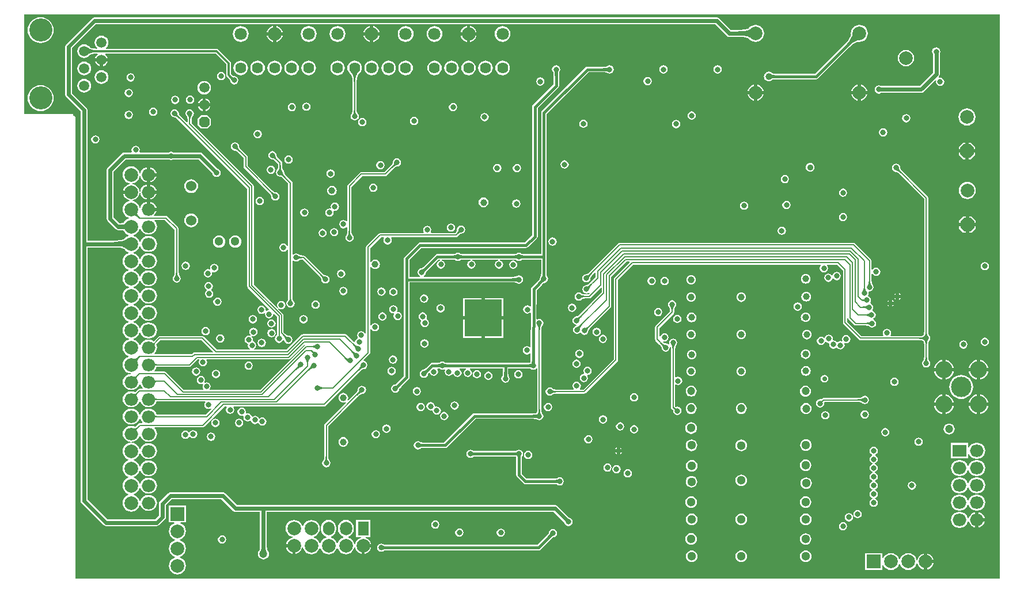
<source format=gbr>
%TF.GenerationSoftware,Altium Limited,Altium Designer,21.1.1 (26)*%
G04 Layer_Physical_Order=2*
G04 Layer_Color=36540*
%FSLAX44Y44*%
%MOMM*%
%TF.SameCoordinates,65C39E2D-3F9F-43AC-B9A9-9728AD9587AC*%
%TF.FilePolarity,Positive*%
%TF.FileFunction,Copper,L2,Inr,Signal*%
%TF.Part,Single*%
G01*
G75*
%TA.AperFunction,Conductor*%
%ADD44C,0.2000*%
%ADD45C,0.6000*%
%ADD46C,0.4000*%
%ADD47C,0.3000*%
%TA.AperFunction,ComponentPad*%
%ADD54R,2.0000X1.8000*%
%ADD55O,2.0000X1.8000*%
%TA.AperFunction,SMDPad,CuDef*%
%ADD56R,5.5000X5.5000*%
%TA.AperFunction,ComponentPad*%
%ADD57C,0.7000*%
%ADD58C,1.5000*%
%ADD59C,2.0000*%
G04:AMPARAMS|DCode=60|XSize=2mm|YSize=2mm|CornerRadius=0mm|HoleSize=0mm|Usage=FLASHONLY|Rotation=90.000|XOffset=0mm|YOffset=0mm|HoleType=Round|Shape=Octagon|*
%AMOCTAGOND60*
4,1,8,0.5000,1.0000,-0.5000,1.0000,-1.0000,0.5000,-1.0000,-0.5000,-0.5000,-1.0000,0.5000,-1.0000,1.0000,-0.5000,1.0000,0.5000,0.5000,1.0000,0.0*
%
%ADD60OCTAGOND60*%

%ADD61R,1.6000X2.0000*%
%ADD62O,1.8000X2.0000*%
%ADD63O,1.7000X2.0000*%
%ADD64R,2.0000X2.0000*%
%ADD65C,3.0000*%
%ADD66C,2.5000*%
G04:AMPARAMS|DCode=67|XSize=1.5mm|YSize=1.5mm|CornerRadius=0mm|HoleSize=0mm|Usage=FLASHONLY|Rotation=90.000|XOffset=0mm|YOffset=0mm|HoleType=Round|Shape=Octagon|*
%AMOCTAGOND67*
4,1,8,0.3750,0.7500,-0.3750,0.7500,-0.7500,0.3750,-0.7500,-0.3750,-0.3750,-0.7500,0.3750,-0.7500,0.7500,-0.3750,0.7500,0.3750,0.3750,0.7500,0.0*
%
%ADD67OCTAGOND67*%

%ADD68C,1.5240*%
%TA.AperFunction,ViaPad*%
%ADD69C,5.0000*%
%TA.AperFunction,ComponentPad*%
%ADD70R,2.0000X2.0000*%
%ADD71C,1.3000*%
%ADD72C,1.6240*%
%ADD73C,1.8000*%
%TA.AperFunction,ViaPad*%
%ADD74C,0.8000*%
%ADD75C,0.9000*%
%ADD76C,1.2000*%
%ADD77C,0.5000*%
%TA.AperFunction,TestPad*%
%ADD78C,3.4000*%
%TA.AperFunction,ViaPad*%
%ADD79C,2.0000*%
%ADD80C,1.0000*%
%ADD81C,0.7000*%
%ADD82C,1.3000*%
G36*
X1436941Y-436479D02*
X1436941Y-833441D01*
X974305Y-833441D01*
X78059Y-833441D01*
Y-155000D01*
X77826Y-153829D01*
X77163Y-152837D01*
X76171Y-152174D01*
X75000Y-151941D01*
Y-150000D01*
X3059D01*
Y-3059D01*
X1436941D01*
X1436941Y-436479D01*
D02*
G37*
%LPC*%
G36*
X516000Y-20226D02*
Y-29500D01*
X525274D01*
X525191Y-28867D01*
X523982Y-25948D01*
X522058Y-23442D01*
X519552Y-21518D01*
X516633Y-20309D01*
X516000Y-20226D01*
D02*
G37*
G36*
X511000Y-20226D02*
X510367Y-20309D01*
X507448Y-21518D01*
X504941Y-23442D01*
X503018Y-25948D01*
X501809Y-28867D01*
X501726Y-29500D01*
X511000D01*
Y-20226D01*
D02*
G37*
G36*
X658500Y-20226D02*
Y-29500D01*
X667774D01*
X667691Y-28867D01*
X666482Y-25948D01*
X664558Y-23442D01*
X662052Y-21518D01*
X659133Y-20309D01*
X658500Y-20226D01*
D02*
G37*
G36*
X653500Y-20226D02*
X652867Y-20309D01*
X649948Y-21518D01*
X647441Y-23442D01*
X645518Y-25948D01*
X644309Y-28867D01*
X644225Y-29500D01*
X653500D01*
Y-20226D01*
D02*
G37*
G36*
X373500Y-20226D02*
Y-29500D01*
X382774D01*
X382691Y-28867D01*
X381482Y-25948D01*
X379558Y-23442D01*
X377052Y-21518D01*
X374133Y-20309D01*
X373500Y-20226D01*
D02*
G37*
G36*
X368500D02*
X367867Y-20309D01*
X364948Y-21518D01*
X362441Y-23442D01*
X360518Y-25948D01*
X359309Y-28867D01*
X359226Y-29500D01*
X368500D01*
Y-20226D01*
D02*
G37*
G36*
X706000Y-20401D02*
X702998Y-20796D01*
X700200Y-21955D01*
X697798Y-23798D01*
X695955Y-26200D01*
X694796Y-28998D01*
X694401Y-32000D01*
X694796Y-35002D01*
X695955Y-37800D01*
X697798Y-40202D01*
X700200Y-42045D01*
X702998Y-43204D01*
X706000Y-43599D01*
X709002Y-43204D01*
X711799Y-42045D01*
X714202Y-40202D01*
X716045Y-37800D01*
X717204Y-35002D01*
X717599Y-32000D01*
X717204Y-28998D01*
X716045Y-26200D01*
X714202Y-23798D01*
X711799Y-21955D01*
X709002Y-20796D01*
X706000Y-20401D01*
D02*
G37*
G36*
X606000D02*
X602998Y-20796D01*
X600200Y-21955D01*
X597798Y-23798D01*
X595955Y-26200D01*
X594796Y-28998D01*
X594401Y-32000D01*
X594796Y-35002D01*
X595955Y-37800D01*
X597798Y-40202D01*
X600200Y-42045D01*
X602998Y-43204D01*
X606000Y-43599D01*
X609002Y-43204D01*
X611800Y-42045D01*
X614202Y-40202D01*
X616045Y-37800D01*
X617204Y-35002D01*
X617599Y-32000D01*
X617204Y-28998D01*
X616045Y-26200D01*
X614202Y-23798D01*
X611800Y-21955D01*
X609002Y-20796D01*
X606000Y-20401D01*
D02*
G37*
G36*
X563500D02*
X560498Y-20796D01*
X557700Y-21955D01*
X555298Y-23798D01*
X553455Y-26200D01*
X552296Y-28998D01*
X551901Y-32000D01*
X552296Y-35002D01*
X553455Y-37800D01*
X555298Y-40202D01*
X557700Y-42045D01*
X560498Y-43204D01*
X563500Y-43599D01*
X566502Y-43204D01*
X569300Y-42045D01*
X571702Y-40202D01*
X573545Y-37800D01*
X574704Y-35002D01*
X575099Y-32000D01*
X574704Y-28998D01*
X573545Y-26200D01*
X571702Y-23798D01*
X569300Y-21955D01*
X566502Y-20796D01*
X563500Y-20401D01*
D02*
G37*
G36*
X463500D02*
X460498Y-20796D01*
X457700Y-21955D01*
X455298Y-23798D01*
X453455Y-26200D01*
X452296Y-28998D01*
X451901Y-32000D01*
X452296Y-35002D01*
X453455Y-37800D01*
X455298Y-40202D01*
X457700Y-42045D01*
X460498Y-43204D01*
X463500Y-43599D01*
X466502Y-43204D01*
X469300Y-42045D01*
X471702Y-40202D01*
X473545Y-37800D01*
X474704Y-35002D01*
X475099Y-32000D01*
X474704Y-28998D01*
X473545Y-26200D01*
X471702Y-23798D01*
X469300Y-21955D01*
X466502Y-20796D01*
X463500Y-20401D01*
D02*
G37*
G36*
X421000D02*
X417998Y-20796D01*
X415200Y-21955D01*
X412798Y-23798D01*
X410955Y-26200D01*
X409796Y-28998D01*
X409401Y-32000D01*
X409796Y-35002D01*
X410955Y-37800D01*
X412798Y-40202D01*
X415200Y-42045D01*
X417998Y-43204D01*
X421000Y-43599D01*
X424002Y-43204D01*
X426800Y-42045D01*
X429202Y-40202D01*
X431045Y-37800D01*
X432204Y-35002D01*
X432599Y-32000D01*
X432204Y-28998D01*
X431045Y-26200D01*
X429202Y-23798D01*
X426800Y-21955D01*
X424002Y-20796D01*
X421000Y-20401D01*
D02*
G37*
G36*
X321000D02*
X317998Y-20796D01*
X315200Y-21955D01*
X312798Y-23798D01*
X310955Y-26200D01*
X309796Y-28998D01*
X309401Y-32000D01*
X309796Y-35002D01*
X310955Y-37800D01*
X312798Y-40202D01*
X315200Y-42045D01*
X317998Y-43204D01*
X321000Y-43599D01*
X324002Y-43204D01*
X326800Y-42045D01*
X329202Y-40202D01*
X331045Y-37800D01*
X332204Y-35002D01*
X332599Y-32000D01*
X332204Y-28998D01*
X331045Y-26200D01*
X329202Y-23798D01*
X326800Y-21955D01*
X324002Y-20796D01*
X321000Y-20401D01*
D02*
G37*
G36*
X525274Y-34500D02*
X516000D01*
Y-43774D01*
X516633Y-43691D01*
X519552Y-42482D01*
X522058Y-40559D01*
X523982Y-38052D01*
X525191Y-35133D01*
X525274Y-34500D01*
D02*
G37*
G36*
X667774Y-34500D02*
X658500D01*
Y-43774D01*
X659133Y-43691D01*
X662052Y-42482D01*
X664558Y-40559D01*
X666482Y-38052D01*
X667691Y-35133D01*
X667774Y-34500D01*
D02*
G37*
G36*
X382774Y-34500D02*
X373500D01*
Y-43774D01*
X374133Y-43691D01*
X377052Y-42482D01*
X379558Y-40559D01*
X381482Y-38052D01*
X382691Y-35133D01*
X382774Y-34500D01*
D02*
G37*
G36*
X368500D02*
X359226D01*
X359309Y-35133D01*
X360518Y-38052D01*
X362441Y-40559D01*
X364948Y-42482D01*
X367867Y-43691D01*
X368500Y-43774D01*
Y-34500D01*
D02*
G37*
G36*
X653500Y-34500D02*
X644225D01*
X644309Y-35133D01*
X645518Y-38052D01*
X647441Y-40559D01*
X649948Y-42482D01*
X652867Y-43691D01*
X653500Y-43774D01*
Y-34500D01*
D02*
G37*
G36*
X511000Y-34500D02*
X501726D01*
X501809Y-35133D01*
X503018Y-38052D01*
X504941Y-40559D01*
X507448Y-42482D01*
X510367Y-43691D01*
X511000Y-43774D01*
Y-34500D01*
D02*
G37*
G36*
X1230500Y-18642D02*
X1227237Y-19072D01*
X1224196Y-20331D01*
X1221585Y-22335D01*
X1219581Y-24946D01*
X1218322Y-27987D01*
X1217892Y-31250D01*
X1218195Y-33551D01*
X1218155Y-33767D01*
X1217743Y-35096D01*
X1217145Y-36513D01*
X1216353Y-38015D01*
X1215363Y-39596D01*
X1214189Y-41232D01*
X1211177Y-44792D01*
X1210836Y-45146D01*
X1165311Y-90672D01*
X1108224D01*
X1107266Y-90650D01*
X1105110Y-90472D01*
X1104278Y-90350D01*
X1103578Y-90205D01*
X1103042Y-90051D01*
X1102686Y-89908D01*
X1102523Y-89814D01*
X1102384Y-89692D01*
X1102242Y-89508D01*
X1100780Y-88385D01*
X1099077Y-87680D01*
X1097250Y-87440D01*
X1095423Y-87680D01*
X1093720Y-88385D01*
X1092258Y-89508D01*
X1091135Y-90970D01*
X1090430Y-92673D01*
X1090190Y-94500D01*
X1090430Y-96327D01*
X1091135Y-98030D01*
X1092258Y-99492D01*
X1093720Y-100615D01*
X1095423Y-101320D01*
X1097250Y-101560D01*
X1099077Y-101320D01*
X1100780Y-100615D01*
X1101772Y-99853D01*
X1101848Y-99818D01*
X1102074Y-99652D01*
X1102292Y-99544D01*
X1102696Y-99402D01*
X1103271Y-99256D01*
X1103943Y-99131D01*
X1108010Y-98828D01*
X1167000D01*
X1167000Y-98828D01*
X1168561Y-98518D01*
X1169884Y-97634D01*
X1215827Y-51691D01*
X1218787Y-48952D01*
X1220498Y-47576D01*
X1222154Y-46387D01*
X1223736Y-45397D01*
X1225237Y-44606D01*
X1226654Y-44007D01*
X1227983Y-43595D01*
X1228199Y-43555D01*
X1230500Y-43858D01*
X1233763Y-43428D01*
X1236804Y-42169D01*
X1239415Y-40165D01*
X1241419Y-37554D01*
X1242678Y-34513D01*
X1243108Y-31250D01*
X1242678Y-27987D01*
X1241419Y-24946D01*
X1239415Y-22335D01*
X1236804Y-20331D01*
X1233763Y-19072D01*
X1230500Y-18642D01*
D02*
G37*
G36*
X1021000Y-7902D02*
X106000D01*
X104049Y-8290D01*
X102395Y-9395D01*
X64645Y-47145D01*
X63540Y-48799D01*
X63152Y-50750D01*
Y-121250D01*
X63540Y-123201D01*
X64645Y-124855D01*
X85652Y-145862D01*
Y-340500D01*
Y-718500D01*
X86040Y-720451D01*
X87145Y-722105D01*
X119395Y-754355D01*
X121049Y-755460D01*
X123000Y-755848D01*
X197500D01*
X199451Y-755460D01*
X201105Y-754355D01*
X209605Y-745855D01*
X210710Y-744201D01*
X211098Y-742250D01*
Y-724862D01*
X219862Y-716098D01*
X292638D01*
X310145Y-733605D01*
X311799Y-734710D01*
X313750Y-735098D01*
X349402D01*
Y-784580D01*
X349355Y-786718D01*
X349172Y-789031D01*
X349055Y-789887D01*
X348926Y-790556D01*
X348804Y-790992D01*
X348765Y-791082D01*
X347512Y-792716D01*
X346706Y-794662D01*
X346431Y-796750D01*
X346706Y-798838D01*
X347512Y-800785D01*
X348794Y-802456D01*
X350466Y-803738D01*
X352412Y-804544D01*
X354500Y-804819D01*
X356588Y-804544D01*
X358535Y-803738D01*
X360206Y-802456D01*
X361488Y-800785D01*
X362294Y-798838D01*
X362569Y-796750D01*
X362294Y-794662D01*
X361488Y-792716D01*
X360234Y-791082D01*
X360196Y-790992D01*
X360074Y-790556D01*
X359959Y-789958D01*
X359598Y-784395D01*
Y-735098D01*
X781138D01*
X796904Y-750863D01*
X797098Y-751841D01*
X798424Y-753826D01*
X800409Y-755152D01*
X802750Y-755618D01*
X805091Y-755152D01*
X807076Y-753826D01*
X808402Y-751841D01*
X808867Y-749500D01*
X808402Y-747159D01*
X807076Y-745174D01*
X805091Y-743848D01*
X804113Y-743654D01*
X786855Y-726395D01*
X785201Y-725290D01*
X783250Y-724902D01*
X315862D01*
X298355Y-707395D01*
X296701Y-706290D01*
X294750Y-705902D01*
X217750D01*
X215799Y-706290D01*
X214145Y-707395D01*
X202395Y-719145D01*
X201290Y-720799D01*
X200902Y-722750D01*
Y-740138D01*
X195388Y-745652D01*
X125112D01*
X95848Y-716388D01*
Y-345998D01*
X137475D01*
X142000Y-346291D01*
X144036Y-346555D01*
X145862Y-346893D01*
X147452Y-347296D01*
X148801Y-347757D01*
X149887Y-348254D01*
X151085Y-349815D01*
X153696Y-351819D01*
X156423Y-352948D01*
X156423Y-352950D01*
Y-354250D01*
X156423Y-354252D01*
X153696Y-355381D01*
X151085Y-357385D01*
X149081Y-359996D01*
X147822Y-363037D01*
X147392Y-366300D01*
X147822Y-369563D01*
X149081Y-372604D01*
X151085Y-375215D01*
X153696Y-377219D01*
X156423Y-378348D01*
X156423Y-378350D01*
Y-379650D01*
X156423Y-379652D01*
X153696Y-380781D01*
X151085Y-382785D01*
X149081Y-385396D01*
X147822Y-388437D01*
X147392Y-391700D01*
X147822Y-394963D01*
X149081Y-398004D01*
X151085Y-400615D01*
X153696Y-402619D01*
X156524Y-403790D01*
X156638Y-404450D01*
X156524Y-405110D01*
X153696Y-406281D01*
X151085Y-408285D01*
X149081Y-410896D01*
X147822Y-413937D01*
X147392Y-417200D01*
X147822Y-420463D01*
X149081Y-423504D01*
X151085Y-426115D01*
X153696Y-428119D01*
X156423Y-429248D01*
X156423Y-429250D01*
Y-430550D01*
X156423Y-430552D01*
X153696Y-431681D01*
X151085Y-433685D01*
X149081Y-436296D01*
X147822Y-439337D01*
X147392Y-442600D01*
X147822Y-445863D01*
X149081Y-448904D01*
X151085Y-451515D01*
X153696Y-453519D01*
X156423Y-454648D01*
X156423Y-454650D01*
Y-455950D01*
X156423Y-455952D01*
X153696Y-457081D01*
X151085Y-459085D01*
X149081Y-461696D01*
X147822Y-464737D01*
X147392Y-468000D01*
X147822Y-471263D01*
X149081Y-474304D01*
X151085Y-476915D01*
X153696Y-478919D01*
X156464Y-480065D01*
X156522Y-480321D01*
Y-481120D01*
X156464Y-481376D01*
X153696Y-482522D01*
X151085Y-484526D01*
X149081Y-487137D01*
X147822Y-490178D01*
X147392Y-493441D01*
X147822Y-496704D01*
X149081Y-499745D01*
X151085Y-502356D01*
X153696Y-504360D01*
X156046Y-505333D01*
Y-506708D01*
X153696Y-507681D01*
X151085Y-509685D01*
X149081Y-512296D01*
X147822Y-515337D01*
X147392Y-518600D01*
X147822Y-521863D01*
X149081Y-524904D01*
X151085Y-527515D01*
X153696Y-529519D01*
X156737Y-530778D01*
X159349Y-531122D01*
X159414Y-531131D01*
X159364Y-531906D01*
X158335Y-532488D01*
X155998Y-532796D01*
X153200Y-533955D01*
X150798Y-535798D01*
X148955Y-538200D01*
X147796Y-540998D01*
X147401Y-544000D01*
X147796Y-547002D01*
X148955Y-549800D01*
X150798Y-552202D01*
X153200Y-554045D01*
X155998Y-555204D01*
X159000Y-555599D01*
X161000D01*
X164002Y-555204D01*
X166800Y-554045D01*
X169202Y-552202D01*
X171045Y-549800D01*
X172023Y-547440D01*
X173377D01*
X174355Y-549800D01*
X176198Y-552202D01*
X176767Y-552639D01*
X176359Y-553841D01*
X172500D01*
X172500Y-553841D01*
X171329Y-554074D01*
X170337Y-554737D01*
X166036Y-559038D01*
X164002Y-558196D01*
X161000Y-557801D01*
X159000D01*
X155998Y-558196D01*
X153200Y-559355D01*
X150798Y-561198D01*
X148955Y-563600D01*
X147796Y-566398D01*
X147401Y-569400D01*
X147796Y-572402D01*
X148955Y-575200D01*
X150798Y-577602D01*
X153200Y-579445D01*
X155998Y-580604D01*
X159000Y-580999D01*
X161000D01*
X164002Y-580604D01*
X166800Y-579445D01*
X169202Y-577602D01*
X171045Y-575200D01*
X172023Y-572840D01*
X173377D01*
X174355Y-575200D01*
X176198Y-577602D01*
X178600Y-579445D01*
X181398Y-580604D01*
X184400Y-580999D01*
X186400D01*
X189402Y-580604D01*
X192200Y-579445D01*
X194602Y-577602D01*
X196445Y-575200D01*
X197581Y-572459D01*
X268383D01*
X269054Y-573729D01*
X268098Y-575159D01*
X267633Y-577500D01*
X268098Y-579841D01*
X269424Y-581826D01*
X271409Y-583152D01*
X273750Y-583618D01*
X276091Y-583152D01*
X277252Y-582376D01*
X278062Y-583363D01*
X269683Y-591741D01*
X197581D01*
X196445Y-589000D01*
X194602Y-586598D01*
X192200Y-584755D01*
X189402Y-583596D01*
X186400Y-583201D01*
X184400D01*
X181398Y-583596D01*
X178600Y-584755D01*
X176198Y-586598D01*
X174355Y-589000D01*
X173377Y-591360D01*
X172023D01*
X171045Y-589000D01*
X169202Y-586598D01*
X166800Y-584755D01*
X164002Y-583596D01*
X161000Y-583201D01*
X159000D01*
X155998Y-583596D01*
X153200Y-584755D01*
X150798Y-586598D01*
X148955Y-589000D01*
X147796Y-591798D01*
X147401Y-594800D01*
X147796Y-597802D01*
X148955Y-600600D01*
X150798Y-603002D01*
X153200Y-604845D01*
X155998Y-606004D01*
X159000Y-606399D01*
X161000D01*
X164002Y-606004D01*
X166800Y-604845D01*
X169202Y-603002D01*
X171045Y-600600D01*
X172023Y-598240D01*
X173377D01*
X174355Y-600600D01*
X176198Y-603002D01*
X176507Y-603239D01*
X176098Y-604441D01*
X172700D01*
X172700Y-604441D01*
X171530Y-604674D01*
X170537Y-605337D01*
X170537Y-605337D01*
X166036Y-609838D01*
X164002Y-608996D01*
X161000Y-608601D01*
X159000D01*
X155998Y-608996D01*
X153200Y-610155D01*
X150798Y-611998D01*
X148955Y-614400D01*
X147796Y-617198D01*
X147401Y-620200D01*
X147796Y-623202D01*
X148955Y-626000D01*
X150798Y-628402D01*
X153200Y-630245D01*
X155998Y-631404D01*
X158335Y-631712D01*
X159364Y-632295D01*
Y-632295D01*
D01*
X159414Y-633069D01*
X159349Y-633078D01*
X156737Y-633422D01*
X153696Y-634681D01*
X151085Y-636685D01*
X149081Y-639296D01*
X147822Y-642337D01*
X147392Y-645600D01*
X147822Y-648863D01*
X149081Y-651904D01*
X151085Y-654515D01*
X153696Y-656519D01*
X156423Y-657648D01*
X156423Y-657650D01*
Y-658950D01*
X156423Y-658952D01*
X153696Y-660081D01*
X151085Y-662085D01*
X149081Y-664696D01*
X147822Y-667737D01*
X147392Y-671000D01*
X147822Y-674263D01*
X149081Y-677304D01*
X151085Y-679915D01*
X153696Y-681919D01*
X156423Y-683048D01*
X156423Y-683050D01*
Y-684350D01*
X156423Y-684352D01*
X153696Y-685481D01*
X151085Y-687485D01*
X149081Y-690096D01*
X147822Y-693137D01*
X147392Y-696400D01*
X147822Y-699663D01*
X149081Y-702704D01*
X151085Y-705315D01*
X153696Y-707319D01*
X156423Y-708448D01*
X156423Y-708450D01*
Y-709750D01*
X156423Y-709752D01*
X153696Y-710881D01*
X151085Y-712885D01*
X149081Y-715496D01*
X147822Y-718537D01*
X147392Y-721800D01*
X147822Y-725063D01*
X149081Y-728104D01*
X151085Y-730715D01*
X153696Y-732719D01*
X156737Y-733978D01*
X160000Y-734408D01*
X163263Y-733978D01*
X166304Y-732719D01*
X168915Y-730715D01*
X170919Y-728104D01*
X172054Y-725363D01*
X173029Y-725224D01*
X173400Y-725294D01*
X174355Y-727600D01*
X176198Y-730002D01*
X178600Y-731845D01*
X181398Y-733004D01*
X184400Y-733399D01*
X186400D01*
X189402Y-733004D01*
X192200Y-731845D01*
X194602Y-730002D01*
X196445Y-727600D01*
X197604Y-724802D01*
X197999Y-721800D01*
X197604Y-718798D01*
X196445Y-716000D01*
X194602Y-713598D01*
X192200Y-711755D01*
X189402Y-710596D01*
X186400Y-710201D01*
X184400D01*
X181398Y-710596D01*
X178600Y-711755D01*
X176198Y-713598D01*
X174355Y-716000D01*
X173400Y-718306D01*
X173029Y-718376D01*
X172054Y-718236D01*
X170919Y-715496D01*
X168915Y-712885D01*
X166304Y-710881D01*
X163577Y-709752D01*
X163577Y-709750D01*
Y-708450D01*
X163577Y-708448D01*
X166304Y-707319D01*
X168915Y-705315D01*
X170919Y-702704D01*
X172054Y-699964D01*
X173029Y-699824D01*
X173400Y-699894D01*
X174355Y-702200D01*
X176198Y-704602D01*
X178600Y-706445D01*
X181398Y-707604D01*
X184400Y-707999D01*
X186400D01*
X189402Y-707604D01*
X192200Y-706445D01*
X194602Y-704602D01*
X196445Y-702200D01*
X197604Y-699402D01*
X197999Y-696400D01*
X197604Y-693398D01*
X196445Y-690600D01*
X194602Y-688198D01*
X192200Y-686355D01*
X189402Y-685196D01*
X186400Y-684801D01*
X184400D01*
X181398Y-685196D01*
X178600Y-686355D01*
X176198Y-688198D01*
X174355Y-690600D01*
X173400Y-692906D01*
X173029Y-692976D01*
X172054Y-692837D01*
X170919Y-690096D01*
X168915Y-687485D01*
X166304Y-685481D01*
X163577Y-684352D01*
X163577Y-684350D01*
Y-683050D01*
X163577Y-683048D01*
X166304Y-681919D01*
X168915Y-679915D01*
X170919Y-677304D01*
X172054Y-674564D01*
X173029Y-674424D01*
X173400Y-674494D01*
X174355Y-676800D01*
X176198Y-679202D01*
X178600Y-681045D01*
X181398Y-682204D01*
X184400Y-682599D01*
X186400D01*
X189402Y-682204D01*
X192200Y-681045D01*
X194602Y-679202D01*
X196445Y-676800D01*
X197604Y-674002D01*
X197999Y-671000D01*
X197604Y-667998D01*
X196445Y-665200D01*
X194602Y-662798D01*
X192200Y-660955D01*
X189402Y-659796D01*
X186400Y-659401D01*
X184400D01*
X181398Y-659796D01*
X178600Y-660955D01*
X176198Y-662798D01*
X174355Y-665200D01*
X173400Y-667506D01*
X173029Y-667576D01*
X172054Y-667437D01*
X170919Y-664696D01*
X168915Y-662085D01*
X166304Y-660081D01*
X163577Y-658952D01*
X163577Y-658950D01*
Y-657650D01*
X163577Y-657648D01*
X166304Y-656519D01*
X168915Y-654515D01*
X170919Y-651904D01*
X172054Y-649164D01*
X173029Y-649024D01*
X173400Y-649094D01*
X174355Y-651400D01*
X176198Y-653802D01*
X178600Y-655645D01*
X181398Y-656804D01*
X184400Y-657199D01*
X186400D01*
X189402Y-656804D01*
X192200Y-655645D01*
X194602Y-653802D01*
X196445Y-651400D01*
X197604Y-648602D01*
X197999Y-645600D01*
X197604Y-642598D01*
X196445Y-639800D01*
X194602Y-637398D01*
X192200Y-635555D01*
X189402Y-634396D01*
X186400Y-634001D01*
X184400D01*
X181398Y-634396D01*
X178600Y-635555D01*
X176198Y-637398D01*
X174355Y-639800D01*
X173400Y-642106D01*
X173029Y-642176D01*
X172054Y-642037D01*
X170919Y-639296D01*
X168915Y-636685D01*
X166304Y-634681D01*
X163263Y-633422D01*
X160651Y-633078D01*
X160586Y-633069D01*
X160636Y-632295D01*
X161665Y-631712D01*
X164002Y-631404D01*
X166800Y-630245D01*
X169202Y-628402D01*
X171045Y-626000D01*
X172023Y-623640D01*
X173377D01*
X174355Y-626000D01*
X176198Y-628402D01*
X178600Y-630245D01*
X181398Y-631404D01*
X184400Y-631799D01*
X186400D01*
X189402Y-631404D01*
X192200Y-630245D01*
X194602Y-628402D01*
X196445Y-626000D01*
X197604Y-623202D01*
X197999Y-620200D01*
X197604Y-617198D01*
X196445Y-614400D01*
X194602Y-611998D01*
X194293Y-611761D01*
X194702Y-610559D01*
X265250D01*
X265250Y-610559D01*
X266420Y-610326D01*
X267413Y-609663D01*
X297267Y-579809D01*
X300058D01*
X300737Y-581079D01*
X299848Y-582409D01*
X299382Y-584750D01*
X299848Y-587091D01*
X301174Y-589076D01*
X303159Y-590402D01*
X305500Y-590868D01*
X307841Y-590402D01*
X309825Y-589076D01*
X311152Y-587091D01*
X311617Y-584750D01*
X311152Y-582409D01*
X310263Y-581079D01*
X310942Y-579809D01*
X443500D01*
X443500Y-579809D01*
X444671Y-579576D01*
X445663Y-578913D01*
X496883Y-527693D01*
X498234Y-526527D01*
X498823Y-526089D01*
X499380Y-525724D01*
X499880Y-525444D01*
X500317Y-525245D01*
X500683Y-525121D01*
X500966Y-525061D01*
X501250Y-525118D01*
X503591Y-524652D01*
X505576Y-523326D01*
X506902Y-521341D01*
X507368Y-519000D01*
X506902Y-516659D01*
X505576Y-514674D01*
X503591Y-513348D01*
X502284Y-513088D01*
X501866Y-511710D01*
X510413Y-503163D01*
X511076Y-502170D01*
X511309Y-501000D01*
X511309Y-501000D01*
Y-465619D01*
X512579Y-465494D01*
X512598Y-465591D01*
X513924Y-467576D01*
X515909Y-468902D01*
X518250Y-469367D01*
X520591Y-468902D01*
X522576Y-467576D01*
X523902Y-465591D01*
X524368Y-463250D01*
X523902Y-460909D01*
X522576Y-458924D01*
X520591Y-457598D01*
X518250Y-457132D01*
X515909Y-457598D01*
X513924Y-458924D01*
X512598Y-460909D01*
X512579Y-461006D01*
X511309Y-460881D01*
Y-374396D01*
X512579Y-374143D01*
X512636Y-374280D01*
X513758Y-375742D01*
X515220Y-376865D01*
X516923Y-377570D01*
X518750Y-377810D01*
X520577Y-377570D01*
X522280Y-376865D01*
X523742Y-375742D01*
X524865Y-374280D01*
X525570Y-372577D01*
X525810Y-370750D01*
X525570Y-368923D01*
X524865Y-367220D01*
X523742Y-365758D01*
X522280Y-364636D01*
X520577Y-363930D01*
X518750Y-363690D01*
X516923Y-363930D01*
X515220Y-364636D01*
X513758Y-365758D01*
X512636Y-367220D01*
X512579Y-367357D01*
X511309Y-367104D01*
Y-347017D01*
X527517Y-330809D01*
X531391D01*
X532070Y-332079D01*
X531348Y-333159D01*
X530882Y-335500D01*
X531348Y-337841D01*
X532674Y-339826D01*
X534659Y-341152D01*
X537000Y-341618D01*
X539341Y-341152D01*
X541326Y-339826D01*
X542652Y-337841D01*
X543118Y-335500D01*
X542652Y-333159D01*
X541930Y-332079D01*
X542609Y-330809D01*
X637500D01*
X637500Y-330809D01*
X638671Y-330576D01*
X639663Y-329913D01*
X640968Y-328607D01*
X642307Y-327443D01*
X642904Y-326989D01*
X643474Y-326602D01*
X643994Y-326295D01*
X644460Y-326065D01*
X644864Y-325908D01*
X645040Y-325860D01*
X645436Y-325781D01*
X645611Y-325755D01*
X645668Y-325735D01*
X647341Y-325402D01*
X649326Y-324076D01*
X650652Y-322091D01*
X651117Y-319750D01*
X650652Y-317409D01*
X649326Y-315424D01*
X647341Y-314098D01*
X645000Y-313633D01*
X642659Y-314098D01*
X640674Y-315424D01*
X639348Y-317409D01*
X638882Y-319750D01*
X638981Y-320246D01*
X638984Y-320505D01*
X638949Y-320741D01*
X638854Y-321064D01*
X638684Y-321469D01*
X638429Y-321947D01*
X638084Y-322489D01*
X637662Y-323067D01*
X636498Y-324426D01*
X636233Y-324691D01*
X601026D01*
X600347Y-323421D01*
X600902Y-322591D01*
X601367Y-320250D01*
X600902Y-317909D01*
X599576Y-315924D01*
X597591Y-314598D01*
X595250Y-314132D01*
X592909Y-314598D01*
X590924Y-315924D01*
X589598Y-317909D01*
X589132Y-320250D01*
X589598Y-322591D01*
X590153Y-323421D01*
X589474Y-324691D01*
X526250D01*
X526250Y-324691D01*
X525079Y-324924D01*
X524087Y-325587D01*
X506087Y-343587D01*
X505424Y-344579D01*
X505191Y-345750D01*
X505191Y-345750D01*
Y-472881D01*
X503921Y-473006D01*
X503902Y-472909D01*
X502576Y-470924D01*
X500591Y-469598D01*
X498250Y-469132D01*
X495909Y-469598D01*
X493924Y-470924D01*
X492598Y-472909D01*
X492132Y-475250D01*
X492598Y-477591D01*
X492965Y-478141D01*
X492615Y-479544D01*
X490924Y-480674D01*
X489598Y-482659D01*
X489172Y-484800D01*
X488543Y-485157D01*
X487902Y-485327D01*
X476913Y-474337D01*
X475920Y-473674D01*
X474750Y-473441D01*
X474750Y-473441D01*
X412550D01*
X412550Y-473441D01*
X411380Y-473674D01*
X410387Y-474337D01*
X388283Y-496441D01*
X341196D01*
X340811Y-495171D01*
X342076Y-494326D01*
X343402Y-492341D01*
X343868Y-490000D01*
X343402Y-487659D01*
X342076Y-485674D01*
X340091Y-484348D01*
X339772Y-484285D01*
X338870Y-482810D01*
X339134Y-481484D01*
X338668Y-479143D01*
X337361Y-477187D01*
X337391Y-477054D01*
X337890Y-475998D01*
X339750Y-476368D01*
X342091Y-475902D01*
X344076Y-474576D01*
X345402Y-472591D01*
X345868Y-470250D01*
X345402Y-467909D01*
X344076Y-465924D01*
X342091Y-464598D01*
X339750Y-464132D01*
X337409Y-464598D01*
X335424Y-465924D01*
X334098Y-467909D01*
X333633Y-470250D01*
X334098Y-472591D01*
X335405Y-474547D01*
X335375Y-474680D01*
X334876Y-475737D01*
X333016Y-475367D01*
X330675Y-475833D01*
X328690Y-477159D01*
X327364Y-479143D01*
X326899Y-481484D01*
X327364Y-483825D01*
X328690Y-485810D01*
X330675Y-487136D01*
X330994Y-487200D01*
X331896Y-488674D01*
X331632Y-490000D01*
X332098Y-492341D01*
X333424Y-494326D01*
X334690Y-495171D01*
X334304Y-496441D01*
X286017D01*
X266913Y-477337D01*
X266913Y-477337D01*
X265920Y-476674D01*
X264750Y-476441D01*
X264750Y-476441D01*
X202000D01*
X202000Y-476441D01*
X200830Y-476674D01*
X199837Y-477337D01*
X199837Y-477337D01*
X193229Y-483945D01*
X192200Y-483155D01*
X189402Y-481996D01*
X186400Y-481601D01*
X184400D01*
X181398Y-481996D01*
X178600Y-483155D01*
X176198Y-484998D01*
X174355Y-487400D01*
X173352Y-489822D01*
X172023Y-489802D01*
X170919Y-487137D01*
X168915Y-484526D01*
X166304Y-482522D01*
X163536Y-481376D01*
X163478Y-481120D01*
Y-480321D01*
X163536Y-480065D01*
X166304Y-478919D01*
X168915Y-476915D01*
X170919Y-474304D01*
X172054Y-471563D01*
X173029Y-471424D01*
X173400Y-471494D01*
X174355Y-473800D01*
X176198Y-476202D01*
X178600Y-478045D01*
X181398Y-479204D01*
X184400Y-479599D01*
X186400D01*
X189402Y-479204D01*
X192200Y-478045D01*
X194602Y-476202D01*
X196445Y-473800D01*
X197604Y-471002D01*
X197999Y-468000D01*
X197604Y-464998D01*
X196445Y-462200D01*
X194602Y-459798D01*
X192200Y-457955D01*
X189402Y-456796D01*
X186400Y-456401D01*
X184400D01*
X181398Y-456796D01*
X178600Y-457955D01*
X176198Y-459798D01*
X174355Y-462200D01*
X173400Y-464506D01*
X173029Y-464576D01*
X172054Y-464436D01*
X170919Y-461696D01*
X168915Y-459085D01*
X166304Y-457081D01*
X163577Y-455952D01*
X163577Y-455950D01*
Y-454650D01*
X163577Y-454648D01*
X166304Y-453519D01*
X168915Y-451515D01*
X170919Y-448904D01*
X172095Y-446063D01*
X172724Y-445920D01*
X173442Y-445996D01*
X174355Y-448200D01*
X176198Y-450602D01*
X178600Y-452445D01*
X181398Y-453604D01*
X184400Y-453999D01*
X186400D01*
X189402Y-453604D01*
X192200Y-452445D01*
X194602Y-450602D01*
X196445Y-448200D01*
X197604Y-445402D01*
X197999Y-442400D01*
X197604Y-439398D01*
X196445Y-436600D01*
X194602Y-434198D01*
X192200Y-432355D01*
X189402Y-431196D01*
X186400Y-430801D01*
X184400D01*
X181398Y-431196D01*
X178600Y-432355D01*
X176198Y-434198D01*
X174355Y-436600D01*
X173352Y-439022D01*
X172023Y-438961D01*
X170919Y-436296D01*
X168915Y-433685D01*
X166304Y-431681D01*
X163577Y-430552D01*
X163577Y-430550D01*
Y-429250D01*
X163577Y-429248D01*
X166304Y-428119D01*
X168915Y-426115D01*
X170919Y-423504D01*
X172095Y-420663D01*
X172724Y-420520D01*
X173442Y-420596D01*
X174355Y-422800D01*
X176198Y-425202D01*
X178600Y-427045D01*
X181398Y-428204D01*
X184400Y-428599D01*
X186400D01*
X189402Y-428204D01*
X192200Y-427045D01*
X194602Y-425202D01*
X196445Y-422800D01*
X197604Y-420002D01*
X197999Y-417000D01*
X197604Y-413998D01*
X196445Y-411200D01*
X194602Y-408798D01*
X192200Y-406955D01*
X189402Y-405796D01*
X186400Y-405401D01*
X184400D01*
X181398Y-405796D01*
X178600Y-406955D01*
X176198Y-408798D01*
X174355Y-411200D01*
X173352Y-413622D01*
X172023Y-413561D01*
X170919Y-410896D01*
X168915Y-408285D01*
X166304Y-406281D01*
X163476Y-405110D01*
X163362Y-404450D01*
X163476Y-403790D01*
X166304Y-402619D01*
X168915Y-400615D01*
X170919Y-398004D01*
X172075Y-395214D01*
X172866Y-395068D01*
X173424Y-395152D01*
X174355Y-397400D01*
X176198Y-399802D01*
X178600Y-401645D01*
X181398Y-402804D01*
X184400Y-403199D01*
X186400D01*
X189402Y-402804D01*
X192200Y-401645D01*
X194602Y-399802D01*
X196445Y-397400D01*
X197604Y-394602D01*
X197999Y-391600D01*
X197604Y-388598D01*
X196445Y-385800D01*
X194602Y-383398D01*
X192200Y-381555D01*
X189402Y-380396D01*
X186400Y-380001D01*
X184400D01*
X181398Y-380396D01*
X178600Y-381555D01*
X176198Y-383398D01*
X174355Y-385800D01*
X173376Y-388164D01*
X173193Y-388206D01*
X172033Y-388087D01*
X170919Y-385396D01*
X168915Y-382785D01*
X166304Y-380781D01*
X163577Y-379652D01*
X163577Y-379650D01*
Y-378350D01*
X163577Y-378348D01*
X166304Y-377219D01*
X168915Y-375215D01*
X170919Y-372604D01*
X172075Y-369813D01*
X172866Y-369668D01*
X173424Y-369752D01*
X174355Y-372000D01*
X176198Y-374402D01*
X178600Y-376245D01*
X181398Y-377404D01*
X184400Y-377799D01*
X186400D01*
X189402Y-377404D01*
X192200Y-376245D01*
X194602Y-374402D01*
X196445Y-372000D01*
X197604Y-369202D01*
X197999Y-366200D01*
X197604Y-363198D01*
X196445Y-360400D01*
X194602Y-357998D01*
X192200Y-356155D01*
X189402Y-354996D01*
X186400Y-354601D01*
X184400D01*
X181398Y-354996D01*
X178600Y-356155D01*
X176198Y-357998D01*
X174355Y-360400D01*
X173376Y-362764D01*
X173193Y-362806D01*
X172033Y-362687D01*
X170919Y-359996D01*
X168915Y-357385D01*
X166304Y-355381D01*
X163577Y-354252D01*
X163577Y-354250D01*
Y-352950D01*
X163577Y-352948D01*
X166304Y-351819D01*
X168915Y-349815D01*
X170919Y-347204D01*
X172054Y-344464D01*
X173029Y-344324D01*
X173400Y-344394D01*
X174355Y-346700D01*
X176198Y-349102D01*
X178600Y-350945D01*
X181398Y-352104D01*
X184400Y-352499D01*
X186400D01*
X189402Y-352104D01*
X192200Y-350945D01*
X194602Y-349102D01*
X196445Y-346700D01*
X197604Y-343902D01*
X197999Y-340900D01*
X197604Y-337898D01*
X196445Y-335100D01*
X194602Y-332698D01*
X192200Y-330855D01*
X189402Y-329696D01*
X186400Y-329301D01*
X184400D01*
X181398Y-329696D01*
X178600Y-330855D01*
X176198Y-332698D01*
X174355Y-335100D01*
X173400Y-337406D01*
X173029Y-337476D01*
X172054Y-337337D01*
X170919Y-334596D01*
X168915Y-331985D01*
X166304Y-329981D01*
X163577Y-328852D01*
X163577Y-328850D01*
Y-327550D01*
X163577Y-327548D01*
X166304Y-326419D01*
X168915Y-324415D01*
X170919Y-321804D01*
X172075Y-319014D01*
X172866Y-318868D01*
X173424Y-318952D01*
X174355Y-321200D01*
X176198Y-323602D01*
X178600Y-325445D01*
X181398Y-326604D01*
X184400Y-326999D01*
X186400D01*
X189402Y-326604D01*
X192200Y-325445D01*
X194602Y-323602D01*
X196445Y-321200D01*
X197604Y-318402D01*
X197999Y-315400D01*
X197604Y-312398D01*
X196445Y-309600D01*
X194602Y-307198D01*
X194359Y-307011D01*
X194767Y-305809D01*
X209733D01*
X223873Y-319949D01*
Y-382454D01*
X223742Y-384234D01*
X223635Y-384961D01*
X223500Y-385612D01*
X223344Y-386164D01*
X223176Y-386614D01*
X223005Y-386960D01*
X222847Y-387203D01*
X222606Y-387364D01*
X221280Y-389348D01*
X220814Y-391689D01*
X221280Y-394031D01*
X222606Y-396015D01*
X224591Y-397341D01*
X226932Y-397807D01*
X229273Y-397341D01*
X231258Y-396015D01*
X232584Y-394031D01*
X233050Y-391689D01*
X232584Y-389348D01*
X231258Y-387364D01*
X231017Y-387203D01*
X230859Y-386960D01*
X230688Y-386614D01*
X230520Y-386164D01*
X230364Y-385612D01*
X230229Y-384960D01*
X230122Y-384234D01*
X229991Y-382454D01*
Y-318682D01*
X229758Y-317512D01*
X229095Y-316519D01*
X229095Y-316519D01*
X213163Y-300587D01*
X212171Y-299924D01*
X211000Y-299691D01*
X211000Y-299691D01*
X193946D01*
X193537Y-298489D01*
X194245Y-297945D01*
X196008Y-295647D01*
X197117Y-292972D01*
X197166Y-292600D01*
X185400D01*
Y-290100D01*
X182900D01*
Y-279203D01*
X181528Y-279383D01*
X178853Y-280492D01*
X176555Y-282255D01*
X174792Y-284553D01*
X173683Y-287228D01*
X173604Y-287833D01*
X172323Y-287833D01*
X172178Y-286737D01*
X170919Y-283696D01*
X168915Y-281085D01*
X166304Y-279081D01*
X163263Y-277822D01*
X162250Y-277688D01*
Y-276407D01*
X163133Y-276291D01*
X166052Y-275082D01*
X168559Y-273158D01*
X170482Y-270652D01*
X171691Y-267733D01*
X171981Y-265534D01*
X172064Y-264902D01*
X173345D01*
X173428Y-265534D01*
X173683Y-267472D01*
X174792Y-270147D01*
X176555Y-272445D01*
X178853Y-274209D01*
X181528Y-275317D01*
X182900Y-275497D01*
Y-264600D01*
X185400D01*
D01*
X182900D01*
Y-253703D01*
X181528Y-253883D01*
X178853Y-254991D01*
X176555Y-256755D01*
X174792Y-259053D01*
X173683Y-261728D01*
X173428Y-263666D01*
X173345Y-264298D01*
X172064D01*
X171981Y-263666D01*
X171691Y-261467D01*
X170482Y-258548D01*
X168559Y-256042D01*
X166052Y-254118D01*
X163133Y-252909D01*
X162250Y-252793D01*
Y-251512D01*
X163263Y-251378D01*
X166304Y-250119D01*
X168915Y-248115D01*
X170919Y-245504D01*
X172178Y-242463D01*
X172316Y-241417D01*
X173597D01*
X173683Y-242072D01*
X174792Y-244747D01*
X176555Y-247045D01*
X178853Y-248808D01*
X181528Y-249917D01*
X182900Y-250097D01*
Y-239200D01*
Y-228303D01*
X181528Y-228483D01*
X178853Y-229592D01*
X176555Y-231355D01*
X174792Y-233653D01*
X173683Y-236328D01*
X173597Y-236983D01*
X172316D01*
X172178Y-235937D01*
X170919Y-232896D01*
X168915Y-230285D01*
X166304Y-228281D01*
X163263Y-227022D01*
X160000Y-226592D01*
X156737Y-227022D01*
X153696Y-228281D01*
X151085Y-230285D01*
X149081Y-232896D01*
X147822Y-235937D01*
X147392Y-239200D01*
X147822Y-242463D01*
X149081Y-245504D01*
X151085Y-248115D01*
X153696Y-250119D01*
X156737Y-251378D01*
X157750Y-251512D01*
Y-252793D01*
X156867Y-252909D01*
X153948Y-254118D01*
X151441Y-256042D01*
X149518Y-258548D01*
X148309Y-261467D01*
X148226Y-262100D01*
X160000D01*
Y-267100D01*
X148226D01*
X148309Y-267733D01*
X149518Y-270652D01*
X151441Y-273158D01*
X153948Y-275082D01*
X156867Y-276291D01*
X157750Y-276407D01*
Y-277688D01*
X156737Y-277822D01*
X153696Y-279081D01*
X151085Y-281085D01*
X149081Y-283696D01*
X147822Y-286737D01*
X147392Y-290000D01*
X147822Y-293263D01*
X149081Y-296304D01*
X151085Y-298915D01*
X153696Y-300919D01*
X156524Y-302090D01*
X156638Y-302750D01*
X156524Y-303410D01*
X153696Y-304581D01*
X151085Y-306585D01*
X149081Y-309196D01*
X148743Y-310014D01*
X143204Y-310402D01*
X142862D01*
X134098Y-301638D01*
Y-234362D01*
X152112Y-216348D01*
X215330D01*
X216159Y-216902D01*
X218500Y-217367D01*
X220841Y-216902D01*
X221670Y-216348D01*
X258641D01*
X279653Y-237360D01*
X279848Y-238341D01*
X281174Y-240326D01*
X283159Y-241652D01*
X285500Y-242118D01*
X287841Y-241652D01*
X289826Y-240326D01*
X291152Y-238341D01*
X291618Y-236000D01*
X291152Y-233659D01*
X289826Y-231674D01*
X287841Y-230348D01*
X286866Y-230154D01*
X264357Y-207645D01*
X262703Y-206540D01*
X260752Y-206152D01*
X221670D01*
X220841Y-205598D01*
X218500Y-205133D01*
X216159Y-205598D01*
X215330Y-206152D01*
X172873D01*
X172274Y-205032D01*
X172402Y-204841D01*
X172868Y-202500D01*
X172402Y-200159D01*
X171076Y-198174D01*
X169091Y-196848D01*
X166750Y-196383D01*
X164409Y-196848D01*
X162424Y-198174D01*
X161098Y-200159D01*
X160632Y-202500D01*
X161098Y-204841D01*
X161226Y-205032D01*
X160627Y-206152D01*
X150000D01*
X148049Y-206540D01*
X146395Y-207645D01*
X125395Y-228645D01*
X124290Y-230299D01*
X123902Y-232250D01*
Y-303750D01*
X124290Y-305701D01*
X125395Y-307355D01*
X137145Y-319105D01*
X138799Y-320210D01*
X140750Y-320598D01*
X143824D01*
X145619Y-320632D01*
X147899Y-320792D01*
X148704Y-320893D01*
X148704Y-320893D01*
X149081Y-321804D01*
X151085Y-324415D01*
X153696Y-326419D01*
X156423Y-327548D01*
X156423Y-327550D01*
Y-328850D01*
X156423Y-328852D01*
X153696Y-329981D01*
X151085Y-331985D01*
X149887Y-333546D01*
X148801Y-334043D01*
X147452Y-334504D01*
X145862Y-334907D01*
X144081Y-335237D01*
X137387Y-335802D01*
X95848D01*
Y-143750D01*
X95460Y-141799D01*
X94355Y-140145D01*
X73348Y-119138D01*
Y-52862D01*
X108112Y-18098D01*
X1018888D01*
X1035645Y-34855D01*
X1037299Y-35960D01*
X1039250Y-36348D01*
X1055474D01*
X1060000Y-36641D01*
X1062036Y-36905D01*
X1063862Y-37243D01*
X1065452Y-37646D01*
X1066801Y-38107D01*
X1067887Y-38603D01*
X1069085Y-40165D01*
X1071696Y-42169D01*
X1074737Y-43428D01*
X1078000Y-43858D01*
X1081263Y-43428D01*
X1084304Y-42169D01*
X1086915Y-40165D01*
X1088919Y-37554D01*
X1090178Y-34513D01*
X1090608Y-31250D01*
X1090178Y-27987D01*
X1088919Y-24946D01*
X1086915Y-22335D01*
X1084304Y-20331D01*
X1081263Y-19072D01*
X1078000Y-18642D01*
X1074737Y-19072D01*
X1071696Y-20331D01*
X1069085Y-22335D01*
X1067887Y-23897D01*
X1066801Y-24393D01*
X1065452Y-24854D01*
X1063862Y-25257D01*
X1062081Y-25587D01*
X1055387Y-26152D01*
X1041362D01*
X1024605Y-9395D01*
X1022951Y-8290D01*
X1021000Y-7902D01*
D02*
G37*
G36*
X26900Y-7358D02*
X23176Y-7724D01*
X19594Y-8811D01*
X16293Y-10575D01*
X13400Y-12950D01*
X11026Y-15843D01*
X9262Y-19143D01*
X8175Y-22725D01*
X7808Y-26450D01*
X8175Y-30174D01*
X9262Y-33756D01*
X11026Y-37057D01*
X13400Y-39950D01*
X16293Y-42324D01*
X19594Y-44088D01*
X23176Y-45175D01*
X26900Y-45542D01*
X30625Y-45175D01*
X34207Y-44088D01*
X37507Y-42324D01*
X40400Y-39950D01*
X42775Y-37057D01*
X44539Y-33756D01*
X45625Y-30174D01*
X45992Y-26450D01*
X45625Y-22725D01*
X44539Y-19143D01*
X42775Y-15843D01*
X40400Y-12950D01*
X37507Y-10575D01*
X34207Y-8811D01*
X30625Y-7724D01*
X26900Y-7358D01*
D02*
G37*
G36*
X116400Y-34564D02*
X113790Y-34907D01*
X111357Y-35915D01*
X109268Y-37518D01*
X107665Y-39607D01*
X106657Y-42039D01*
X106314Y-44650D01*
X106657Y-47260D01*
X107665Y-49693D01*
X109268Y-51782D01*
X110218Y-52511D01*
X109787Y-53781D01*
X109631D01*
X106637Y-53665D01*
X105032Y-53491D01*
X103552Y-53248D01*
X102223Y-52942D01*
X101046Y-52578D01*
X100021Y-52161D01*
X99354Y-51810D01*
X98132Y-50218D01*
X96043Y-48615D01*
X93611Y-47607D01*
X91000Y-47264D01*
X88390Y-47607D01*
X85957Y-48615D01*
X83868Y-50218D01*
X82265Y-52307D01*
X81257Y-54739D01*
X80914Y-57350D01*
X81257Y-59960D01*
X82265Y-62393D01*
X83868Y-64482D01*
X85957Y-66085D01*
X88390Y-67093D01*
X91000Y-67436D01*
X93611Y-67093D01*
X96043Y-66085D01*
X98132Y-64482D01*
X99354Y-62890D01*
X100021Y-62539D01*
X101046Y-62122D01*
X102223Y-61758D01*
X103552Y-61452D01*
X105007Y-61213D01*
X108456Y-60925D01*
X108802Y-60919D01*
X110609D01*
X111040Y-62189D01*
X109625Y-63274D01*
X108102Y-65259D01*
X107153Y-67550D01*
X116400D01*
X125647D01*
X124698Y-65259D01*
X123175Y-63274D01*
X121760Y-62189D01*
X122191Y-60919D01*
X284122D01*
X299681Y-76478D01*
Y-92500D01*
X299953Y-93866D01*
X300727Y-95023D01*
X302641Y-96938D01*
X303178Y-97499D01*
X303755Y-98151D01*
X304708Y-99353D01*
X305024Y-99816D01*
X305259Y-100215D01*
X305403Y-100515D01*
X305464Y-100690D01*
X305505Y-100922D01*
X305528Y-100981D01*
X305848Y-102591D01*
X307174Y-104576D01*
X309159Y-105902D01*
X311500Y-106368D01*
X313841Y-105902D01*
X315826Y-104576D01*
X317152Y-102591D01*
X317618Y-100250D01*
X317152Y-97909D01*
X315826Y-95924D01*
X313841Y-94598D01*
X311500Y-94132D01*
X311021Y-94228D01*
X310974Y-94227D01*
X310888Y-94207D01*
X310651Y-94115D01*
X310294Y-93931D01*
X309841Y-93647D01*
X309341Y-93288D01*
X307451Y-91654D01*
X306819Y-91022D01*
Y-75000D01*
X306547Y-73634D01*
X305773Y-72477D01*
X288123Y-54827D01*
X286966Y-54053D01*
X285600Y-53781D01*
X123013D01*
X122582Y-52511D01*
X123532Y-51782D01*
X125135Y-49693D01*
X126143Y-47260D01*
X126486Y-44650D01*
X126143Y-42039D01*
X125135Y-39607D01*
X123532Y-37518D01*
X121443Y-35915D01*
X119011Y-34907D01*
X116400Y-34564D01*
D02*
G37*
G36*
X125647Y-72550D02*
X118900D01*
Y-79297D01*
X121191Y-78348D01*
X123175Y-76825D01*
X124698Y-74841D01*
X125647Y-72550D01*
D02*
G37*
G36*
X113900D02*
X107153D01*
X108102Y-74841D01*
X109625Y-76825D01*
X111609Y-78348D01*
X113900Y-79297D01*
Y-72550D01*
D02*
G37*
G36*
X1299000Y-55646D02*
X1295867Y-56059D01*
X1292948Y-57268D01*
X1290441Y-59191D01*
X1288518Y-61698D01*
X1287309Y-64617D01*
X1286896Y-67750D01*
X1287309Y-70883D01*
X1288518Y-73802D01*
X1290441Y-76308D01*
X1292948Y-78232D01*
X1295867Y-79441D01*
X1299000Y-79854D01*
X1302133Y-79441D01*
X1305052Y-78232D01*
X1307558Y-76308D01*
X1309482Y-73802D01*
X1310691Y-70883D01*
X1311104Y-67750D01*
X1310691Y-64617D01*
X1309482Y-61698D01*
X1307558Y-59191D01*
X1305052Y-57268D01*
X1302133Y-56059D01*
X1299000Y-55646D01*
D02*
G37*
G36*
X1022228Y-78133D02*
X1019887Y-78598D01*
X1017902Y-79924D01*
X1016576Y-81909D01*
X1016111Y-84250D01*
X1016576Y-86591D01*
X1017902Y-88576D01*
X1019887Y-89902D01*
X1022228Y-90367D01*
X1024569Y-89902D01*
X1026554Y-88576D01*
X1027880Y-86591D01*
X1028345Y-84250D01*
X1027880Y-81909D01*
X1026554Y-79924D01*
X1024569Y-78598D01*
X1022228Y-78133D01*
D02*
G37*
G36*
X942417D02*
X940076Y-78598D01*
X938092Y-79924D01*
X936766Y-81909D01*
X936300Y-84250D01*
X936766Y-86591D01*
X938092Y-88576D01*
X940076Y-89902D01*
X942417Y-90367D01*
X944758Y-89902D01*
X946743Y-88576D01*
X948069Y-86591D01*
X948535Y-84250D01*
X948069Y-81909D01*
X946743Y-79924D01*
X944758Y-78598D01*
X942417Y-78133D01*
D02*
G37*
G36*
X706000Y-71288D02*
X703227Y-71653D01*
X700644Y-72723D01*
X698426Y-74426D01*
X696723Y-76644D01*
X695653Y-79228D01*
X695288Y-82000D01*
X695653Y-84772D01*
X696723Y-87356D01*
X698426Y-89574D01*
X700644Y-91277D01*
X703227Y-92347D01*
X706000Y-92712D01*
X708772Y-92347D01*
X711356Y-91277D01*
X713574Y-89574D01*
X715276Y-87356D01*
X716347Y-84772D01*
X716712Y-82000D01*
X716347Y-79228D01*
X715276Y-76644D01*
X713574Y-74426D01*
X711356Y-72723D01*
X708772Y-71653D01*
X706000Y-71288D01*
D02*
G37*
G36*
X681000D02*
X678227Y-71653D01*
X675644Y-72723D01*
X673426Y-74426D01*
X671723Y-76644D01*
X670653Y-79228D01*
X670288Y-82000D01*
X670653Y-84772D01*
X671723Y-87356D01*
X673426Y-89574D01*
X675644Y-91277D01*
X678227Y-92347D01*
X681000Y-92712D01*
X683772Y-92347D01*
X686356Y-91277D01*
X688574Y-89574D01*
X690276Y-87356D01*
X691347Y-84772D01*
X691712Y-82000D01*
X691347Y-79228D01*
X690276Y-76644D01*
X688574Y-74426D01*
X686356Y-72723D01*
X683772Y-71653D01*
X681000Y-71288D01*
D02*
G37*
G36*
X656000D02*
X653227Y-71653D01*
X650644Y-72723D01*
X648426Y-74426D01*
X646723Y-76644D01*
X645653Y-79228D01*
X645288Y-82000D01*
X645653Y-84772D01*
X646723Y-87356D01*
X648426Y-89574D01*
X650644Y-91277D01*
X653227Y-92347D01*
X656000Y-92712D01*
X658772Y-92347D01*
X661356Y-91277D01*
X663574Y-89574D01*
X665276Y-87356D01*
X666347Y-84772D01*
X666712Y-82000D01*
X666347Y-79228D01*
X665276Y-76644D01*
X663574Y-74426D01*
X661356Y-72723D01*
X658772Y-71653D01*
X656000Y-71288D01*
D02*
G37*
G36*
X631000D02*
X628228Y-71653D01*
X625644Y-72723D01*
X623426Y-74426D01*
X621723Y-76644D01*
X620653Y-79228D01*
X620288Y-82000D01*
X620653Y-84772D01*
X621723Y-87356D01*
X623426Y-89574D01*
X625644Y-91277D01*
X628228Y-92347D01*
X631000Y-92712D01*
X633772Y-92347D01*
X636356Y-91277D01*
X638574Y-89574D01*
X640276Y-87356D01*
X641347Y-84772D01*
X641712Y-82000D01*
X641347Y-79228D01*
X640276Y-76644D01*
X638574Y-74426D01*
X636356Y-72723D01*
X633772Y-71653D01*
X631000Y-71288D01*
D02*
G37*
G36*
X606000D02*
X603228Y-71653D01*
X600644Y-72723D01*
X598426Y-74426D01*
X596723Y-76644D01*
X595653Y-79228D01*
X595288Y-82000D01*
X595653Y-84772D01*
X596723Y-87356D01*
X598426Y-89574D01*
X600644Y-91277D01*
X603228Y-92347D01*
X606000Y-92712D01*
X608772Y-92347D01*
X611356Y-91277D01*
X613574Y-89574D01*
X615276Y-87356D01*
X616347Y-84772D01*
X616712Y-82000D01*
X616347Y-79228D01*
X615276Y-76644D01*
X613574Y-74426D01*
X611356Y-72723D01*
X608772Y-71653D01*
X606000Y-71288D01*
D02*
G37*
G36*
X563500D02*
X560728Y-71653D01*
X558144Y-72723D01*
X555926Y-74426D01*
X554223Y-76644D01*
X553153Y-79228D01*
X552788Y-82000D01*
X553153Y-84772D01*
X554223Y-87356D01*
X555926Y-89574D01*
X558144Y-91277D01*
X560728Y-92347D01*
X563500Y-92712D01*
X566272Y-92347D01*
X568856Y-91277D01*
X571074Y-89574D01*
X572777Y-87356D01*
X573847Y-84772D01*
X574212Y-82000D01*
X573847Y-79228D01*
X572777Y-76644D01*
X571074Y-74426D01*
X568856Y-72723D01*
X566272Y-71653D01*
X563500Y-71288D01*
D02*
G37*
G36*
X538500D02*
X535728Y-71653D01*
X533144Y-72723D01*
X530926Y-74426D01*
X529223Y-76644D01*
X528153Y-79228D01*
X527788Y-82000D01*
X528153Y-84772D01*
X529223Y-87356D01*
X530926Y-89574D01*
X533144Y-91277D01*
X535728Y-92347D01*
X538500Y-92712D01*
X541272Y-92347D01*
X543856Y-91277D01*
X546074Y-89574D01*
X547777Y-87356D01*
X548847Y-84772D01*
X549212Y-82000D01*
X548847Y-79228D01*
X547777Y-76644D01*
X546074Y-74426D01*
X543856Y-72723D01*
X541272Y-71653D01*
X538500Y-71288D01*
D02*
G37*
G36*
X513500D02*
X510728Y-71653D01*
X508144Y-72723D01*
X505926Y-74426D01*
X504223Y-76644D01*
X503153Y-79228D01*
X502788Y-82000D01*
X503153Y-84772D01*
X504223Y-87356D01*
X505926Y-89574D01*
X508144Y-91277D01*
X510728Y-92347D01*
X513500Y-92712D01*
X516272Y-92347D01*
X518856Y-91277D01*
X521074Y-89574D01*
X522777Y-87356D01*
X523847Y-84772D01*
X524212Y-82000D01*
X523847Y-79228D01*
X522777Y-76644D01*
X521074Y-74426D01*
X518856Y-72723D01*
X516272Y-71653D01*
X513500Y-71288D01*
D02*
G37*
G36*
X463500D02*
X460728Y-71653D01*
X458144Y-72723D01*
X455926Y-74426D01*
X454223Y-76644D01*
X453153Y-79228D01*
X452788Y-82000D01*
X453153Y-84772D01*
X454223Y-87356D01*
X455926Y-89574D01*
X458144Y-91277D01*
X460728Y-92347D01*
X463500Y-92712D01*
X466272Y-92347D01*
X468856Y-91277D01*
X471074Y-89574D01*
X472776Y-87356D01*
X473847Y-84772D01*
X474212Y-82000D01*
X473847Y-79228D01*
X472776Y-76644D01*
X471074Y-74426D01*
X468856Y-72723D01*
X466272Y-71653D01*
X463500Y-71288D01*
D02*
G37*
G36*
X421000D02*
X418228Y-71653D01*
X415644Y-72723D01*
X413426Y-74426D01*
X411723Y-76644D01*
X410653Y-79228D01*
X410288Y-82000D01*
X410653Y-84772D01*
X411723Y-87356D01*
X413426Y-89574D01*
X415644Y-91277D01*
X418228Y-92347D01*
X421000Y-92712D01*
X423772Y-92347D01*
X426356Y-91277D01*
X428574Y-89574D01*
X430277Y-87356D01*
X431347Y-84772D01*
X431712Y-82000D01*
X431347Y-79228D01*
X430277Y-76644D01*
X428574Y-74426D01*
X426356Y-72723D01*
X423772Y-71653D01*
X421000Y-71288D01*
D02*
G37*
G36*
X396000D02*
X393228Y-71653D01*
X390644Y-72723D01*
X388426Y-74426D01*
X386723Y-76644D01*
X385653Y-79228D01*
X385288Y-82000D01*
X385653Y-84772D01*
X386723Y-87356D01*
X388426Y-89574D01*
X390644Y-91277D01*
X393228Y-92347D01*
X396000Y-92712D01*
X398772Y-92347D01*
X401356Y-91277D01*
X403574Y-89574D01*
X405277Y-87356D01*
X406347Y-84772D01*
X406712Y-82000D01*
X406347Y-79228D01*
X405277Y-76644D01*
X403574Y-74426D01*
X401356Y-72723D01*
X398772Y-71653D01*
X396000Y-71288D01*
D02*
G37*
G36*
X371000D02*
X368228Y-71653D01*
X365644Y-72723D01*
X363426Y-74426D01*
X361723Y-76644D01*
X360653Y-79228D01*
X360288Y-82000D01*
X360653Y-84772D01*
X361723Y-87356D01*
X363426Y-89574D01*
X365644Y-91277D01*
X368228Y-92347D01*
X371000Y-92712D01*
X373772Y-92347D01*
X376356Y-91277D01*
X378574Y-89574D01*
X380277Y-87356D01*
X381347Y-84772D01*
X381712Y-82000D01*
X381347Y-79228D01*
X380277Y-76644D01*
X378574Y-74426D01*
X376356Y-72723D01*
X373772Y-71653D01*
X371000Y-71288D01*
D02*
G37*
G36*
X346000D02*
X343228Y-71653D01*
X340644Y-72723D01*
X338426Y-74426D01*
X336723Y-76644D01*
X335653Y-79228D01*
X335288Y-82000D01*
X335653Y-84772D01*
X336723Y-87356D01*
X338426Y-89574D01*
X340644Y-91277D01*
X343228Y-92347D01*
X346000Y-92712D01*
X348772Y-92347D01*
X351356Y-91277D01*
X353574Y-89574D01*
X355277Y-87356D01*
X356347Y-84772D01*
X356712Y-82000D01*
X356347Y-79228D01*
X355277Y-76644D01*
X353574Y-74426D01*
X351356Y-72723D01*
X348772Y-71653D01*
X346000Y-71288D01*
D02*
G37*
G36*
X321000D02*
X318228Y-71653D01*
X315644Y-72723D01*
X313426Y-74426D01*
X311723Y-76644D01*
X310653Y-79228D01*
X310288Y-82000D01*
X310653Y-84772D01*
X311723Y-87356D01*
X313426Y-89574D01*
X315644Y-91277D01*
X318228Y-92347D01*
X321000Y-92712D01*
X323772Y-92347D01*
X326356Y-91277D01*
X328574Y-89574D01*
X330277Y-87356D01*
X331347Y-84772D01*
X331712Y-82000D01*
X331347Y-79228D01*
X330277Y-76644D01*
X328574Y-74426D01*
X326356Y-72723D01*
X323772Y-71653D01*
X321000Y-71288D01*
D02*
G37*
G36*
X91000Y-72664D02*
X88390Y-73007D01*
X85957Y-74015D01*
X83868Y-75618D01*
X82265Y-77707D01*
X81257Y-80140D01*
X80914Y-82750D01*
X81257Y-85360D01*
X82265Y-87793D01*
X83868Y-89882D01*
X85957Y-91485D01*
X88390Y-92493D01*
X91000Y-92836D01*
X93611Y-92493D01*
X96043Y-91485D01*
X98132Y-89882D01*
X99735Y-87793D01*
X100743Y-85360D01*
X101086Y-82750D01*
X100743Y-80140D01*
X99735Y-77707D01*
X98132Y-75618D01*
X96043Y-74015D01*
X93611Y-73007D01*
X91000Y-72664D01*
D02*
G37*
G36*
X292250Y-87882D02*
X289909Y-88348D01*
X287924Y-89674D01*
X286598Y-91659D01*
X286133Y-94000D01*
X286598Y-96341D01*
X287924Y-98326D01*
X289909Y-99652D01*
X292250Y-100118D01*
X294591Y-99652D01*
X296576Y-98326D01*
X297902Y-96341D01*
X298368Y-94000D01*
X297902Y-91659D01*
X296576Y-89674D01*
X294591Y-88348D01*
X292250Y-87882D01*
D02*
G37*
G36*
X159250Y-89882D02*
X156909Y-90348D01*
X154924Y-91674D01*
X153598Y-93659D01*
X153132Y-96000D01*
X153598Y-98341D01*
X154924Y-100326D01*
X156909Y-101652D01*
X159250Y-102118D01*
X161591Y-101652D01*
X163576Y-100326D01*
X164902Y-98341D01*
X165368Y-96000D01*
X164902Y-93659D01*
X163576Y-91674D01*
X161591Y-90348D01*
X159250Y-89882D01*
D02*
G37*
G36*
X116400Y-85364D02*
X113790Y-85707D01*
X111357Y-86715D01*
X109268Y-88318D01*
X107665Y-90407D01*
X106657Y-92839D01*
X106314Y-95450D01*
X106657Y-98061D01*
X107665Y-100493D01*
X109268Y-102582D01*
X111357Y-104185D01*
X113790Y-105193D01*
X116400Y-105536D01*
X119011Y-105193D01*
X121443Y-104185D01*
X123532Y-102582D01*
X125135Y-100493D01*
X126143Y-98061D01*
X126486Y-95450D01*
X126143Y-92839D01*
X125135Y-90407D01*
X123532Y-88318D01*
X121443Y-86715D01*
X119011Y-85707D01*
X116400Y-85364D01*
D02*
G37*
G36*
X919348Y-95427D02*
X917007Y-95892D01*
X915023Y-97219D01*
X913697Y-99203D01*
X913231Y-101544D01*
X913697Y-103885D01*
X915023Y-105870D01*
X917007Y-107196D01*
X919348Y-107662D01*
X921690Y-107196D01*
X923674Y-105870D01*
X925000Y-103885D01*
X925466Y-101544D01*
X925000Y-99203D01*
X923674Y-97219D01*
X921690Y-95892D01*
X919348Y-95427D01*
D02*
G37*
G36*
X761583Y-95883D02*
X759242Y-96348D01*
X757257Y-97674D01*
X755931Y-99659D01*
X755466Y-102000D01*
X755931Y-104341D01*
X757257Y-106326D01*
X759242Y-107652D01*
X761583Y-108118D01*
X763924Y-107652D01*
X765909Y-106326D01*
X767235Y-104341D01*
X767701Y-102000D01*
X767235Y-99659D01*
X765909Y-97674D01*
X763924Y-96348D01*
X761583Y-95883D01*
D02*
G37*
G36*
X1343500Y-51883D02*
X1341159Y-52348D01*
X1339174Y-53674D01*
X1337848Y-55659D01*
X1337383Y-58000D01*
X1337848Y-60341D01*
X1338402Y-61170D01*
Y-89388D01*
X1319138Y-108652D01*
X1262170D01*
X1261341Y-108098D01*
X1259000Y-107633D01*
X1256659Y-108098D01*
X1254674Y-109424D01*
X1253348Y-111409D01*
X1252883Y-113750D01*
X1253348Y-116091D01*
X1254674Y-118076D01*
X1256659Y-119402D01*
X1259000Y-119868D01*
X1261341Y-119402D01*
X1262170Y-118848D01*
X1321250D01*
X1323201Y-118460D01*
X1324855Y-117355D01*
X1342304Y-99906D01*
X1343474Y-100531D01*
X1343132Y-102250D01*
X1343598Y-104591D01*
X1344924Y-106576D01*
X1346909Y-107902D01*
X1349250Y-108368D01*
X1351591Y-107902D01*
X1353576Y-106576D01*
X1354902Y-104591D01*
X1355368Y-102250D01*
X1354902Y-99909D01*
X1353576Y-97924D01*
X1351591Y-96598D01*
X1349250Y-96132D01*
X1347531Y-96474D01*
X1346906Y-95304D01*
X1347105Y-95105D01*
X1348210Y-93451D01*
X1348598Y-91500D01*
Y-61170D01*
X1349152Y-60341D01*
X1349617Y-58000D01*
X1349152Y-55659D01*
X1347826Y-53674D01*
X1345841Y-52348D01*
X1343500Y-51883D01*
D02*
G37*
G36*
X1233000Y-106476D02*
Y-115750D01*
X1242275D01*
X1242191Y-115118D01*
X1240982Y-112198D01*
X1239059Y-109692D01*
X1236552Y-107768D01*
X1233633Y-106559D01*
X1233000Y-106476D01*
D02*
G37*
G36*
X1228000D02*
X1227367Y-106559D01*
X1224448Y-107768D01*
X1221942Y-109692D01*
X1220018Y-112198D01*
X1218809Y-115118D01*
X1218726Y-115750D01*
X1228000D01*
Y-106476D01*
D02*
G37*
G36*
X1080500D02*
Y-115750D01*
X1089774D01*
X1089691Y-115118D01*
X1088482Y-112198D01*
X1086559Y-109692D01*
X1084052Y-107768D01*
X1081133Y-106559D01*
X1080500Y-106476D01*
D02*
G37*
G36*
X1075500D02*
X1074867Y-106559D01*
X1071948Y-107768D01*
X1069442Y-109692D01*
X1067518Y-112198D01*
X1066309Y-115118D01*
X1066226Y-115750D01*
X1075500D01*
Y-106476D01*
D02*
G37*
G36*
X91000Y-98064D02*
X88390Y-98407D01*
X85957Y-99415D01*
X83868Y-101018D01*
X82265Y-103107D01*
X81257Y-105540D01*
X80914Y-108150D01*
X81257Y-110760D01*
X82265Y-113193D01*
X83868Y-115282D01*
X85957Y-116885D01*
X88390Y-117893D01*
X91000Y-118236D01*
X93611Y-117893D01*
X96043Y-116885D01*
X98132Y-115282D01*
X99735Y-113193D01*
X100743Y-110760D01*
X101086Y-108150D01*
X100743Y-105540D01*
X99735Y-103107D01*
X98132Y-101018D01*
X96043Y-99415D01*
X93611Y-98407D01*
X91000Y-98064D01*
D02*
G37*
G36*
X267370Y-101134D02*
X264759Y-101477D01*
X262327Y-102485D01*
X260238Y-104088D01*
X258635Y-106177D01*
X257627Y-108610D01*
X257284Y-111220D01*
X257627Y-113830D01*
X258635Y-116263D01*
X260238Y-118352D01*
X262327Y-119955D01*
X264759Y-120963D01*
X267370Y-121306D01*
X269981Y-120963D01*
X272413Y-119955D01*
X274502Y-118352D01*
X276105Y-116263D01*
X277113Y-113830D01*
X277456Y-111220D01*
X277113Y-108610D01*
X276105Y-106177D01*
X274502Y-104088D01*
X272413Y-102485D01*
X269981Y-101477D01*
X267370Y-101134D01*
D02*
G37*
G36*
X156500Y-112633D02*
X154159Y-113098D01*
X152174Y-114424D01*
X150848Y-116409D01*
X150382Y-118750D01*
X150848Y-121091D01*
X152174Y-123076D01*
X154159Y-124402D01*
X156500Y-124868D01*
X158841Y-124402D01*
X160826Y-123076D01*
X162152Y-121091D01*
X162617Y-118750D01*
X162152Y-116409D01*
X160826Y-114424D01*
X158841Y-113098D01*
X156500Y-112633D01*
D02*
G37*
G36*
X1242275Y-120750D02*
X1233000D01*
Y-130024D01*
X1233633Y-129941D01*
X1236552Y-128732D01*
X1239059Y-126809D01*
X1240982Y-124302D01*
X1242191Y-121383D01*
X1242275Y-120750D01*
D02*
G37*
G36*
X1228000D02*
X1218726D01*
X1218809Y-121383D01*
X1220018Y-124302D01*
X1221942Y-126809D01*
X1224448Y-128732D01*
X1227367Y-129941D01*
X1228000Y-130024D01*
Y-120750D01*
D02*
G37*
G36*
X1089774D02*
X1080500D01*
Y-130024D01*
X1081133Y-129941D01*
X1084052Y-128732D01*
X1086559Y-126809D01*
X1088482Y-124302D01*
X1089691Y-121383D01*
X1089774Y-120750D01*
D02*
G37*
G36*
X1075500D02*
X1066226D01*
X1066309Y-121383D01*
X1067518Y-124302D01*
X1069442Y-126809D01*
X1071948Y-128732D01*
X1074867Y-129941D01*
X1075500Y-130024D01*
Y-120750D01*
D02*
G37*
G36*
X269870Y-126973D02*
Y-133720D01*
X276617D01*
X275668Y-131429D01*
X274145Y-129445D01*
X272161Y-127922D01*
X269870Y-126973D01*
D02*
G37*
G36*
X264870Y-126973D02*
X262579Y-127922D01*
X260595Y-129445D01*
X259072Y-131429D01*
X258123Y-133720D01*
X264870D01*
Y-126973D01*
D02*
G37*
G36*
X246500Y-122382D02*
X244159Y-122848D01*
X242174Y-124174D01*
X240848Y-126159D01*
X240382Y-128500D01*
X240848Y-130841D01*
X242174Y-132826D01*
X244159Y-134152D01*
X246500Y-134618D01*
X248841Y-134152D01*
X250826Y-132826D01*
X252152Y-130841D01*
X252618Y-128500D01*
X252152Y-126159D01*
X250826Y-124174D01*
X248841Y-122848D01*
X246500Y-122382D01*
D02*
G37*
G36*
X224750Y-122882D02*
X222409Y-123348D01*
X220424Y-124674D01*
X219098Y-126659D01*
X218633Y-129000D01*
X219098Y-131341D01*
X220424Y-133326D01*
X222409Y-134652D01*
X224750Y-135118D01*
X227091Y-134652D01*
X229076Y-133326D01*
X230402Y-131341D01*
X230868Y-129000D01*
X230402Y-126659D01*
X229076Y-124674D01*
X227091Y-123348D01*
X224750Y-122882D01*
D02*
G37*
G36*
X417750Y-132882D02*
X415409Y-133348D01*
X413424Y-134674D01*
X412098Y-136659D01*
X411632Y-139000D01*
X412098Y-141341D01*
X413424Y-143326D01*
X415409Y-144652D01*
X417750Y-145118D01*
X420091Y-144652D01*
X422076Y-143326D01*
X423402Y-141341D01*
X423868Y-139000D01*
X423402Y-136659D01*
X422076Y-134674D01*
X420091Y-133348D01*
X417750Y-132882D01*
D02*
G37*
G36*
X276617Y-138720D02*
X269870D01*
Y-145467D01*
X272161Y-144518D01*
X274145Y-142995D01*
X275668Y-141011D01*
X276617Y-138720D01*
D02*
G37*
G36*
X264870D02*
X258123D01*
X259072Y-141011D01*
X260595Y-142995D01*
X262579Y-144518D01*
X264870Y-145467D01*
Y-138720D01*
D02*
G37*
G36*
X26900Y-107358D02*
X23176Y-107725D01*
X19594Y-108811D01*
X16293Y-110575D01*
X13400Y-112950D01*
X11026Y-115843D01*
X9262Y-119143D01*
X8175Y-122725D01*
X7808Y-126450D01*
X8175Y-130174D01*
X9262Y-133756D01*
X11026Y-137057D01*
X13400Y-139950D01*
X16293Y-142324D01*
X19594Y-144088D01*
X23176Y-145175D01*
X26900Y-145541D01*
X30625Y-145175D01*
X34207Y-144088D01*
X37507Y-142324D01*
X40400Y-139950D01*
X42775Y-137057D01*
X44539Y-133756D01*
X45625Y-130174D01*
X45992Y-126450D01*
X45625Y-122725D01*
X44539Y-119143D01*
X42775Y-115843D01*
X40400Y-112950D01*
X37507Y-110575D01*
X34207Y-108811D01*
X30625Y-107725D01*
X26900Y-107358D01*
D02*
G37*
G36*
X633250Y-133383D02*
X630909Y-133848D01*
X628924Y-135174D01*
X627598Y-137159D01*
X627132Y-139500D01*
X627598Y-141841D01*
X628924Y-143826D01*
X630909Y-145152D01*
X633250Y-145618D01*
X635591Y-145152D01*
X637576Y-143826D01*
X638902Y-141841D01*
X639367Y-139500D01*
X638902Y-137159D01*
X637576Y-135174D01*
X635591Y-133848D01*
X633250Y-133383D01*
D02*
G37*
G36*
X396250Y-133383D02*
X393909Y-133848D01*
X391924Y-135174D01*
X390598Y-137159D01*
X390132Y-139500D01*
X390598Y-141841D01*
X391924Y-143826D01*
X393909Y-145152D01*
X396250Y-145618D01*
X398591Y-145152D01*
X400576Y-143826D01*
X401902Y-141841D01*
X402368Y-139500D01*
X401902Y-137159D01*
X400576Y-135174D01*
X398591Y-133848D01*
X396250Y-133383D01*
D02*
G37*
G36*
X192500Y-140133D02*
X190159Y-140598D01*
X188174Y-141924D01*
X186848Y-143909D01*
X186383Y-146250D01*
X186848Y-148591D01*
X188174Y-150576D01*
X190159Y-151902D01*
X192500Y-152368D01*
X194841Y-151902D01*
X196826Y-150576D01*
X198152Y-148591D01*
X198617Y-146250D01*
X198152Y-143909D01*
X196826Y-141924D01*
X194841Y-140598D01*
X192500Y-140133D01*
D02*
G37*
G36*
X156500Y-144882D02*
X154159Y-145348D01*
X152174Y-146674D01*
X150848Y-148659D01*
X150382Y-151000D01*
X150848Y-153341D01*
X152174Y-155326D01*
X154159Y-156652D01*
X156500Y-157118D01*
X158841Y-156652D01*
X160826Y-155326D01*
X162152Y-153341D01*
X162617Y-151000D01*
X162152Y-148659D01*
X160826Y-146674D01*
X158841Y-145348D01*
X156500Y-144882D01*
D02*
G37*
G36*
X984052Y-145900D02*
X981711Y-146366D01*
X979726Y-147692D01*
X978400Y-149677D01*
X977935Y-152018D01*
X978400Y-154359D01*
X979726Y-156344D01*
X981711Y-157670D01*
X984052Y-158136D01*
X986393Y-157670D01*
X988378Y-156344D01*
X989704Y-154359D01*
X990170Y-152018D01*
X989704Y-149677D01*
X988378Y-147692D01*
X986393Y-146366D01*
X984052Y-145900D01*
D02*
G37*
G36*
X488500Y-71288D02*
X485728Y-71653D01*
X483144Y-72723D01*
X480926Y-74426D01*
X479223Y-76644D01*
X478153Y-79228D01*
X477788Y-82000D01*
X478153Y-84772D01*
X479223Y-87356D01*
X480926Y-89574D01*
X482804Y-91016D01*
X483388Y-92031D01*
X483920Y-93204D01*
X484379Y-94508D01*
X484761Y-95948D01*
X485058Y-97494D01*
X485416Y-101103D01*
X485441Y-102207D01*
Y-143847D01*
X485316Y-145620D01*
X485213Y-146359D01*
X485081Y-147028D01*
X484929Y-147604D01*
X484761Y-148083D01*
X484587Y-148465D01*
X484488Y-148631D01*
X484424Y-148674D01*
X483098Y-150659D01*
X482632Y-153000D01*
X483098Y-155341D01*
X484424Y-157326D01*
X486409Y-158652D01*
X488750Y-159117D01*
X491091Y-158652D01*
X493076Y-157326D01*
X494402Y-155341D01*
X494868Y-153000D01*
X494402Y-150659D01*
X493076Y-148674D01*
X492705Y-148427D01*
X492581Y-148299D01*
X492432Y-148090D01*
X492267Y-147780D01*
X492100Y-147361D01*
X491943Y-146833D01*
X491805Y-146199D01*
X491695Y-145486D01*
X491559Y-143702D01*
Y-102207D01*
X491584Y-101075D01*
X491717Y-99232D01*
X491936Y-97523D01*
X492239Y-95948D01*
X492621Y-94508D01*
X493080Y-93204D01*
X493612Y-92031D01*
X494196Y-91016D01*
X496074Y-89574D01*
X497777Y-87356D01*
X498847Y-84772D01*
X499212Y-82000D01*
X498847Y-79228D01*
X497777Y-76644D01*
X496074Y-74426D01*
X493856Y-72723D01*
X491272Y-71653D01*
X488500Y-71288D01*
D02*
G37*
G36*
X679500Y-148132D02*
X677159Y-148598D01*
X675174Y-149924D01*
X673848Y-151909D01*
X673382Y-154250D01*
X673848Y-156591D01*
X675174Y-158576D01*
X677159Y-159902D01*
X679500Y-160368D01*
X681841Y-159902D01*
X683826Y-158576D01*
X685152Y-156591D01*
X685618Y-154250D01*
X685152Y-151909D01*
X683826Y-149924D01*
X681841Y-148598D01*
X679500Y-148132D01*
D02*
G37*
G36*
X1299500Y-149882D02*
X1297159Y-150348D01*
X1295174Y-151674D01*
X1293848Y-153659D01*
X1293383Y-156000D01*
X1293848Y-158341D01*
X1295174Y-160326D01*
X1297159Y-161652D01*
X1299500Y-162118D01*
X1301841Y-161652D01*
X1303826Y-160326D01*
X1305152Y-158341D01*
X1305618Y-156000D01*
X1305152Y-153659D01*
X1303826Y-151674D01*
X1301841Y-150348D01*
X1299500Y-149882D01*
D02*
G37*
G36*
X246000Y-142633D02*
X243659Y-143098D01*
X241674Y-144424D01*
X240348Y-146409D01*
X239883Y-148750D01*
X240348Y-151091D01*
X241674Y-153076D01*
X241915Y-153237D01*
X242073Y-153479D01*
X242244Y-153826D01*
X242412Y-154275D01*
X242568Y-154827D01*
X242703Y-155479D01*
X242810Y-156205D01*
X242941Y-157985D01*
Y-161706D01*
X241768Y-162192D01*
X232703Y-153127D01*
X231537Y-151775D01*
X231099Y-151187D01*
X230734Y-150630D01*
X230454Y-150130D01*
X230255Y-149693D01*
X230131Y-149328D01*
X230072Y-149044D01*
X230128Y-148757D01*
X229663Y-146416D01*
X228337Y-144431D01*
X226352Y-143105D01*
X224011Y-142640D01*
X221670Y-143105D01*
X219685Y-144431D01*
X218359Y-146416D01*
X217893Y-148757D01*
X218359Y-151098D01*
X219685Y-153083D01*
X221670Y-154409D01*
X224011Y-154875D01*
X224293Y-154819D01*
X224575Y-154879D01*
X224941Y-155003D01*
X225378Y-155202D01*
X225879Y-155482D01*
X226435Y-155848D01*
X227024Y-156286D01*
X228376Y-157451D01*
X330691Y-259767D01*
Y-403250D01*
X330691Y-403250D01*
X330924Y-404421D01*
X331587Y-405413D01*
X362888Y-436713D01*
X362342Y-437964D01*
X360409Y-438348D01*
X358834Y-439400D01*
X357685Y-438669D01*
X357868Y-437750D01*
X357402Y-435409D01*
X356076Y-433424D01*
X354091Y-432098D01*
X351750Y-431632D01*
X349409Y-432098D01*
X347424Y-433424D01*
X346098Y-435409D01*
X345633Y-437750D01*
X346098Y-440091D01*
X347424Y-442076D01*
X349409Y-443402D01*
X351750Y-443867D01*
X354091Y-443402D01*
X355666Y-442350D01*
X356815Y-443081D01*
X356632Y-444000D01*
X357098Y-446341D01*
X358424Y-448326D01*
X360409Y-449652D01*
X362750Y-450117D01*
X365091Y-449652D01*
X367076Y-448326D01*
X368402Y-446341D01*
X368786Y-444408D01*
X370037Y-443862D01*
X374441Y-448267D01*
Y-475078D01*
X373174Y-475924D01*
X371848Y-477909D01*
X371382Y-480250D01*
X371848Y-482591D01*
X373174Y-484576D01*
X375159Y-485902D01*
X377500Y-486367D01*
X379841Y-485902D01*
X381826Y-484576D01*
X383152Y-482591D01*
X383249Y-482102D01*
X384649Y-481572D01*
X384883Y-481750D01*
X385348Y-484091D01*
X386674Y-486076D01*
X388659Y-487402D01*
X391000Y-487868D01*
X393341Y-487402D01*
X395326Y-486076D01*
X396652Y-484091D01*
X397118Y-481750D01*
X396652Y-479409D01*
X395326Y-477424D01*
X393341Y-476098D01*
X391000Y-475632D01*
X390716Y-475689D01*
X390433Y-475629D01*
X390067Y-475505D01*
X389630Y-475306D01*
X389130Y-475026D01*
X388573Y-474661D01*
X387984Y-474222D01*
X386633Y-473057D01*
X384059Y-470483D01*
Y-445550D01*
X383826Y-444380D01*
X383163Y-443387D01*
X383163Y-443387D01*
X376287Y-436511D01*
X377096Y-435525D01*
X378409Y-436402D01*
X380750Y-436867D01*
X383091Y-436402D01*
X385076Y-435076D01*
X386402Y-433091D01*
X386867Y-430750D01*
X386402Y-428409D01*
X385076Y-426424D01*
X383091Y-425098D01*
X380750Y-424632D01*
X378409Y-425098D01*
X376424Y-426424D01*
X375098Y-428409D01*
X374632Y-430750D01*
X375098Y-433091D01*
X375975Y-434404D01*
X374989Y-435213D01*
X340309Y-400533D01*
Y-255750D01*
X340309Y-255750D01*
X340076Y-254580D01*
X339413Y-253587D01*
X339413Y-253587D01*
X249059Y-163233D01*
Y-157985D01*
X249190Y-156205D01*
X249297Y-155479D01*
X249432Y-154827D01*
X249588Y-154275D01*
X249756Y-153826D01*
X249927Y-153479D01*
X250085Y-153237D01*
X250326Y-153076D01*
X251652Y-151091D01*
X252118Y-148750D01*
X251652Y-146409D01*
X250326Y-144424D01*
X248341Y-143098D01*
X246000Y-142633D01*
D02*
G37*
G36*
X576000Y-153883D02*
X573659Y-154348D01*
X571674Y-155674D01*
X570348Y-157659D01*
X569883Y-160000D01*
X570348Y-162341D01*
X571674Y-164326D01*
X573659Y-165652D01*
X576000Y-166117D01*
X578341Y-165652D01*
X580326Y-164326D01*
X581652Y-162341D01*
X582118Y-160000D01*
X581652Y-157659D01*
X580326Y-155674D01*
X578341Y-154348D01*
X576000Y-153883D01*
D02*
G37*
G36*
X1388750Y-141642D02*
X1385487Y-142072D01*
X1382446Y-143331D01*
X1379835Y-145335D01*
X1377831Y-147946D01*
X1376572Y-150987D01*
X1376142Y-154250D01*
X1376572Y-157513D01*
X1377831Y-160554D01*
X1379835Y-163165D01*
X1382446Y-165169D01*
X1385487Y-166428D01*
X1388750Y-166858D01*
X1392013Y-166428D01*
X1395054Y-165169D01*
X1397665Y-163165D01*
X1399669Y-160554D01*
X1400928Y-157513D01*
X1401358Y-154250D01*
X1400928Y-150987D01*
X1399669Y-147946D01*
X1397665Y-145335D01*
X1395054Y-143331D01*
X1392013Y-142072D01*
X1388750Y-141642D01*
D02*
G37*
G36*
X499750Y-155632D02*
X497409Y-156098D01*
X495424Y-157424D01*
X494098Y-159409D01*
X493633Y-161750D01*
X494098Y-164091D01*
X495424Y-166076D01*
X497409Y-167402D01*
X499750Y-167868D01*
X502091Y-167402D01*
X504076Y-166076D01*
X505402Y-164091D01*
X505868Y-161750D01*
X505402Y-159409D01*
X504076Y-157424D01*
X502091Y-156098D01*
X499750Y-155632D01*
D02*
G37*
G36*
X824750Y-157882D02*
X822409Y-158348D01*
X820424Y-159674D01*
X819098Y-161659D01*
X818633Y-164000D01*
X819098Y-166341D01*
X820424Y-168326D01*
X822409Y-169652D01*
X824750Y-170117D01*
X827091Y-169652D01*
X829076Y-168326D01*
X830402Y-166341D01*
X830868Y-164000D01*
X830402Y-161659D01*
X829076Y-159674D01*
X827091Y-158348D01*
X824750Y-157882D01*
D02*
G37*
G36*
X961338Y-158383D02*
X958997Y-158848D01*
X957012Y-160174D01*
X955686Y-162159D01*
X955221Y-164500D01*
X955686Y-166841D01*
X957012Y-168826D01*
X958997Y-170152D01*
X961338Y-170618D01*
X963679Y-170152D01*
X965664Y-168826D01*
X966990Y-166841D01*
X967456Y-164500D01*
X966990Y-162159D01*
X965664Y-160174D01*
X963679Y-158848D01*
X961338Y-158383D01*
D02*
G37*
G36*
X272370Y-151220D02*
X262370D01*
X257370Y-156220D01*
Y-166220D01*
X262370Y-171220D01*
X272370D01*
X277370Y-166220D01*
Y-156220D01*
X272370Y-151220D01*
D02*
G37*
G36*
X1265500Y-170882D02*
X1263159Y-171348D01*
X1261174Y-172674D01*
X1259848Y-174659D01*
X1259382Y-177000D01*
X1259848Y-179341D01*
X1261174Y-181326D01*
X1263159Y-182652D01*
X1265500Y-183118D01*
X1267841Y-182652D01*
X1269826Y-181326D01*
X1271152Y-179341D01*
X1271618Y-177000D01*
X1271152Y-174659D01*
X1269826Y-172674D01*
X1267841Y-171348D01*
X1265500Y-170882D01*
D02*
G37*
G36*
X346000Y-173382D02*
X343659Y-173848D01*
X341674Y-175174D01*
X340348Y-177159D01*
X339883Y-179500D01*
X340348Y-181841D01*
X341674Y-183826D01*
X343659Y-185152D01*
X346000Y-185618D01*
X348341Y-185152D01*
X350326Y-183826D01*
X351652Y-181841D01*
X352118Y-179500D01*
X351652Y-177159D01*
X350326Y-175174D01*
X348341Y-173848D01*
X346000Y-173382D01*
D02*
G37*
G36*
X107500Y-181133D02*
X105159Y-181598D01*
X103174Y-182924D01*
X101848Y-184909D01*
X101382Y-187250D01*
X101848Y-189591D01*
X103174Y-191576D01*
X105159Y-192902D01*
X107500Y-193368D01*
X109841Y-192902D01*
X111826Y-191576D01*
X113152Y-189591D01*
X113617Y-187250D01*
X113152Y-184909D01*
X111826Y-182924D01*
X109841Y-181598D01*
X107500Y-181133D01*
D02*
G37*
G36*
X1394750Y-192250D02*
X1391250D01*
Y-201750D01*
X1400750D01*
Y-198250D01*
X1394750Y-192250D01*
D02*
G37*
G36*
X1386250D02*
X1382750D01*
X1376750Y-198250D01*
Y-201750D01*
X1386250D01*
Y-192250D01*
D02*
G37*
G36*
X1400750Y-206750D02*
X1391250D01*
Y-216250D01*
X1394750D01*
X1400750Y-210250D01*
Y-206750D01*
D02*
G37*
G36*
X1386250D02*
X1376750D01*
Y-210250D01*
X1382750Y-216250D01*
X1386250D01*
Y-206750D01*
D02*
G37*
G36*
X391500Y-210632D02*
X389159Y-211098D01*
X387174Y-212424D01*
X385848Y-214409D01*
X385382Y-216750D01*
X385848Y-219091D01*
X387174Y-221076D01*
X389159Y-222402D01*
X391500Y-222868D01*
X393841Y-222402D01*
X395826Y-221076D01*
X397152Y-219091D01*
X397617Y-216750D01*
X397152Y-214409D01*
X395826Y-212424D01*
X393841Y-211098D01*
X391500Y-210632D01*
D02*
G37*
G36*
X550750Y-214883D02*
X548409Y-215348D01*
X546424Y-216674D01*
X545098Y-218659D01*
X544632Y-221000D01*
X544689Y-221284D01*
X544629Y-221568D01*
X544505Y-221933D01*
X544306Y-222370D01*
X544026Y-222870D01*
X543661Y-223427D01*
X543223Y-224016D01*
X542057Y-225367D01*
X532233Y-235191D01*
X498250D01*
X498250Y-235191D01*
X497080Y-235424D01*
X496087Y-236087D01*
X496087Y-236087D01*
X478587Y-253587D01*
X477924Y-254580D01*
X477691Y-255750D01*
X477691Y-255750D01*
Y-307182D01*
X476421Y-307567D01*
X476326Y-307424D01*
X474341Y-306098D01*
X472000Y-305632D01*
X469659Y-306098D01*
X467674Y-307424D01*
X466348Y-309409D01*
X465882Y-311750D01*
X466348Y-314091D01*
X467674Y-316076D01*
X469659Y-317402D01*
X472000Y-317868D01*
X474341Y-317402D01*
X476326Y-316076D01*
X476421Y-315933D01*
X477691Y-316318D01*
Y-322346D01*
X477566Y-324120D01*
X477463Y-324859D01*
X477331Y-325528D01*
X477179Y-326103D01*
X477011Y-326582D01*
X476837Y-326965D01*
X476738Y-327131D01*
X476674Y-327174D01*
X475348Y-329159D01*
X474883Y-331500D01*
X475348Y-333841D01*
X476674Y-335826D01*
X478659Y-337152D01*
X481000Y-337617D01*
X483341Y-337152D01*
X485326Y-335826D01*
X486652Y-333841D01*
X487118Y-331500D01*
X486652Y-329159D01*
X485326Y-327174D01*
X484955Y-326927D01*
X484831Y-326799D01*
X484682Y-326590D01*
X484517Y-326280D01*
X484350Y-325861D01*
X484193Y-325333D01*
X484054Y-324699D01*
X483945Y-323986D01*
X483809Y-322202D01*
Y-257017D01*
X499517Y-241309D01*
X533500D01*
X533500Y-241309D01*
X534671Y-241076D01*
X535663Y-240413D01*
X546383Y-229693D01*
X547734Y-228527D01*
X548323Y-228089D01*
X548880Y-227724D01*
X549380Y-227444D01*
X549817Y-227245D01*
X550183Y-227121D01*
X550466Y-227061D01*
X550750Y-227118D01*
X553091Y-226652D01*
X555076Y-225326D01*
X556402Y-223341D01*
X556867Y-221000D01*
X556402Y-218659D01*
X555076Y-216674D01*
X553091Y-215348D01*
X550750Y-214883D01*
D02*
G37*
G36*
X797250Y-217882D02*
X794909Y-218348D01*
X792924Y-219674D01*
X791598Y-221659D01*
X791133Y-224000D01*
X791598Y-226341D01*
X792924Y-228326D01*
X794909Y-229652D01*
X797250Y-230117D01*
X799591Y-229652D01*
X801576Y-228326D01*
X802902Y-226341D01*
X803368Y-224000D01*
X802902Y-221659D01*
X801576Y-219674D01*
X799591Y-218348D01*
X797250Y-217882D01*
D02*
G37*
G36*
X526500Y-218883D02*
X524159Y-219348D01*
X522174Y-220674D01*
X520848Y-222659D01*
X520382Y-225000D01*
X520848Y-227341D01*
X522174Y-229326D01*
X524159Y-230652D01*
X526500Y-231117D01*
X528841Y-230652D01*
X530826Y-229326D01*
X532152Y-227341D01*
X532617Y-225000D01*
X532152Y-222659D01*
X530826Y-220674D01*
X528841Y-219348D01*
X526500Y-218883D01*
D02*
G37*
G36*
X1158180Y-221635D02*
X1156483Y-221858D01*
X1154902Y-222513D01*
X1153544Y-223555D01*
X1152502Y-224913D01*
X1151847Y-226494D01*
X1151624Y-228191D01*
X1151847Y-229888D01*
X1152502Y-231469D01*
X1153544Y-232826D01*
X1154902Y-233868D01*
X1156483Y-234523D01*
X1158180Y-234747D01*
X1159877Y-234523D01*
X1161458Y-233868D01*
X1162816Y-232826D01*
X1163858Y-231469D01*
X1164513Y-229888D01*
X1164736Y-228191D01*
X1164513Y-226494D01*
X1163858Y-224913D01*
X1162816Y-223555D01*
X1161458Y-222513D01*
X1159877Y-221858D01*
X1158180Y-221635D01*
D02*
G37*
G36*
X727250Y-223382D02*
X724909Y-223848D01*
X722924Y-225174D01*
X721598Y-227159D01*
X721133Y-229500D01*
X721598Y-231841D01*
X722924Y-233826D01*
X724909Y-235152D01*
X727250Y-235618D01*
X729591Y-235152D01*
X731576Y-233826D01*
X732902Y-231841D01*
X733367Y-229500D01*
X732902Y-227159D01*
X731576Y-225174D01*
X729591Y-223848D01*
X727250Y-223382D01*
D02*
G37*
G36*
X698250D02*
X695909Y-223848D01*
X693924Y-225174D01*
X692598Y-227159D01*
X692132Y-229500D01*
X692598Y-231841D01*
X693924Y-233826D01*
X695909Y-235152D01*
X698250Y-235618D01*
X700591Y-235152D01*
X702576Y-233826D01*
X703902Y-231841D01*
X704368Y-229500D01*
X703902Y-227159D01*
X702576Y-225174D01*
X700591Y-223848D01*
X698250Y-223382D01*
D02*
G37*
G36*
X187900Y-228303D02*
Y-236700D01*
X197166D01*
X197117Y-236328D01*
X196008Y-233653D01*
X194245Y-231355D01*
X191947Y-229592D01*
X189272Y-228483D01*
X187900Y-228303D01*
D02*
G37*
G36*
X365500Y-225882D02*
X363159Y-226348D01*
X361174Y-227674D01*
X359848Y-229659D01*
X359383Y-232000D01*
X359848Y-234341D01*
X361174Y-236326D01*
X363159Y-237652D01*
X365500Y-238118D01*
X367841Y-237652D01*
X369826Y-236326D01*
X371152Y-234341D01*
X371618Y-232000D01*
X371152Y-229659D01*
X369826Y-227674D01*
X367841Y-226348D01*
X365500Y-225882D01*
D02*
G37*
G36*
X453250Y-231382D02*
X450909Y-231848D01*
X448924Y-233174D01*
X447598Y-235159D01*
X447132Y-237500D01*
X447598Y-239841D01*
X448924Y-241826D01*
X450909Y-243152D01*
X453250Y-243617D01*
X455591Y-243152D01*
X457576Y-241826D01*
X458902Y-239841D01*
X459368Y-237500D01*
X458902Y-235159D01*
X457576Y-233174D01*
X455591Y-231848D01*
X453250Y-231382D01*
D02*
G37*
G36*
X197166Y-241700D02*
X187900D01*
Y-250097D01*
X189272Y-249917D01*
X191947Y-248808D01*
X194245Y-247045D01*
X196008Y-244747D01*
X197117Y-242072D01*
X197166Y-241700D01*
D02*
G37*
G36*
X1121000Y-239382D02*
X1118659Y-239848D01*
X1116675Y-241174D01*
X1115348Y-243159D01*
X1114883Y-245500D01*
X1115348Y-247841D01*
X1116675Y-249826D01*
X1118659Y-251152D01*
X1121000Y-251618D01*
X1123341Y-251152D01*
X1125326Y-249826D01*
X1126652Y-247841D01*
X1127118Y-245500D01*
X1126652Y-243159D01*
X1125326Y-241174D01*
X1123341Y-239848D01*
X1121000Y-239382D01*
D02*
G37*
G36*
X187900Y-253703D02*
Y-262100D01*
X197166D01*
X197117Y-261728D01*
X196008Y-259053D01*
X194245Y-256755D01*
X191947Y-254991D01*
X189272Y-253883D01*
X187900Y-253703D01*
D02*
G37*
G36*
X516000Y-252132D02*
X513659Y-252598D01*
X511674Y-253924D01*
X510348Y-255909D01*
X509883Y-258250D01*
X510348Y-260591D01*
X511674Y-262576D01*
X513659Y-263902D01*
X516000Y-264368D01*
X518341Y-263902D01*
X520326Y-262576D01*
X521652Y-260591D01*
X522118Y-258250D01*
X521652Y-255909D01*
X520326Y-253924D01*
X518341Y-252598D01*
X516000Y-252132D01*
D02*
G37*
G36*
X248250Y-245544D02*
X245608Y-245892D01*
X243146Y-246911D01*
X241032Y-248533D01*
X239410Y-250647D01*
X238391Y-253109D01*
X238043Y-255751D01*
X238391Y-258393D01*
X239410Y-260855D01*
X241032Y-262969D01*
X243146Y-264591D01*
X245608Y-265611D01*
X248250Y-265958D01*
X250892Y-265611D01*
X253354Y-264591D01*
X255468Y-262969D01*
X257090Y-260855D01*
X258109Y-258393D01*
X258457Y-255751D01*
X258109Y-253109D01*
X257090Y-250647D01*
X255468Y-248533D01*
X253354Y-246911D01*
X250892Y-245892D01*
X248250Y-245544D01*
D02*
G37*
G36*
X455250Y-255440D02*
X453423Y-255680D01*
X451720Y-256385D01*
X450257Y-257508D01*
X449136Y-258970D01*
X448430Y-260673D01*
X448190Y-262500D01*
X448430Y-264327D01*
X449136Y-266030D01*
X450257Y-267493D01*
X451720Y-268615D01*
X453423Y-269320D01*
X455250Y-269560D01*
X457077Y-269320D01*
X458780Y-268615D01*
X460242Y-267493D01*
X461365Y-266030D01*
X462070Y-264327D01*
X462310Y-262500D01*
X462070Y-260673D01*
X461365Y-258970D01*
X460242Y-257508D01*
X458780Y-256385D01*
X457077Y-255680D01*
X455250Y-255440D01*
D02*
G37*
G36*
X1206500Y-259382D02*
X1204159Y-259848D01*
X1202174Y-261174D01*
X1200848Y-263159D01*
X1200382Y-265500D01*
X1200848Y-267841D01*
X1202174Y-269826D01*
X1204159Y-271152D01*
X1206500Y-271618D01*
X1208841Y-271152D01*
X1210826Y-269826D01*
X1212152Y-267841D01*
X1212617Y-265500D01*
X1212152Y-263159D01*
X1210826Y-261174D01*
X1208841Y-259848D01*
X1206500Y-259382D01*
D02*
G37*
G36*
X1389250Y-249642D02*
X1385987Y-250072D01*
X1382946Y-251331D01*
X1380335Y-253335D01*
X1378331Y-255946D01*
X1377072Y-258987D01*
X1376642Y-262250D01*
X1377072Y-265513D01*
X1378331Y-268554D01*
X1380335Y-271165D01*
X1382946Y-273169D01*
X1385987Y-274428D01*
X1389250Y-274858D01*
X1392513Y-274428D01*
X1395554Y-273169D01*
X1398165Y-271165D01*
X1400169Y-268554D01*
X1401428Y-265513D01*
X1401858Y-262250D01*
X1401428Y-258987D01*
X1400169Y-255946D01*
X1398165Y-253335D01*
X1395554Y-251331D01*
X1392513Y-250072D01*
X1389250Y-249642D01*
D02*
G37*
G36*
X197166Y-267100D02*
X187900D01*
Y-275497D01*
X189272Y-275317D01*
X191947Y-274209D01*
X194245Y-272445D01*
X196008Y-270147D01*
X197117Y-267472D01*
X197166Y-267100D01*
D02*
G37*
G36*
X312750Y-191383D02*
X310409Y-191848D01*
X308424Y-193174D01*
X307098Y-195159D01*
X306632Y-197500D01*
X307098Y-199841D01*
X308424Y-201826D01*
X310409Y-203152D01*
X312750Y-203618D01*
X313034Y-203561D01*
X313318Y-203621D01*
X313683Y-203745D01*
X314120Y-203944D01*
X314620Y-204224D01*
X315177Y-204589D01*
X315766Y-205028D01*
X317117Y-206193D01*
X325441Y-214517D01*
Y-227250D01*
X325441Y-227250D01*
X325674Y-228421D01*
X326337Y-229413D01*
X363307Y-266383D01*
X364473Y-267734D01*
X364911Y-268323D01*
X365276Y-268880D01*
X365556Y-269380D01*
X365755Y-269817D01*
X365879Y-270183D01*
X365939Y-270466D01*
X365882Y-270750D01*
X366348Y-273091D01*
X367674Y-275076D01*
X369659Y-276402D01*
X372000Y-276868D01*
X374341Y-276402D01*
X376326Y-275076D01*
X377652Y-273091D01*
X378118Y-270750D01*
X377652Y-268409D01*
X376326Y-266424D01*
X374341Y-265098D01*
X372000Y-264632D01*
X371716Y-264689D01*
X371432Y-264629D01*
X371067Y-264505D01*
X370630Y-264306D01*
X370130Y-264026D01*
X369573Y-263661D01*
X368984Y-263223D01*
X367632Y-262057D01*
X331559Y-225983D01*
Y-213250D01*
X331326Y-212080D01*
X330663Y-211087D01*
X321443Y-201867D01*
X320277Y-200516D01*
X319839Y-199927D01*
X319474Y-199370D01*
X319194Y-198870D01*
X318995Y-198433D01*
X318871Y-198067D01*
X318811Y-197784D01*
X318867Y-197500D01*
X318402Y-195159D01*
X317076Y-193174D01*
X315091Y-191848D01*
X312750Y-191383D01*
D02*
G37*
G36*
X349000Y-271632D02*
X346659Y-272098D01*
X344674Y-273424D01*
X343348Y-275409D01*
X342882Y-277750D01*
X343348Y-280091D01*
X344674Y-282076D01*
X346659Y-283402D01*
X349000Y-283867D01*
X351341Y-283402D01*
X353326Y-282076D01*
X354652Y-280091D01*
X355117Y-277750D01*
X354652Y-275409D01*
X353326Y-273424D01*
X351341Y-272098D01*
X349000Y-271632D01*
D02*
G37*
G36*
X678000Y-272690D02*
X676173Y-272930D01*
X674470Y-273636D01*
X673008Y-274758D01*
X671886Y-276220D01*
X671180Y-277923D01*
X670940Y-279750D01*
X671180Y-281577D01*
X671886Y-283280D01*
X673008Y-284743D01*
X674470Y-285865D01*
X676173Y-286570D01*
X678000Y-286810D01*
X679827Y-286570D01*
X681530Y-285865D01*
X682992Y-284743D01*
X684115Y-283280D01*
X684820Y-281577D01*
X685060Y-279750D01*
X684820Y-277923D01*
X684115Y-276220D01*
X682992Y-274758D01*
X681530Y-273636D01*
X679827Y-272930D01*
X678000Y-272690D01*
D02*
G37*
G36*
X187900Y-279203D02*
Y-287600D01*
X197166D01*
X197117Y-287228D01*
X196008Y-284553D01*
X194245Y-282255D01*
X191947Y-280492D01*
X189272Y-279383D01*
X187900Y-279203D01*
D02*
G37*
G36*
X726250Y-275382D02*
X723909Y-275848D01*
X721924Y-277174D01*
X720598Y-279159D01*
X720133Y-281500D01*
X720598Y-283841D01*
X721924Y-285826D01*
X723909Y-287152D01*
X726250Y-287617D01*
X728591Y-287152D01*
X730576Y-285826D01*
X731902Y-283841D01*
X732367Y-281500D01*
X731902Y-279159D01*
X730576Y-277174D01*
X728591Y-275848D01*
X726250Y-275382D01*
D02*
G37*
G36*
X459500Y-279883D02*
X457159Y-280348D01*
X455174Y-281674D01*
X453848Y-283659D01*
X453382Y-286000D01*
X453737Y-287783D01*
X452851Y-288838D01*
X452760Y-288883D01*
X451500Y-288633D01*
X449159Y-289098D01*
X447174Y-290424D01*
X445848Y-292409D01*
X445382Y-294750D01*
X445848Y-297091D01*
X447174Y-299076D01*
X449159Y-300402D01*
X451500Y-300868D01*
X453841Y-300402D01*
X455826Y-299076D01*
X457152Y-297091D01*
X457618Y-294750D01*
X457263Y-292967D01*
X458149Y-291912D01*
X458240Y-291867D01*
X459500Y-292118D01*
X461841Y-291652D01*
X463826Y-290326D01*
X465152Y-288341D01*
X465617Y-286000D01*
X465152Y-283659D01*
X463826Y-281674D01*
X461841Y-280348D01*
X459500Y-279883D01*
D02*
G37*
G36*
X1123500Y-277383D02*
X1121159Y-277848D01*
X1119174Y-279174D01*
X1117848Y-281159D01*
X1117383Y-283500D01*
X1117848Y-285841D01*
X1119174Y-287826D01*
X1121159Y-289152D01*
X1123500Y-289618D01*
X1125841Y-289152D01*
X1127826Y-287826D01*
X1129152Y-285841D01*
X1129618Y-283500D01*
X1129152Y-281159D01*
X1127826Y-279174D01*
X1125841Y-277848D01*
X1123500Y-277383D01*
D02*
G37*
G36*
X1061179Y-278461D02*
X1058838Y-278927D01*
X1056853Y-280253D01*
X1055527Y-282238D01*
X1055061Y-284579D01*
X1055527Y-286920D01*
X1056853Y-288904D01*
X1058838Y-290231D01*
X1061179Y-290696D01*
X1063520Y-290231D01*
X1065505Y-288904D01*
X1066831Y-286920D01*
X1067297Y-284579D01*
X1066831Y-282238D01*
X1065505Y-280253D01*
X1063520Y-278927D01*
X1061179Y-278461D01*
D02*
G37*
G36*
X414750Y-288633D02*
X412409Y-289098D01*
X410424Y-290424D01*
X409098Y-292409D01*
X408633Y-294750D01*
X409098Y-297091D01*
X410424Y-299076D01*
X412409Y-300402D01*
X414750Y-300868D01*
X417091Y-300402D01*
X419076Y-299076D01*
X420402Y-297091D01*
X420868Y-294750D01*
X420402Y-292409D01*
X419076Y-290424D01*
X417091Y-289098D01*
X414750Y-288633D01*
D02*
G37*
G36*
X1206500Y-295133D02*
X1204159Y-295598D01*
X1202174Y-296924D01*
X1200848Y-298909D01*
X1200382Y-301250D01*
X1200848Y-303591D01*
X1202174Y-305576D01*
X1204159Y-306902D01*
X1206500Y-307368D01*
X1208841Y-306902D01*
X1210826Y-305576D01*
X1212152Y-303591D01*
X1212617Y-301250D01*
X1212152Y-298909D01*
X1210826Y-296924D01*
X1208841Y-295598D01*
X1206500Y-295133D01*
D02*
G37*
G36*
X1395250Y-300250D02*
X1391750D01*
Y-309750D01*
X1401250D01*
Y-306250D01*
X1395250Y-300250D01*
D02*
G37*
G36*
X1386750D02*
X1383250D01*
X1377250Y-306250D01*
Y-309750D01*
X1386750D01*
Y-300250D01*
D02*
G37*
G36*
X248250Y-296043D02*
X245608Y-296390D01*
X243146Y-297410D01*
X241032Y-299032D01*
X239410Y-301146D01*
X238391Y-303608D01*
X238043Y-306250D01*
X238391Y-308892D01*
X239410Y-311354D01*
X241032Y-313468D01*
X243146Y-315090D01*
X245608Y-316110D01*
X248250Y-316457D01*
X250892Y-316110D01*
X253354Y-315090D01*
X255468Y-313468D01*
X257090Y-311354D01*
X258109Y-308892D01*
X258457Y-306250D01*
X258109Y-303608D01*
X257090Y-301146D01*
X255468Y-299032D01*
X253354Y-297410D01*
X250892Y-296390D01*
X248250Y-296043D01*
D02*
G37*
G36*
X630000Y-310632D02*
X627659Y-311098D01*
X625674Y-312424D01*
X624348Y-314409D01*
X623882Y-316750D01*
X624348Y-319091D01*
X625674Y-321076D01*
X627659Y-322402D01*
X630000Y-322868D01*
X632341Y-322402D01*
X634326Y-321076D01*
X635652Y-319091D01*
X636118Y-316750D01*
X635652Y-314409D01*
X634326Y-312424D01*
X632341Y-311098D01*
X630000Y-310632D01*
D02*
G37*
G36*
X1401250Y-314750D02*
X1391750D01*
Y-324250D01*
X1395250D01*
X1401250Y-318250D01*
Y-314750D01*
D02*
G37*
G36*
X1386750D02*
X1377250D01*
Y-318250D01*
X1383250Y-324250D01*
X1386750D01*
Y-314750D01*
D02*
G37*
G36*
X1116500Y-315382D02*
X1114159Y-315848D01*
X1112174Y-317174D01*
X1110848Y-319159D01*
X1110383Y-321500D01*
X1110848Y-323841D01*
X1112174Y-325826D01*
X1114159Y-327152D01*
X1116500Y-327618D01*
X1118841Y-327152D01*
X1120826Y-325826D01*
X1122152Y-323841D01*
X1122618Y-321500D01*
X1122152Y-319159D01*
X1120826Y-317174D01*
X1118841Y-315848D01*
X1116500Y-315382D01*
D02*
G37*
G36*
X458500Y-317382D02*
X456159Y-317848D01*
X454174Y-319174D01*
X452848Y-321159D01*
X452383Y-323500D01*
X452848Y-325841D01*
X454174Y-327826D01*
X456159Y-329152D01*
X458500Y-329618D01*
X460841Y-329152D01*
X462826Y-327826D01*
X464152Y-325841D01*
X464618Y-323500D01*
X464152Y-321159D01*
X462826Y-319174D01*
X460841Y-317848D01*
X458500Y-317382D01*
D02*
G37*
G36*
X441500Y-318633D02*
X439159Y-319098D01*
X437174Y-320424D01*
X435848Y-322409D01*
X435382Y-324750D01*
X435848Y-327091D01*
X437174Y-329076D01*
X439159Y-330402D01*
X441500Y-330868D01*
X443841Y-330402D01*
X445826Y-329076D01*
X447152Y-327091D01*
X447618Y-324750D01*
X447152Y-322409D01*
X445826Y-320424D01*
X443841Y-319098D01*
X441500Y-318633D01*
D02*
G37*
G36*
X779500Y-331382D02*
X777159Y-331848D01*
X775174Y-333174D01*
X773848Y-335159D01*
X773382Y-337500D01*
X773848Y-339841D01*
X775174Y-341826D01*
X777159Y-343152D01*
X779500Y-343618D01*
X781841Y-343152D01*
X783826Y-341826D01*
X785152Y-339841D01*
X785618Y-337500D01*
X785152Y-335159D01*
X783826Y-333174D01*
X781841Y-331848D01*
X779500Y-331382D01*
D02*
G37*
G36*
X367750Y-204382D02*
X365409Y-204848D01*
X363424Y-206174D01*
X362098Y-208159D01*
X361632Y-210500D01*
X362098Y-212841D01*
X363424Y-214826D01*
X365409Y-216152D01*
X367750Y-216618D01*
X368034Y-216561D01*
X368318Y-216621D01*
X368683Y-216745D01*
X369120Y-216944D01*
X369620Y-217224D01*
X370177Y-217589D01*
X370766Y-218027D01*
X372117Y-219193D01*
X375941Y-223017D01*
Y-226515D01*
X375810Y-228295D01*
X375703Y-229021D01*
X375568Y-229673D01*
X375412Y-230225D01*
X375244Y-230674D01*
X375073Y-231021D01*
X374915Y-231263D01*
X374674Y-231424D01*
X373348Y-233409D01*
X372882Y-235750D01*
X373348Y-238091D01*
X374674Y-240076D01*
X376659Y-241402D01*
X379000Y-241868D01*
X379284Y-241811D01*
X379568Y-241871D01*
X379933Y-241995D01*
X380370Y-242194D01*
X380870Y-242474D01*
X381427Y-242839D01*
X382016Y-243277D01*
X383367Y-244443D01*
X390941Y-252017D01*
Y-343881D01*
X389671Y-344006D01*
X389652Y-343909D01*
X388326Y-341924D01*
X386341Y-340598D01*
X384000Y-340132D01*
X381659Y-340598D01*
X379674Y-341924D01*
X378348Y-343909D01*
X377882Y-346250D01*
X378348Y-348591D01*
X379674Y-350576D01*
X381659Y-351902D01*
X384000Y-352368D01*
X386341Y-351902D01*
X388326Y-350576D01*
X389652Y-348591D01*
X389671Y-348494D01*
X390941Y-348619D01*
Y-419347D01*
X390816Y-421120D01*
X390713Y-421859D01*
X390581Y-422528D01*
X390429Y-423103D01*
X390261Y-423582D01*
X390087Y-423965D01*
X389988Y-424131D01*
X389924Y-424174D01*
X388598Y-426159D01*
X388132Y-428500D01*
X388598Y-430841D01*
X389924Y-432826D01*
X391909Y-434152D01*
X394250Y-434618D01*
X396591Y-434152D01*
X398576Y-432826D01*
X399902Y-430841D01*
X400368Y-428500D01*
X399902Y-426159D01*
X398576Y-424174D01*
X398205Y-423927D01*
X398081Y-423799D01*
X397932Y-423591D01*
X397767Y-423280D01*
X397600Y-422861D01*
X397443Y-422333D01*
X397304Y-421699D01*
X397195Y-420986D01*
X397059Y-419202D01*
Y-365318D01*
X398329Y-364933D01*
X398424Y-365076D01*
X400409Y-366402D01*
X402750Y-366868D01*
X405091Y-366402D01*
X407076Y-365076D01*
X407237Y-364835D01*
X407479Y-364677D01*
X407826Y-364506D01*
X408275Y-364338D01*
X408827Y-364182D01*
X409479Y-364047D01*
X410205Y-363940D01*
X411983Y-363809D01*
X436807Y-388633D01*
X437973Y-389984D01*
X438411Y-390573D01*
X438776Y-391130D01*
X439056Y-391630D01*
X439255Y-392067D01*
X439379Y-392433D01*
X439439Y-392716D01*
X439383Y-393000D01*
X439848Y-395341D01*
X441174Y-397326D01*
X443159Y-398652D01*
X445500Y-399118D01*
X447841Y-398652D01*
X449826Y-397326D01*
X451152Y-395341D01*
X451618Y-393000D01*
X451152Y-390659D01*
X449826Y-388674D01*
X447841Y-387348D01*
X445500Y-386883D01*
X445216Y-386939D01*
X444933Y-386879D01*
X444567Y-386755D01*
X444130Y-386556D01*
X443630Y-386276D01*
X443073Y-385911D01*
X442484Y-385472D01*
X441133Y-384307D01*
X415413Y-358587D01*
X414421Y-357924D01*
X413250Y-357691D01*
X413250Y-357691D01*
X411985D01*
X410205Y-357560D01*
X409479Y-357453D01*
X408827Y-357318D01*
X408275Y-357162D01*
X407826Y-356994D01*
X407479Y-356823D01*
X407237Y-356665D01*
X407076Y-356424D01*
X405091Y-355098D01*
X402750Y-354632D01*
X400409Y-355098D01*
X398424Y-356424D01*
X398329Y-356567D01*
X397059Y-356182D01*
Y-252196D01*
X397076Y-252171D01*
X397309Y-251000D01*
X397076Y-249830D01*
X396413Y-248837D01*
X387693Y-240117D01*
X386527Y-238766D01*
X386089Y-238177D01*
X385724Y-237620D01*
X385444Y-237120D01*
X385245Y-236683D01*
X385121Y-236318D01*
X385061Y-236034D01*
X385118Y-235750D01*
X384652Y-233409D01*
X383326Y-231424D01*
X383085Y-231263D01*
X382927Y-231021D01*
X382756Y-230674D01*
X382588Y-230225D01*
X382432Y-229673D01*
X382297Y-229021D01*
X382190Y-228295D01*
X382059Y-226515D01*
Y-221750D01*
X382059Y-221750D01*
X381826Y-220579D01*
X381163Y-219587D01*
X376443Y-214867D01*
X375277Y-213516D01*
X374839Y-212927D01*
X374474Y-212370D01*
X374194Y-211870D01*
X373995Y-211433D01*
X373871Y-211067D01*
X373811Y-210784D01*
X373868Y-210500D01*
X373402Y-208159D01*
X372076Y-206174D01*
X370091Y-204848D01*
X367750Y-204382D01*
D02*
G37*
G36*
X313000Y-328172D02*
X310651Y-328482D01*
X308461Y-329389D01*
X306581Y-330831D01*
X305138Y-332711D01*
X304232Y-334901D01*
X303922Y-337250D01*
X304232Y-339599D01*
X305138Y-341789D01*
X306581Y-343669D01*
X308461Y-345112D01*
X310651Y-346018D01*
X313000Y-346328D01*
X315350Y-346018D01*
X317539Y-345112D01*
X319419Y-343669D01*
X320861Y-341789D01*
X321768Y-339599D01*
X322078Y-337250D01*
X321768Y-334901D01*
X320861Y-332711D01*
X319419Y-330831D01*
X317539Y-329389D01*
X315350Y-328482D01*
X313000Y-328172D01*
D02*
G37*
G36*
X289250D02*
X286901Y-328482D01*
X284711Y-329389D01*
X282831Y-330831D01*
X281388Y-332711D01*
X280482Y-334901D01*
X280172Y-337250D01*
X280482Y-339599D01*
X281388Y-341789D01*
X282831Y-343669D01*
X284711Y-345112D01*
X286901Y-346018D01*
X289250Y-346328D01*
X291600Y-346018D01*
X293789Y-345112D01*
X295669Y-343669D01*
X297111Y-341789D01*
X298018Y-339599D01*
X298328Y-337250D01*
X298018Y-334901D01*
X297111Y-332711D01*
X295669Y-330831D01*
X293789Y-329389D01*
X291600Y-328482D01*
X289250Y-328172D01*
D02*
G37*
G36*
X863333Y-78133D02*
X860992Y-78598D01*
X859114Y-79853D01*
X859047Y-79872D01*
X858718Y-79935D01*
X855074Y-80172D01*
X830500D01*
X828939Y-80482D01*
X827616Y-81366D01*
X827616Y-81366D01*
X763866Y-145116D01*
X762982Y-146439D01*
X762672Y-148000D01*
X762672Y-148000D01*
Y-355672D01*
X738122D01*
X736723Y-355641D01*
X735219Y-355522D01*
X734686Y-355449D01*
X734286Y-355372D01*
X734219Y-355353D01*
X732341Y-354098D01*
X730000Y-353633D01*
X727659Y-354098D01*
X725781Y-355353D01*
X725714Y-355372D01*
X725385Y-355435D01*
X721741Y-355672D01*
X648372D01*
X646973Y-355641D01*
X645469Y-355522D01*
X644936Y-355449D01*
X644536Y-355372D01*
X644469Y-355353D01*
X642591Y-354098D01*
X640250Y-353633D01*
X637909Y-354098D01*
X636031Y-355353D01*
X635964Y-355372D01*
X635635Y-355435D01*
X631991Y-355672D01*
X610000D01*
X608439Y-355982D01*
X607116Y-356866D01*
X607116Y-356866D01*
X590109Y-373874D01*
X589098Y-374841D01*
X587950Y-375820D01*
X587522Y-376146D01*
X587185Y-376374D01*
X587125Y-376407D01*
X584909Y-376848D01*
X582924Y-378174D01*
X581598Y-380159D01*
X581132Y-382500D01*
X581598Y-384841D01*
X582924Y-386826D01*
X584534Y-387902D01*
X584149Y-389172D01*
X569078D01*
Y-364189D01*
X586439Y-346828D01*
X740500D01*
X740500Y-346828D01*
X742061Y-346518D01*
X743384Y-345634D01*
X756384Y-332634D01*
X756384Y-332634D01*
X757268Y-331311D01*
X757578Y-329750D01*
X757578Y-329750D01*
Y-141189D01*
X787717Y-111051D01*
X788601Y-109728D01*
X788912Y-108167D01*
X788912Y-108167D01*
Y-92372D01*
X788942Y-90973D01*
X789061Y-89469D01*
X789134Y-88936D01*
X789211Y-88536D01*
X789230Y-88469D01*
X790485Y-86591D01*
X790951Y-84250D01*
X790485Y-81909D01*
X789159Y-79924D01*
X787174Y-78598D01*
X784833Y-78133D01*
X782492Y-78598D01*
X780507Y-79924D01*
X779181Y-81909D01*
X778716Y-84250D01*
X779181Y-86591D01*
X780436Y-88469D01*
X780455Y-88536D01*
X780519Y-88865D01*
X780755Y-92509D01*
Y-106477D01*
X750616Y-136616D01*
X749732Y-137939D01*
X749422Y-139500D01*
X749422Y-139500D01*
Y-328061D01*
X738811Y-338672D01*
X584750D01*
X584750Y-338672D01*
X583189Y-338982D01*
X581866Y-339866D01*
X562116Y-359616D01*
X561232Y-360939D01*
X560922Y-362500D01*
X560922Y-362500D01*
Y-393250D01*
Y-535311D01*
X551109Y-545124D01*
X550098Y-546091D01*
X548950Y-547070D01*
X548522Y-547396D01*
X548185Y-547624D01*
X548125Y-547657D01*
X545909Y-548098D01*
X543924Y-549424D01*
X542598Y-551409D01*
X542132Y-553750D01*
X542598Y-556091D01*
X543924Y-558076D01*
X545909Y-559402D01*
X548250Y-559868D01*
X550591Y-559402D01*
X552576Y-558076D01*
X553902Y-556091D01*
X554343Y-553876D01*
X554376Y-553815D01*
X554564Y-553538D01*
X556974Y-550794D01*
X567884Y-539884D01*
X567884Y-539884D01*
X568768Y-538561D01*
X569078Y-537000D01*
Y-397328D01*
X721878D01*
X723277Y-397359D01*
X724781Y-397478D01*
X725314Y-397551D01*
X725714Y-397628D01*
X725781Y-397647D01*
X727659Y-398902D01*
X730000Y-399367D01*
X732341Y-398902D01*
X734326Y-397576D01*
X735652Y-395591D01*
X736117Y-393250D01*
X735652Y-390909D01*
X734326Y-388924D01*
X732341Y-387598D01*
X730000Y-387132D01*
X727659Y-387598D01*
X725781Y-388853D01*
X725714Y-388872D01*
X725385Y-388935D01*
X721741Y-389172D01*
X590351D01*
X589966Y-387902D01*
X591576Y-386826D01*
X592902Y-384841D01*
X593343Y-382626D01*
X593376Y-382565D01*
X593564Y-382288D01*
X595974Y-379544D01*
X611689Y-363828D01*
X614289D01*
X614414Y-365098D01*
X613159Y-365348D01*
X611174Y-366674D01*
X609848Y-368659D01*
X609382Y-371000D01*
X609848Y-373341D01*
X611174Y-375326D01*
X613159Y-376652D01*
X615500Y-377118D01*
X617841Y-376652D01*
X619826Y-375326D01*
X621152Y-373341D01*
X621618Y-371000D01*
X621152Y-368659D01*
X619826Y-366674D01*
X617841Y-365348D01*
X616585Y-365098D01*
X616711Y-363828D01*
X632128D01*
X633527Y-363859D01*
X635031Y-363978D01*
X635564Y-364051D01*
X635964Y-364128D01*
X636031Y-364147D01*
X637909Y-365402D01*
X640250Y-365868D01*
X642591Y-365402D01*
X644469Y-364147D01*
X644536Y-364128D01*
X644865Y-364065D01*
X648509Y-363828D01*
X659039D01*
X659165Y-365098D01*
X657909Y-365348D01*
X655924Y-366674D01*
X654598Y-368659D01*
X654132Y-371000D01*
X654598Y-373341D01*
X655924Y-375326D01*
X657909Y-376652D01*
X660250Y-377118D01*
X662591Y-376652D01*
X664576Y-375326D01*
X665902Y-373341D01*
X666367Y-371000D01*
X665902Y-368659D01*
X664576Y-366674D01*
X662591Y-365348D01*
X661335Y-365098D01*
X661460Y-363828D01*
X699539D01*
X699665Y-365098D01*
X698409Y-365348D01*
X696424Y-366674D01*
X695098Y-368659D01*
X694632Y-371000D01*
X695098Y-373341D01*
X696424Y-375326D01*
X698409Y-376652D01*
X700750Y-377118D01*
X703091Y-376652D01*
X705076Y-375326D01*
X706402Y-373341D01*
X706868Y-371000D01*
X706402Y-368659D01*
X705076Y-366674D01*
X703091Y-365348D01*
X701835Y-365098D01*
X701961Y-363828D01*
X721878D01*
X723277Y-363859D01*
X724781Y-363978D01*
X725314Y-364051D01*
X725714Y-364128D01*
X725781Y-364147D01*
X727659Y-365402D01*
X730000Y-365868D01*
X732341Y-365402D01*
X734219Y-364147D01*
X734286Y-364128D01*
X734615Y-364065D01*
X738259Y-363828D01*
X762672D01*
Y-384128D01*
X762641Y-385527D01*
X762522Y-387031D01*
X762449Y-387564D01*
X762372Y-387964D01*
X762353Y-388031D01*
X761098Y-389909D01*
X760657Y-392124D01*
X760623Y-392185D01*
X760436Y-392462D01*
X758026Y-395206D01*
X749116Y-404116D01*
X748682Y-404766D01*
X748242Y-405414D01*
X748240Y-405428D01*
X748232Y-405439D01*
X748079Y-406209D01*
X747922Y-406973D01*
X747754Y-432201D01*
X746481Y-432694D01*
X744841Y-431598D01*
X742500Y-431133D01*
X740159Y-431598D01*
X738174Y-432924D01*
X736848Y-434909D01*
X736382Y-437250D01*
X736848Y-439591D01*
X738174Y-441576D01*
X740159Y-442902D01*
X742500Y-443368D01*
X744841Y-442902D01*
X746420Y-441847D01*
X747686Y-442400D01*
X747354Y-492351D01*
X746081Y-492761D01*
X744341Y-491598D01*
X742000Y-491133D01*
X739659Y-491598D01*
X737674Y-492924D01*
X736348Y-494909D01*
X735882Y-497250D01*
X736348Y-499591D01*
X737674Y-501576D01*
X739659Y-502902D01*
X742000Y-503368D01*
X744341Y-502902D01*
X746021Y-501779D01*
X747288Y-502248D01*
X747226Y-511600D01*
X747185Y-513000D01*
X747057Y-514503D01*
X746980Y-515036D01*
X746911Y-515382D01*
X746635Y-515435D01*
X742991Y-515672D01*
X625872D01*
X624473Y-515641D01*
X622969Y-515522D01*
X622436Y-515449D01*
X622036Y-515372D01*
X621969Y-515353D01*
X620091Y-514098D01*
X617750Y-513632D01*
X615409Y-514098D01*
X613531Y-515353D01*
X613464Y-515372D01*
X613135Y-515435D01*
X609491Y-515672D01*
X602250D01*
X602250Y-515672D01*
X600689Y-515982D01*
X599366Y-516866D01*
X599366Y-516866D01*
X593359Y-522874D01*
X592348Y-523840D01*
X591200Y-524820D01*
X590772Y-525145D01*
X590434Y-525374D01*
X590374Y-525407D01*
X588159Y-525848D01*
X586174Y-527174D01*
X584848Y-529159D01*
X584382Y-531500D01*
X584848Y-533841D01*
X586174Y-535826D01*
X588159Y-537152D01*
X590500Y-537617D01*
X592841Y-537152D01*
X594826Y-535826D01*
X596152Y-533841D01*
X596592Y-531626D01*
X596626Y-531565D01*
X596814Y-531288D01*
X597965Y-529977D01*
X599192Y-530306D01*
X599348Y-531091D01*
X600674Y-533076D01*
X602659Y-534402D01*
X605000Y-534868D01*
X607341Y-534402D01*
X609326Y-533076D01*
X610652Y-531091D01*
X611118Y-528750D01*
X610652Y-526409D01*
X609779Y-525102D01*
X610467Y-523847D01*
X611027Y-523859D01*
X612531Y-523978D01*
X613064Y-524051D01*
X613464Y-524128D01*
X613531Y-524147D01*
X615409Y-525402D01*
X617750Y-525868D01*
X620091Y-525402D01*
X620818Y-524916D01*
X621734Y-525832D01*
X621348Y-526409D01*
X620882Y-528750D01*
X621348Y-531091D01*
X622674Y-533076D01*
X624659Y-534402D01*
X627000Y-534868D01*
X629341Y-534402D01*
X631326Y-533076D01*
X632500Y-531318D01*
X633433Y-531332D01*
X633822Y-531452D01*
X634098Y-532841D01*
X635424Y-534826D01*
X637409Y-536152D01*
X639750Y-536618D01*
X642091Y-536152D01*
X644076Y-534826D01*
X645402Y-532841D01*
X645867Y-530500D01*
X645402Y-528159D01*
X644076Y-526174D01*
X642466Y-525098D01*
X642851Y-523828D01*
X651899D01*
X652284Y-525098D01*
X650674Y-526174D01*
X649348Y-528159D01*
X648883Y-530500D01*
X649348Y-532841D01*
X650674Y-534826D01*
X652659Y-536152D01*
X655000Y-536618D01*
X657341Y-536152D01*
X659326Y-534826D01*
X660652Y-532841D01*
X661117Y-530500D01*
X660652Y-528159D01*
X659326Y-526174D01*
X657716Y-525098D01*
X658101Y-523828D01*
X706172D01*
Y-530878D01*
X706141Y-532277D01*
X706022Y-533781D01*
X705949Y-534314D01*
X705872Y-534714D01*
X705853Y-534781D01*
X704598Y-536659D01*
X704132Y-539000D01*
X704598Y-541341D01*
X705924Y-543326D01*
X707909Y-544652D01*
X710250Y-545118D01*
X712591Y-544652D01*
X714576Y-543326D01*
X715902Y-541341D01*
X716367Y-539000D01*
X715902Y-536659D01*
X714647Y-534781D01*
X714628Y-534714D01*
X714565Y-534385D01*
X714328Y-530741D01*
Y-523828D01*
X743128D01*
X744527Y-523859D01*
X746031Y-523978D01*
X746564Y-524051D01*
X746964Y-524128D01*
X747031Y-524147D01*
X748909Y-525402D01*
X751250Y-525868D01*
X753591Y-525402D01*
X755576Y-524076D01*
X755671Y-523933D01*
X756941Y-524318D01*
Y-584765D01*
X756810Y-586545D01*
X756703Y-587271D01*
X756568Y-587923D01*
X756412Y-588475D01*
X756244Y-588924D01*
X756073Y-589271D01*
X755915Y-589513D01*
X755781Y-589603D01*
X755714Y-589622D01*
X755385Y-589685D01*
X751741Y-589922D01*
X664500D01*
X664500Y-589922D01*
X662939Y-590232D01*
X661616Y-591116D01*
X661616Y-591116D01*
X619873Y-632859D01*
X589682D01*
X588283Y-632828D01*
X586779Y-632709D01*
X586246Y-632637D01*
X585846Y-632559D01*
X585779Y-632541D01*
X583901Y-631286D01*
X581560Y-630820D01*
X579219Y-631286D01*
X577234Y-632612D01*
X575908Y-634596D01*
X575443Y-636937D01*
X575908Y-639279D01*
X577234Y-641263D01*
X579219Y-642589D01*
X581560Y-643055D01*
X583901Y-642589D01*
X585779Y-641334D01*
X585846Y-641316D01*
X586175Y-641252D01*
X589819Y-641016D01*
X621562D01*
X621562Y-641016D01*
X623123Y-640705D01*
X624446Y-639821D01*
X666189Y-598078D01*
X751878D01*
X753277Y-598109D01*
X754781Y-598228D01*
X755314Y-598301D01*
X755714Y-598378D01*
X755781Y-598397D01*
X757659Y-599652D01*
X760000Y-600117D01*
X762341Y-599652D01*
X764326Y-598326D01*
X765652Y-596341D01*
X766117Y-594000D01*
X765652Y-591659D01*
X764326Y-589674D01*
X764085Y-589513D01*
X763927Y-589271D01*
X763756Y-588924D01*
X763588Y-588475D01*
X763432Y-587923D01*
X763297Y-587271D01*
X763190Y-586545D01*
X763059Y-584765D01*
Y-466485D01*
X763190Y-464705D01*
X763297Y-463979D01*
X763432Y-463327D01*
X763588Y-462775D01*
X763756Y-462326D01*
X763927Y-461979D01*
X764085Y-461737D01*
X764326Y-461576D01*
X765652Y-459591D01*
X766117Y-457250D01*
X765652Y-454909D01*
X764326Y-452924D01*
X762341Y-451598D01*
X760000Y-451132D01*
X757659Y-451598D01*
X756900Y-452105D01*
X755782Y-451502D01*
X756067Y-408701D01*
X763891Y-400877D01*
X764902Y-399910D01*
X766050Y-398930D01*
X766478Y-398605D01*
X766815Y-398376D01*
X766875Y-398343D01*
X769091Y-397902D01*
X771076Y-396576D01*
X772402Y-394591D01*
X772868Y-392250D01*
X772402Y-389909D01*
X771147Y-388031D01*
X771128Y-387964D01*
X771065Y-387635D01*
X770828Y-383991D01*
Y-149689D01*
X832189Y-88328D01*
X855211D01*
X856610Y-88359D01*
X858114Y-88478D01*
X858647Y-88551D01*
X859047Y-88628D01*
X859114Y-88647D01*
X860992Y-89902D01*
X863333Y-90367D01*
X865674Y-89902D01*
X867659Y-88576D01*
X868985Y-86591D01*
X869451Y-84250D01*
X868985Y-81909D01*
X867659Y-79924D01*
X865674Y-78598D01*
X863333Y-78133D01*
D02*
G37*
G36*
X721756Y-365211D02*
X719415Y-365676D01*
X717430Y-367002D01*
X716104Y-368987D01*
X715639Y-371328D01*
X716104Y-373669D01*
X717430Y-375654D01*
X719415Y-376980D01*
X721756Y-377446D01*
X724097Y-376980D01*
X726082Y-375654D01*
X727408Y-373669D01*
X727874Y-371328D01*
X727408Y-368987D01*
X726082Y-367002D01*
X724097Y-365676D01*
X721756Y-365211D01*
D02*
G37*
G36*
X282250Y-370132D02*
X279909Y-370598D01*
X277924Y-371924D01*
X276598Y-373909D01*
X276133Y-376250D01*
X276385Y-377518D01*
X275341Y-378348D01*
X273000Y-377882D01*
X270659Y-378348D01*
X268674Y-379674D01*
X267348Y-381659D01*
X266882Y-384000D01*
X267348Y-386341D01*
X268674Y-388326D01*
X270659Y-389652D01*
X273000Y-390117D01*
X275341Y-389652D01*
X277326Y-388326D01*
X278652Y-386341D01*
X279118Y-384000D01*
X278865Y-382732D01*
X279909Y-381902D01*
X282250Y-382368D01*
X284591Y-381902D01*
X286576Y-380576D01*
X287902Y-378591D01*
X288368Y-376250D01*
X287902Y-373909D01*
X286576Y-371924D01*
X284591Y-370598D01*
X282250Y-370132D01*
D02*
G37*
G36*
X240250Y-366882D02*
X237909Y-367348D01*
X235924Y-368674D01*
X234598Y-370659D01*
X234132Y-373000D01*
X234598Y-375341D01*
X235924Y-377326D01*
X237909Y-378652D01*
X240250Y-379118D01*
X242591Y-378652D01*
X244576Y-377326D01*
X245902Y-375341D01*
X246367Y-373000D01*
X245902Y-370659D01*
X244576Y-368674D01*
X242591Y-367348D01*
X240250Y-366882D01*
D02*
G37*
G36*
X1415000Y-367383D02*
X1412659Y-367848D01*
X1410674Y-369174D01*
X1409348Y-371159D01*
X1408882Y-373500D01*
X1409348Y-375841D01*
X1410674Y-377826D01*
X1412659Y-379152D01*
X1415000Y-379618D01*
X1417341Y-379152D01*
X1419326Y-377826D01*
X1420652Y-375841D01*
X1421118Y-373500D01*
X1420652Y-371159D01*
X1419326Y-369174D01*
X1417341Y-367848D01*
X1415000Y-367383D01*
D02*
G37*
G36*
X1197250Y-381883D02*
X1194909Y-382348D01*
X1192924Y-383674D01*
X1191598Y-385659D01*
X1191348Y-386915D01*
X1190000Y-387183D01*
X1189326Y-386174D01*
X1187341Y-384848D01*
X1185000Y-384383D01*
X1182659Y-384848D01*
X1180674Y-386174D01*
X1179348Y-388159D01*
X1178883Y-390500D01*
X1179348Y-392841D01*
X1180674Y-394826D01*
X1182659Y-396152D01*
X1185000Y-396618D01*
X1187341Y-396152D01*
X1189326Y-394826D01*
X1190652Y-392841D01*
X1190902Y-391585D01*
X1192250Y-391317D01*
X1192924Y-392326D01*
X1194909Y-393652D01*
X1197250Y-394118D01*
X1199591Y-393652D01*
X1201576Y-392326D01*
X1202902Y-390341D01*
X1203367Y-388000D01*
X1202902Y-385659D01*
X1201576Y-383674D01*
X1199591Y-382348D01*
X1197250Y-381883D01*
D02*
G37*
G36*
X1284718Y-222736D02*
X1282377Y-223202D01*
X1280392Y-224528D01*
X1279066Y-226513D01*
X1278601Y-228854D01*
X1279066Y-231195D01*
X1280392Y-233180D01*
X1282377Y-234506D01*
X1284718Y-234972D01*
X1284933Y-234929D01*
X1285188Y-234986D01*
X1285563Y-235117D01*
X1286006Y-235323D01*
X1286512Y-235610D01*
X1287071Y-235980D01*
X1287662Y-236421D01*
X1289011Y-237587D01*
X1325691Y-274267D01*
Y-470015D01*
X1325560Y-471795D01*
X1325453Y-472521D01*
X1325318Y-473173D01*
X1325162Y-473725D01*
X1324994Y-474174D01*
X1324823Y-474521D01*
X1324665Y-474763D01*
X1324424Y-474924D01*
X1324177Y-475295D01*
X1324049Y-475419D01*
X1323840Y-475568D01*
X1323530Y-475733D01*
X1323111Y-475900D01*
X1322583Y-476057D01*
X1321949Y-476195D01*
X1321236Y-476305D01*
X1319452Y-476441D01*
X1276609D01*
X1275930Y-475171D01*
X1276652Y-474091D01*
X1277117Y-471750D01*
X1276652Y-469409D01*
X1275326Y-467424D01*
X1273341Y-466098D01*
X1271000Y-465633D01*
X1268659Y-466098D01*
X1266674Y-467424D01*
X1265348Y-469409D01*
X1264883Y-471750D01*
X1265348Y-474091D01*
X1266070Y-475171D01*
X1265391Y-476441D01*
X1233767D01*
X1212559Y-455233D01*
Y-450066D01*
X1213829Y-449941D01*
X1213924Y-450421D01*
X1214587Y-451413D01*
X1223087Y-459913D01*
X1223087Y-459913D01*
X1224079Y-460576D01*
X1225250Y-460809D01*
X1240015D01*
X1241795Y-460940D01*
X1242521Y-461047D01*
X1243173Y-461182D01*
X1243725Y-461338D01*
X1244174Y-461506D01*
X1244521Y-461677D01*
X1244763Y-461835D01*
X1244924Y-462076D01*
X1246909Y-463402D01*
X1249250Y-463868D01*
X1251591Y-463402D01*
X1253576Y-462076D01*
X1254902Y-460091D01*
X1255368Y-457750D01*
X1254902Y-455409D01*
X1253576Y-453424D01*
X1251591Y-452098D01*
X1251261Y-452033D01*
X1251207Y-451887D01*
X1251127Y-450711D01*
X1252826Y-449576D01*
X1254152Y-447591D01*
X1254617Y-445250D01*
X1254152Y-442909D01*
X1252826Y-440924D01*
X1250841Y-439598D01*
X1249967Y-439424D01*
X1249755Y-439060D01*
X1249517Y-438040D01*
X1250652Y-436341D01*
X1251117Y-434000D01*
X1250652Y-431659D01*
X1249326Y-429674D01*
X1247341Y-428348D01*
X1247044Y-428289D01*
X1246459Y-426878D01*
X1247152Y-425841D01*
X1247617Y-423500D01*
X1247152Y-421159D01*
X1245826Y-419174D01*
X1243841Y-417848D01*
X1243544Y-417789D01*
X1242959Y-416378D01*
X1243652Y-415341D01*
X1244118Y-413000D01*
X1243784Y-411321D01*
X1244771Y-410223D01*
X1245500Y-410368D01*
X1247841Y-409902D01*
X1249826Y-408576D01*
X1251152Y-406591D01*
X1251618Y-404250D01*
X1251152Y-401909D01*
X1249826Y-399924D01*
X1249585Y-399763D01*
X1249427Y-399521D01*
X1249256Y-399174D01*
X1249088Y-398725D01*
X1248932Y-398173D01*
X1248797Y-397521D01*
X1248690Y-396795D01*
X1248559Y-395015D01*
Y-384822D01*
X1249829Y-384436D01*
X1250924Y-386076D01*
X1252909Y-387402D01*
X1255250Y-387868D01*
X1257591Y-387402D01*
X1259576Y-386076D01*
X1260902Y-384091D01*
X1261367Y-381750D01*
X1260902Y-379409D01*
X1259576Y-377424D01*
X1257591Y-376098D01*
X1255250Y-375633D01*
X1252909Y-376098D01*
X1250924Y-377424D01*
X1249829Y-379064D01*
X1248559Y-378678D01*
Y-365750D01*
X1248326Y-364580D01*
X1247663Y-363587D01*
X1224163Y-340087D01*
X1223170Y-339424D01*
X1222000Y-339191D01*
X1222000Y-339191D01*
X878169Y-339191D01*
X878168Y-339191D01*
X876998Y-339424D01*
X876006Y-340087D01*
X833565Y-382528D01*
X832215Y-383694D01*
X831624Y-384135D01*
X831066Y-384503D01*
X830562Y-384788D01*
X830120Y-384992D01*
X829748Y-385121D01*
X829484Y-385179D01*
X829250Y-385132D01*
X826909Y-385598D01*
X824924Y-386924D01*
X823598Y-388909D01*
X823132Y-391250D01*
X823598Y-393591D01*
X824924Y-395576D01*
X826909Y-396902D01*
X829250Y-397368D01*
X831591Y-396902D01*
X833576Y-395576D01*
X834902Y-393591D01*
X835368Y-391250D01*
X835303Y-390928D01*
X835305Y-390894D01*
X835362Y-390613D01*
X835481Y-390254D01*
X835675Y-389822D01*
X835951Y-389325D01*
X836313Y-388771D01*
X836748Y-388184D01*
X837914Y-386831D01*
X841518Y-383226D01*
X842691Y-383712D01*
Y-389733D01*
X833703Y-398721D01*
X832357Y-399887D01*
X831764Y-400333D01*
X831200Y-400709D01*
X830690Y-401002D01*
X830238Y-401216D01*
X829853Y-401357D01*
X829635Y-401409D01*
X829500Y-401382D01*
X827159Y-401848D01*
X825174Y-403174D01*
X823848Y-405159D01*
X823382Y-407500D01*
X823848Y-409841D01*
X825174Y-411826D01*
X827159Y-413152D01*
X829500Y-413618D01*
X831841Y-413152D01*
X833002Y-412376D01*
X833811Y-413363D01*
X832233Y-414941D01*
X827153D01*
X825380Y-414816D01*
X824641Y-414713D01*
X823972Y-414581D01*
X823397Y-414429D01*
X822917Y-414261D01*
X822535Y-414087D01*
X822369Y-413988D01*
X822326Y-413924D01*
X820341Y-412598D01*
X818000Y-412132D01*
X815659Y-412598D01*
X813674Y-413924D01*
X812348Y-415909D01*
X811882Y-418250D01*
X812348Y-420591D01*
X813674Y-422576D01*
X815659Y-423902D01*
X818000Y-424368D01*
X820341Y-423902D01*
X822326Y-422576D01*
X822573Y-422205D01*
X822701Y-422081D01*
X822909Y-421932D01*
X823220Y-421767D01*
X823639Y-421600D01*
X824167Y-421443D01*
X824801Y-421305D01*
X825514Y-421195D01*
X827298Y-421059D01*
X833500D01*
X833500Y-421059D01*
X834670Y-420826D01*
X835663Y-420163D01*
X850518Y-405308D01*
X851691Y-405794D01*
Y-412233D01*
X819117Y-444807D01*
X817766Y-445973D01*
X817177Y-446411D01*
X816620Y-446776D01*
X816120Y-447056D01*
X815683Y-447255D01*
X815317Y-447379D01*
X815034Y-447439D01*
X814750Y-447383D01*
X812409Y-447848D01*
X810424Y-449174D01*
X809098Y-451159D01*
X808632Y-453500D01*
X809098Y-455841D01*
X810424Y-457826D01*
X812409Y-459152D01*
X814145Y-459497D01*
X814796Y-460769D01*
X814798Y-460824D01*
X814670Y-461021D01*
X814536Y-461074D01*
X813159Y-461348D01*
X811174Y-462674D01*
X809848Y-464659D01*
X809382Y-467000D01*
X809848Y-469341D01*
X811174Y-471326D01*
X813159Y-472652D01*
X815500Y-473117D01*
X817841Y-472652D01*
X819608Y-471471D01*
X819834Y-471328D01*
X821138Y-471648D01*
X821924Y-472826D01*
X823909Y-474152D01*
X826250Y-474618D01*
X828591Y-474152D01*
X830576Y-472826D01*
X831902Y-470841D01*
X832367Y-468500D01*
X832341Y-468365D01*
X832393Y-468148D01*
X832534Y-467762D01*
X832748Y-467310D01*
X833041Y-466800D01*
X833417Y-466236D01*
X833863Y-465643D01*
X835029Y-464297D01*
X864913Y-434413D01*
X864913Y-434413D01*
X865576Y-433420D01*
X865809Y-432250D01*
Y-389341D01*
X888341Y-366809D01*
X892456D01*
X892942Y-367982D01*
X870337Y-390587D01*
X869674Y-391580D01*
X869441Y-392750D01*
X869441Y-392750D01*
Y-510233D01*
X824733Y-554941D01*
X819768D01*
X819429Y-553671D01*
X820652Y-551841D01*
X821117Y-549500D01*
X820652Y-547159D01*
X819326Y-545174D01*
X817341Y-543848D01*
X815000Y-543382D01*
X812659Y-543848D01*
X810674Y-545174D01*
X809348Y-547159D01*
X808882Y-549500D01*
X809348Y-551841D01*
X810571Y-553671D01*
X810232Y-554941D01*
X784735D01*
X782955Y-554810D01*
X782229Y-554703D01*
X781577Y-554568D01*
X781025Y-554412D01*
X780576Y-554244D01*
X780229Y-554073D01*
X779987Y-553915D01*
X779826Y-553674D01*
X777841Y-552348D01*
X775500Y-551883D01*
X773159Y-552348D01*
X771174Y-553674D01*
X769848Y-555659D01*
X769382Y-558000D01*
X769848Y-560341D01*
X771174Y-562326D01*
X773159Y-563652D01*
X775500Y-564118D01*
X777841Y-563652D01*
X779826Y-562326D01*
X779987Y-562085D01*
X780229Y-561927D01*
X780576Y-561756D01*
X781025Y-561588D01*
X781577Y-561432D01*
X782229Y-561297D01*
X782955Y-561190D01*
X784735Y-561059D01*
X826000D01*
X826000Y-561059D01*
X827170Y-560826D01*
X828163Y-560163D01*
X874663Y-513663D01*
X874663Y-513663D01*
X875326Y-512671D01*
X875559Y-511500D01*
Y-394017D01*
X898267Y-371309D01*
X1173732D01*
X1174071Y-372579D01*
X1172848Y-374409D01*
X1172383Y-376750D01*
X1172848Y-379091D01*
X1174174Y-381076D01*
X1176159Y-382402D01*
X1178500Y-382868D01*
X1180841Y-382402D01*
X1182826Y-381076D01*
X1184152Y-379091D01*
X1184617Y-376750D01*
X1184152Y-374409D01*
X1182929Y-372579D01*
X1183268Y-371309D01*
X1197983D01*
X1206441Y-379767D01*
Y-456500D01*
X1206441Y-456500D01*
X1206674Y-457671D01*
X1207337Y-458663D01*
X1230337Y-481663D01*
X1230337Y-481663D01*
X1231329Y-482326D01*
X1232500Y-482559D01*
X1319597D01*
X1321370Y-482684D01*
X1322109Y-482788D01*
X1322778Y-482919D01*
X1323353Y-483071D01*
X1323833Y-483239D01*
X1324215Y-483413D01*
X1324381Y-483512D01*
X1324424Y-483576D01*
X1324681Y-483747D01*
X1324687Y-483754D01*
X1324847Y-483998D01*
X1325018Y-484341D01*
X1325186Y-484787D01*
X1325342Y-485337D01*
X1325477Y-485987D01*
X1325584Y-486712D01*
X1325716Y-488492D01*
Y-507157D01*
X1325585Y-508937D01*
X1325479Y-509664D01*
X1325344Y-510317D01*
X1325189Y-510872D01*
X1325020Y-511324D01*
X1324849Y-511674D01*
X1324697Y-511910D01*
X1324474Y-512059D01*
X1323148Y-514044D01*
X1322682Y-516385D01*
X1323148Y-518726D01*
X1324474Y-520710D01*
X1326459Y-522037D01*
X1328800Y-522502D01*
X1331141Y-522037D01*
X1333126Y-520710D01*
X1334452Y-518726D01*
X1334917Y-516385D01*
X1334452Y-514044D01*
X1333126Y-512059D01*
X1332869Y-511888D01*
X1332863Y-511881D01*
X1332703Y-511637D01*
X1332532Y-511294D01*
X1332364Y-510848D01*
X1332208Y-510298D01*
X1332073Y-509648D01*
X1331966Y-508923D01*
X1331834Y-507143D01*
Y-488478D01*
X1331965Y-486698D01*
X1332071Y-485971D01*
X1332206Y-485317D01*
X1332361Y-484763D01*
X1332529Y-484311D01*
X1332701Y-483960D01*
X1332853Y-483724D01*
X1333076Y-483576D01*
X1334402Y-481591D01*
X1334868Y-479250D01*
X1334402Y-476909D01*
X1333076Y-474924D01*
X1332835Y-474763D01*
X1332677Y-474521D01*
X1332506Y-474174D01*
X1332338Y-473725D01*
X1332182Y-473173D01*
X1332047Y-472521D01*
X1331940Y-471795D01*
X1331809Y-470015D01*
Y-273000D01*
X1331809Y-273000D01*
X1331576Y-271829D01*
X1330913Y-270837D01*
X1293370Y-233294D01*
X1292204Y-231940D01*
X1291770Y-231354D01*
X1291410Y-230801D01*
X1291135Y-230305D01*
X1290943Y-229875D01*
X1290826Y-229519D01*
X1290771Y-229241D01*
X1290769Y-229190D01*
X1290836Y-228854D01*
X1290370Y-226513D01*
X1289044Y-224528D01*
X1287059Y-223202D01*
X1284718Y-222736D01*
D02*
G37*
G36*
X468750Y-378633D02*
X466409Y-379098D01*
X464424Y-380424D01*
X463098Y-382409D01*
X462632Y-384750D01*
X463098Y-387091D01*
X464424Y-389076D01*
X466409Y-390402D01*
X468750Y-390868D01*
X471091Y-390402D01*
X473076Y-389076D01*
X474402Y-387091D01*
X474868Y-384750D01*
X474402Y-382409D01*
X473076Y-380424D01*
X471091Y-379098D01*
X468750Y-378633D01*
D02*
G37*
G36*
X1151750Y-385190D02*
X1149923Y-385430D01*
X1148220Y-386135D01*
X1146758Y-387257D01*
X1145636Y-388720D01*
X1144930Y-390423D01*
X1144690Y-392250D01*
X1144930Y-394077D01*
X1145636Y-395780D01*
X1146758Y-397242D01*
X1148220Y-398364D01*
X1149923Y-399070D01*
X1151750Y-399310D01*
X1153577Y-399070D01*
X1155280Y-398364D01*
X1156742Y-397242D01*
X1157865Y-395780D01*
X1158570Y-394077D01*
X1158810Y-392250D01*
X1158570Y-390423D01*
X1157865Y-388720D01*
X1156742Y-387257D01*
X1155280Y-386135D01*
X1153577Y-385430D01*
X1151750Y-385190D01*
D02*
G37*
G36*
X983250Y-386440D02*
X981423Y-386680D01*
X979720Y-387385D01*
X978258Y-388507D01*
X977135Y-389970D01*
X976430Y-391673D01*
X976190Y-393500D01*
X976430Y-395327D01*
X977135Y-397030D01*
X978258Y-398492D01*
X979720Y-399614D01*
X981423Y-400320D01*
X983250Y-400560D01*
X985077Y-400320D01*
X986780Y-399614D01*
X988242Y-398492D01*
X989364Y-397030D01*
X990070Y-395327D01*
X990310Y-393500D01*
X990070Y-391673D01*
X989364Y-389970D01*
X988242Y-388507D01*
X986780Y-387385D01*
X985077Y-386680D01*
X983250Y-386440D01*
D02*
G37*
G36*
X944250Y-389132D02*
X941909Y-389598D01*
X939924Y-390924D01*
X938598Y-392909D01*
X938132Y-395250D01*
X938598Y-397591D01*
X939924Y-399576D01*
X941909Y-400902D01*
X944250Y-401367D01*
X946591Y-400902D01*
X948576Y-399576D01*
X949902Y-397591D01*
X950368Y-395250D01*
X949902Y-392909D01*
X948576Y-390924D01*
X946591Y-389598D01*
X944250Y-389132D01*
D02*
G37*
G36*
X925250D02*
X922909Y-389598D01*
X920924Y-390924D01*
X919598Y-392909D01*
X919132Y-395250D01*
X919598Y-397591D01*
X920924Y-399576D01*
X922909Y-400902D01*
X925250Y-401367D01*
X927591Y-400902D01*
X929576Y-399576D01*
X930902Y-397591D01*
X931367Y-395250D01*
X930902Y-392909D01*
X929576Y-390924D01*
X927591Y-389598D01*
X925250Y-389132D01*
D02*
G37*
G36*
X1289000Y-413056D02*
Y-415500D01*
X1291444D01*
X1290465Y-414035D01*
X1289000Y-413056D01*
D02*
G37*
G36*
X1284000Y-413055D02*
X1282535Y-414035D01*
X1281556Y-415500D01*
X1284000D01*
Y-413055D01*
D02*
G37*
G36*
X472000Y-403882D02*
X469659Y-404348D01*
X467674Y-405674D01*
X466348Y-407659D01*
X465882Y-410000D01*
X466348Y-412341D01*
X467674Y-414326D01*
X469659Y-415652D01*
X472000Y-416118D01*
X474341Y-415652D01*
X476326Y-414326D01*
X477652Y-412341D01*
X478117Y-410000D01*
X477652Y-407659D01*
X476326Y-405674D01*
X474341Y-404348D01*
X472000Y-403882D01*
D02*
G37*
G36*
X528000Y-404883D02*
X525659Y-405348D01*
X523674Y-406674D01*
X522348Y-408659D01*
X521883Y-411000D01*
X522348Y-413341D01*
X523674Y-415326D01*
X525659Y-416652D01*
X528000Y-417118D01*
X530341Y-416652D01*
X532326Y-415326D01*
X533652Y-413341D01*
X534118Y-411000D01*
X533652Y-408659D01*
X532326Y-406674D01*
X530341Y-405348D01*
X528000Y-404883D01*
D02*
G37*
G36*
X545500Y-405132D02*
X543159Y-405598D01*
X541174Y-406924D01*
X539848Y-408909D01*
X539383Y-411250D01*
X539848Y-413591D01*
X541174Y-415576D01*
X543159Y-416902D01*
X545500Y-417368D01*
X547841Y-416902D01*
X549826Y-415576D01*
X551152Y-413591D01*
X551618Y-411250D01*
X551152Y-408909D01*
X549826Y-406924D01*
X547841Y-405598D01*
X545500Y-405132D01*
D02*
G37*
G36*
X274000Y-396632D02*
X271659Y-397098D01*
X269674Y-398424D01*
X268348Y-400409D01*
X267882Y-402750D01*
X268348Y-405091D01*
X269674Y-407076D01*
X270851Y-407862D01*
Y-409389D01*
X270424Y-409674D01*
X269098Y-411659D01*
X268633Y-414000D01*
X269098Y-416341D01*
X270424Y-418326D01*
X272409Y-419652D01*
X274750Y-420117D01*
X277091Y-419652D01*
X279076Y-418326D01*
X280402Y-416341D01*
X280868Y-414000D01*
X280402Y-411659D01*
X279076Y-409674D01*
X277899Y-408888D01*
Y-407361D01*
X278326Y-407076D01*
X279652Y-405091D01*
X280117Y-402750D01*
X279652Y-400409D01*
X278326Y-398424D01*
X276341Y-397098D01*
X274000Y-396632D01*
D02*
G37*
G36*
X1291444Y-420500D02*
X1289000D01*
Y-422944D01*
X1290465Y-421965D01*
X1291444Y-420500D01*
D02*
G37*
G36*
X1284000D02*
X1281556D01*
X1282535Y-421965D01*
X1284000Y-422944D01*
Y-420500D01*
D02*
G37*
G36*
X1279000Y-423056D02*
Y-425500D01*
X1281444D01*
X1280465Y-424035D01*
X1279000Y-423056D01*
D02*
G37*
G36*
X1274000D02*
X1272535Y-424035D01*
X1271556Y-425500D01*
X1274000D01*
Y-423056D01*
D02*
G37*
G36*
X1152250Y-411440D02*
X1150423Y-411680D01*
X1148720Y-412385D01*
X1147258Y-413508D01*
X1146135Y-414970D01*
X1145430Y-416673D01*
X1145190Y-418500D01*
X1145430Y-420327D01*
X1146135Y-422030D01*
X1147258Y-423492D01*
X1148720Y-424614D01*
X1150423Y-425320D01*
X1152250Y-425560D01*
X1154077Y-425320D01*
X1155780Y-424614D01*
X1157242Y-423492D01*
X1158364Y-422030D01*
X1159070Y-420327D01*
X1159310Y-418500D01*
X1159070Y-416673D01*
X1158364Y-414970D01*
X1157242Y-413508D01*
X1155780Y-412385D01*
X1154077Y-411680D01*
X1152250Y-411440D01*
D02*
G37*
G36*
X983250Y-411940D02*
X981423Y-412180D01*
X979720Y-412886D01*
X978258Y-414008D01*
X977135Y-415470D01*
X976430Y-417173D01*
X976190Y-419000D01*
X976430Y-420827D01*
X977135Y-422530D01*
X978258Y-423992D01*
X979720Y-425115D01*
X981423Y-425820D01*
X983250Y-426060D01*
X985077Y-425820D01*
X986780Y-425115D01*
X988242Y-423992D01*
X989364Y-422530D01*
X990070Y-420827D01*
X990310Y-419000D01*
X990070Y-417173D01*
X989364Y-415470D01*
X988242Y-414008D01*
X986780Y-412886D01*
X985077Y-412180D01*
X983250Y-411940D01*
D02*
G37*
G36*
X1056750Y-412111D02*
X1054923Y-412351D01*
X1053220Y-413057D01*
X1051758Y-414179D01*
X1050636Y-415641D01*
X1049930Y-417344D01*
X1049690Y-419171D01*
X1049930Y-420999D01*
X1050636Y-422701D01*
X1051758Y-424164D01*
X1053220Y-425286D01*
X1054923Y-425991D01*
X1056750Y-426232D01*
X1058577Y-425991D01*
X1060280Y-425286D01*
X1061742Y-424164D01*
X1062864Y-422701D01*
X1063570Y-420999D01*
X1063810Y-419171D01*
X1063570Y-417344D01*
X1062864Y-415641D01*
X1061742Y-414179D01*
X1060280Y-413057D01*
X1058577Y-412351D01*
X1056750Y-412111D01*
D02*
G37*
G36*
X590750Y-415132D02*
X588409Y-415598D01*
X586424Y-416924D01*
X585098Y-418909D01*
X584632Y-421250D01*
X585098Y-423591D01*
X586424Y-425576D01*
X588409Y-426902D01*
X590750Y-427368D01*
X593091Y-426902D01*
X595076Y-425576D01*
X596402Y-423591D01*
X596867Y-421250D01*
X596402Y-418909D01*
X595076Y-416924D01*
X593091Y-415598D01*
X590750Y-415132D01*
D02*
G37*
G36*
X287000Y-419632D02*
X284659Y-420098D01*
X282674Y-421424D01*
X281348Y-423409D01*
X280882Y-425750D01*
X281348Y-428091D01*
X282674Y-430076D01*
X284659Y-431402D01*
X287000Y-431867D01*
X289341Y-431402D01*
X291326Y-430076D01*
X292652Y-428091D01*
X293118Y-425750D01*
X292652Y-423409D01*
X291326Y-421424D01*
X289341Y-420098D01*
X287000Y-419632D01*
D02*
G37*
G36*
X1281444Y-430500D02*
X1279000D01*
Y-432944D01*
X1280465Y-431965D01*
X1281444Y-430500D01*
D02*
G37*
G36*
X1274000D02*
X1271556D01*
X1272535Y-431965D01*
X1274000Y-432944D01*
Y-430500D01*
D02*
G37*
G36*
X431271Y-423903D02*
X428930Y-424369D01*
X426945Y-425695D01*
X425619Y-427680D01*
X425154Y-430021D01*
X425619Y-432362D01*
X426945Y-434347D01*
X428930Y-435673D01*
X431271Y-436138D01*
X433612Y-435673D01*
X435597Y-434347D01*
X436923Y-432362D01*
X437389Y-430021D01*
X436923Y-427680D01*
X435597Y-425695D01*
X433612Y-424369D01*
X431271Y-423903D01*
D02*
G37*
G36*
X1139750Y-426883D02*
X1137409Y-427348D01*
X1135424Y-428674D01*
X1134098Y-430659D01*
X1133632Y-433000D01*
X1134098Y-435341D01*
X1135424Y-437326D01*
X1137409Y-438652D01*
X1139750Y-439118D01*
X1142091Y-438652D01*
X1144076Y-437326D01*
X1145402Y-435341D01*
X1145867Y-433000D01*
X1145402Y-430659D01*
X1144076Y-428674D01*
X1142091Y-427348D01*
X1139750Y-426883D01*
D02*
G37*
G36*
X808250Y-428633D02*
X805909Y-429098D01*
X803924Y-430424D01*
X802598Y-432409D01*
X802132Y-434750D01*
X802598Y-437091D01*
X803924Y-439076D01*
X805909Y-440402D01*
X808250Y-440868D01*
X810591Y-440402D01*
X812576Y-439076D01*
X813902Y-437091D01*
X814368Y-434750D01*
X813902Y-432409D01*
X812576Y-430424D01*
X810591Y-429098D01*
X808250Y-428633D01*
D02*
G37*
G36*
X615000Y-429383D02*
X612659Y-429848D01*
X610675Y-431174D01*
X609348Y-433159D01*
X608883Y-435500D01*
X609348Y-437841D01*
X610675Y-439826D01*
X612659Y-441152D01*
X615000Y-441618D01*
X617341Y-441152D01*
X619326Y-439826D01*
X620652Y-437841D01*
X621118Y-435500D01*
X620652Y-433159D01*
X619326Y-431174D01*
X617341Y-429848D01*
X615000Y-429383D01*
D02*
G37*
G36*
X934750Y-434883D02*
X932409Y-435348D01*
X930424Y-436674D01*
X929098Y-438659D01*
X928633Y-441000D01*
X929098Y-443341D01*
X930424Y-445326D01*
X932409Y-446652D01*
X934750Y-447118D01*
X937091Y-446652D01*
X939076Y-445326D01*
X940402Y-443341D01*
X940867Y-441000D01*
X940402Y-438659D01*
X939076Y-436674D01*
X937091Y-435348D01*
X934750Y-434883D01*
D02*
G37*
G36*
X707250Y-420321D02*
X680250D01*
Y-447321D01*
X707250D01*
Y-420321D01*
D02*
G37*
G36*
X675250D02*
X648250D01*
Y-447321D01*
X675250D01*
Y-420321D01*
D02*
G37*
G36*
X545500Y-430882D02*
X543159Y-431348D01*
X541174Y-432674D01*
X539848Y-434659D01*
X539383Y-437000D01*
X539848Y-439341D01*
X541174Y-441326D01*
X543159Y-442652D01*
X545500Y-443117D01*
X546039Y-443010D01*
X546744Y-444066D01*
X546348Y-444659D01*
X545882Y-447000D01*
X546348Y-449341D01*
X547674Y-451326D01*
X549659Y-452652D01*
X552000Y-453117D01*
X554341Y-452652D01*
X556326Y-451326D01*
X557652Y-449341D01*
X558118Y-447000D01*
X557652Y-444659D01*
X556326Y-442674D01*
X554341Y-441348D01*
X552000Y-440882D01*
X551462Y-440990D01*
X550756Y-439934D01*
X551152Y-439341D01*
X551618Y-437000D01*
X551152Y-434659D01*
X549826Y-432674D01*
X547841Y-431348D01*
X545500Y-430882D01*
D02*
G37*
G36*
X529500Y-441382D02*
X527159Y-441848D01*
X525174Y-443174D01*
X523848Y-445159D01*
X523382Y-447500D01*
X523848Y-449841D01*
X525174Y-451826D01*
X527159Y-453152D01*
X529500Y-453618D01*
X531841Y-453152D01*
X533826Y-451826D01*
X535152Y-449841D01*
X535617Y-447500D01*
X535152Y-445159D01*
X533826Y-443174D01*
X531841Y-441848D01*
X529500Y-441382D01*
D02*
G37*
G36*
X1151429Y-441611D02*
X1149601Y-441852D01*
X1147898Y-442557D01*
X1146436Y-443679D01*
X1145314Y-445141D01*
X1144609Y-446844D01*
X1144368Y-448671D01*
X1144609Y-450499D01*
X1145314Y-452201D01*
X1146436Y-453664D01*
X1147898Y-454786D01*
X1149601Y-455491D01*
X1151429Y-455732D01*
X1153256Y-455491D01*
X1154959Y-454786D01*
X1156421Y-453664D01*
X1157543Y-452201D01*
X1158248Y-450499D01*
X1158489Y-448671D01*
X1158248Y-446844D01*
X1157543Y-445141D01*
X1156421Y-443679D01*
X1154959Y-442557D01*
X1153256Y-441852D01*
X1151429Y-441611D01*
D02*
G37*
G36*
X983750Y-441940D02*
X981923Y-442180D01*
X980220Y-442886D01*
X978757Y-444007D01*
X977635Y-445470D01*
X976930Y-447173D01*
X976690Y-449000D01*
X976930Y-450827D01*
X977635Y-452530D01*
X978757Y-453992D01*
X980220Y-455115D01*
X981923Y-455820D01*
X983750Y-456060D01*
X985577Y-455820D01*
X987280Y-455115D01*
X988742Y-453992D01*
X989864Y-452530D01*
X990570Y-450827D01*
X990810Y-449000D01*
X990570Y-447173D01*
X989864Y-445470D01*
X988742Y-444007D01*
X987280Y-442886D01*
X985577Y-442180D01*
X983750Y-441940D01*
D02*
G37*
G36*
X963000Y-444882D02*
X960659Y-445348D01*
X958674Y-446674D01*
X957348Y-448659D01*
X956882Y-451000D01*
X957348Y-453341D01*
X958674Y-455326D01*
X960659Y-456652D01*
X963000Y-457118D01*
X965341Y-456652D01*
X967326Y-455326D01*
X968652Y-453341D01*
X969118Y-451000D01*
X968652Y-448659D01*
X967326Y-446674D01*
X965341Y-445348D01*
X963000Y-444882D01*
D02*
G37*
G36*
X413500Y-445382D02*
X411159Y-445848D01*
X409174Y-447174D01*
X407848Y-449159D01*
X407382Y-451500D01*
X407848Y-453841D01*
X409174Y-455826D01*
X411159Y-457152D01*
X413500Y-457618D01*
X415841Y-457152D01*
X417826Y-455826D01*
X419152Y-453841D01*
X419618Y-451500D01*
X419152Y-449159D01*
X417826Y-447174D01*
X415841Y-445848D01*
X413500Y-445382D01*
D02*
G37*
G36*
X339000D02*
X336659Y-445848D01*
X334674Y-447174D01*
X333348Y-449159D01*
X332882Y-451500D01*
X333348Y-453841D01*
X334674Y-455826D01*
X336659Y-457152D01*
X339000Y-457618D01*
X341341Y-457152D01*
X343326Y-455826D01*
X344652Y-453841D01*
X345117Y-451500D01*
X344652Y-449159D01*
X343326Y-447174D01*
X341341Y-445848D01*
X339000Y-445382D01*
D02*
G37*
G36*
X588750Y-441382D02*
X586409Y-441848D01*
X584424Y-443174D01*
X583098Y-445159D01*
X582632Y-447500D01*
X583098Y-449841D01*
X584424Y-451826D01*
X585834Y-452768D01*
X586318Y-454330D01*
X586098Y-454659D01*
X585633Y-457000D01*
X586098Y-459341D01*
X587424Y-461326D01*
X589409Y-462652D01*
X591750Y-463117D01*
X594091Y-462652D01*
X596076Y-461326D01*
X597402Y-459341D01*
X597868Y-457000D01*
X597402Y-454659D01*
X596076Y-452674D01*
X594666Y-451732D01*
X594182Y-450170D01*
X594402Y-449841D01*
X594868Y-447500D01*
X594402Y-445159D01*
X593076Y-443174D01*
X591091Y-441848D01*
X588750Y-441382D01*
D02*
G37*
G36*
X366250Y-451632D02*
X363909Y-452098D01*
X361924Y-453424D01*
X360598Y-455409D01*
X360132Y-457750D01*
X360598Y-460091D01*
X361924Y-462076D01*
X363909Y-463402D01*
X366250Y-463867D01*
X368591Y-463402D01*
X370576Y-462076D01*
X371902Y-460091D01*
X372368Y-457750D01*
X371902Y-455409D01*
X370576Y-453424D01*
X368591Y-452098D01*
X366250Y-451632D01*
D02*
G37*
G36*
X269500Y-462882D02*
X267159Y-463348D01*
X265174Y-464674D01*
X263848Y-466659D01*
X263382Y-469000D01*
X263848Y-471341D01*
X265174Y-473326D01*
X267159Y-474652D01*
X269500Y-475117D01*
X271841Y-474652D01*
X273826Y-473326D01*
X275152Y-471341D01*
X275618Y-469000D01*
X275152Y-466659D01*
X273826Y-464674D01*
X271841Y-463348D01*
X269500Y-462882D01*
D02*
G37*
G36*
X844500Y-464132D02*
X842159Y-464598D01*
X840174Y-465924D01*
X838848Y-467909D01*
X838382Y-470250D01*
X838848Y-472591D01*
X840174Y-474576D01*
X842159Y-475902D01*
X844500Y-476368D01*
X846841Y-475902D01*
X848826Y-474576D01*
X850152Y-472591D01*
X850618Y-470250D01*
X850152Y-467909D01*
X848826Y-465924D01*
X846841Y-464598D01*
X844500Y-464132D01*
D02*
G37*
G36*
X366500Y-465882D02*
X364159Y-466348D01*
X362174Y-467674D01*
X360848Y-469659D01*
X360382Y-472000D01*
X360848Y-474341D01*
X362174Y-476326D01*
X364159Y-477652D01*
X366500Y-478117D01*
X368841Y-477652D01*
X370826Y-476326D01*
X372152Y-474341D01*
X372617Y-472000D01*
X372152Y-469659D01*
X370826Y-467674D01*
X368841Y-466348D01*
X366500Y-465882D01*
D02*
G37*
G36*
X1185500Y-474132D02*
X1183159Y-474598D01*
X1181174Y-475924D01*
X1179848Y-477909D01*
X1179724Y-478531D01*
X1178378Y-478792D01*
X1176591Y-477598D01*
X1174250Y-477132D01*
X1171909Y-477598D01*
X1169924Y-478924D01*
X1168598Y-480909D01*
X1168132Y-483250D01*
X1168598Y-485591D01*
X1169924Y-487576D01*
X1171909Y-488902D01*
X1174250Y-489368D01*
X1176591Y-488902D01*
X1178576Y-487576D01*
X1179902Y-485591D01*
X1180026Y-484969D01*
X1181372Y-484708D01*
X1183159Y-485902D01*
X1185500Y-486367D01*
X1186384Y-487487D01*
X1186133Y-488750D01*
X1186598Y-491091D01*
X1187924Y-493076D01*
X1189909Y-494402D01*
X1192250Y-494868D01*
X1194591Y-494402D01*
X1196336Y-493236D01*
X1197779Y-493110D01*
X1198424Y-494076D01*
X1200409Y-495402D01*
X1202750Y-495868D01*
X1205091Y-495402D01*
X1207076Y-494076D01*
X1208402Y-492091D01*
X1208867Y-489750D01*
X1208420Y-487501D01*
X1208444Y-487447D01*
X1208687Y-487117D01*
X1209310Y-486482D01*
X1211250Y-486867D01*
X1213591Y-486402D01*
X1215576Y-485076D01*
X1216902Y-483091D01*
X1217367Y-480750D01*
X1216902Y-478409D01*
X1215576Y-476424D01*
X1213591Y-475098D01*
X1211250Y-474632D01*
X1208909Y-475098D01*
X1206924Y-476424D01*
X1205598Y-478409D01*
X1205132Y-480750D01*
X1205580Y-482999D01*
X1205556Y-483053D01*
X1205313Y-483383D01*
X1204690Y-484018D01*
X1202750Y-483633D01*
X1200409Y-484098D01*
X1198664Y-485264D01*
X1197221Y-485390D01*
X1196576Y-484424D01*
X1194591Y-483098D01*
X1192250Y-482632D01*
X1191366Y-481513D01*
X1191618Y-480250D01*
X1191152Y-477909D01*
X1189826Y-475924D01*
X1187841Y-474598D01*
X1185500Y-474132D01*
D02*
G37*
G36*
X707250Y-452321D02*
X680250D01*
Y-479321D01*
X707250D01*
Y-452321D01*
D02*
G37*
G36*
X675250D02*
X648250D01*
Y-479321D01*
X675250D01*
Y-452321D01*
D02*
G37*
G36*
X1057000Y-466940D02*
X1055173Y-467180D01*
X1053470Y-467886D01*
X1052008Y-469008D01*
X1050885Y-470470D01*
X1050180Y-472173D01*
X1049940Y-474000D01*
X1050180Y-475827D01*
X1050885Y-477530D01*
X1052008Y-478993D01*
X1053470Y-480115D01*
X1055173Y-480820D01*
X1057000Y-481060D01*
X1058827Y-480820D01*
X1060530Y-480115D01*
X1061992Y-478993D01*
X1063114Y-477530D01*
X1063820Y-475827D01*
X1064060Y-474000D01*
X1063820Y-472173D01*
X1063114Y-470470D01*
X1061992Y-469008D01*
X1060530Y-467886D01*
X1058827Y-467180D01*
X1057000Y-466940D01*
D02*
G37*
G36*
X983250D02*
X981423Y-467180D01*
X979720Y-467886D01*
X978258Y-469008D01*
X977135Y-470470D01*
X976430Y-472173D01*
X976189Y-474000D01*
X976430Y-475827D01*
X977135Y-477530D01*
X978258Y-478993D01*
X979720Y-480115D01*
X981423Y-480820D01*
X983250Y-481060D01*
X985077Y-480820D01*
X986780Y-480115D01*
X988242Y-478993D01*
X989364Y-477530D01*
X990070Y-475827D01*
X990310Y-474000D01*
X990070Y-472173D01*
X989364Y-470470D01*
X988242Y-469008D01*
X986780Y-467886D01*
X985077Y-467180D01*
X983250Y-466940D01*
D02*
G37*
G36*
X1153250Y-467190D02*
X1151423Y-467430D01*
X1149720Y-468135D01*
X1148258Y-469258D01*
X1147135Y-470720D01*
X1146430Y-472423D01*
X1146190Y-474250D01*
X1146430Y-476077D01*
X1147135Y-477780D01*
X1148258Y-479242D01*
X1149720Y-480364D01*
X1151423Y-481070D01*
X1153250Y-481310D01*
X1155077Y-481070D01*
X1156780Y-480364D01*
X1158242Y-479242D01*
X1159364Y-477780D01*
X1160070Y-476077D01*
X1160310Y-474250D01*
X1160070Y-472423D01*
X1159364Y-470720D01*
X1158242Y-469258D01*
X1156780Y-468135D01*
X1155077Y-467430D01*
X1153250Y-467190D01*
D02*
G37*
G36*
X291000Y-473882D02*
X288659Y-474348D01*
X286674Y-475674D01*
X285348Y-477659D01*
X284883Y-480000D01*
X285348Y-482341D01*
X286674Y-484326D01*
X288659Y-485652D01*
X291000Y-486118D01*
X293341Y-485652D01*
X295326Y-484326D01*
X296652Y-482341D01*
X297118Y-480000D01*
X296652Y-477659D01*
X295326Y-475674D01*
X293341Y-474348D01*
X291000Y-473882D01*
D02*
G37*
G36*
X853500Y-474383D02*
X851159Y-474848D01*
X849174Y-476174D01*
X847848Y-478159D01*
X847383Y-480500D01*
X847848Y-482841D01*
X849174Y-484826D01*
X851159Y-486152D01*
X853500Y-486618D01*
X855841Y-486152D01*
X857826Y-484826D01*
X859152Y-482841D01*
X859617Y-480500D01*
X859152Y-478159D01*
X857826Y-476174D01*
X855841Y-474848D01*
X853500Y-474383D01*
D02*
G37*
G36*
X1415000Y-478632D02*
X1412659Y-479098D01*
X1410674Y-480424D01*
X1409348Y-482409D01*
X1408882Y-484750D01*
X1409348Y-487091D01*
X1410674Y-489076D01*
X1412659Y-490402D01*
X1415000Y-490868D01*
X1417341Y-490402D01*
X1419326Y-489076D01*
X1420652Y-487091D01*
X1421118Y-484750D01*
X1420652Y-482409D01*
X1419326Y-480424D01*
X1417341Y-479098D01*
X1415000Y-478632D01*
D02*
G37*
G36*
X352000Y-480132D02*
X349659Y-480598D01*
X347674Y-481924D01*
X346348Y-483909D01*
X345882Y-486250D01*
X346348Y-488591D01*
X347674Y-490576D01*
X349659Y-491902D01*
X352000Y-492368D01*
X354341Y-491902D01*
X356326Y-490576D01*
X357652Y-488591D01*
X358117Y-486250D01*
X357652Y-483909D01*
X356326Y-481924D01*
X354341Y-480598D01*
X352000Y-480132D01*
D02*
G37*
G36*
X591250Y-481133D02*
X588909Y-481598D01*
X586924Y-482924D01*
X585598Y-484909D01*
X585132Y-487250D01*
X585598Y-489591D01*
X586924Y-491576D01*
X588909Y-492902D01*
X591250Y-493368D01*
X593591Y-492902D01*
X595576Y-491576D01*
X596902Y-489591D01*
X597368Y-487250D01*
X596902Y-484909D01*
X595576Y-482924D01*
X593591Y-481598D01*
X591250Y-481133D01*
D02*
G37*
G36*
X1383500Y-482632D02*
X1381159Y-483098D01*
X1379174Y-484424D01*
X1377848Y-486409D01*
X1377382Y-488750D01*
X1377848Y-491091D01*
X1379174Y-493076D01*
X1381159Y-494402D01*
X1383500Y-494868D01*
X1385841Y-494402D01*
X1387826Y-493076D01*
X1389152Y-491091D01*
X1389617Y-488750D01*
X1389152Y-486409D01*
X1387826Y-484424D01*
X1385841Y-483098D01*
X1383500Y-482632D01*
D02*
G37*
G36*
X819000Y-496133D02*
X816659Y-496598D01*
X814674Y-497924D01*
X813348Y-499909D01*
X812882Y-502250D01*
X813348Y-504591D01*
X814674Y-506576D01*
X816659Y-507902D01*
X819000Y-508368D01*
X821341Y-507902D01*
X823326Y-506576D01*
X824652Y-504591D01*
X825117Y-502250D01*
X824652Y-499909D01*
X823326Y-497924D01*
X821341Y-496598D01*
X819000Y-496133D01*
D02*
G37*
G36*
X1151429Y-495986D02*
X1149601Y-496227D01*
X1147898Y-496932D01*
X1146436Y-498054D01*
X1145314Y-499516D01*
X1144609Y-501219D01*
X1144368Y-503046D01*
X1144609Y-504874D01*
X1145314Y-506576D01*
X1146436Y-508039D01*
X1147898Y-509161D01*
X1149601Y-509866D01*
X1151429Y-510107D01*
X1153256Y-509866D01*
X1154959Y-509161D01*
X1156421Y-508039D01*
X1157543Y-506576D01*
X1158248Y-504874D01*
X1158489Y-503046D01*
X1158248Y-501219D01*
X1157543Y-499516D01*
X1156421Y-498054D01*
X1154959Y-496932D01*
X1153256Y-496227D01*
X1151429Y-495986D01*
D02*
G37*
G36*
X983958Y-496523D02*
X982131Y-496764D01*
X980428Y-497469D01*
X978966Y-498591D01*
X977844Y-500053D01*
X977138Y-501756D01*
X976898Y-503583D01*
X977138Y-505411D01*
X977844Y-507114D01*
X978966Y-508576D01*
X980428Y-509698D01*
X982131Y-510403D01*
X983958Y-510644D01*
X985786Y-510403D01*
X987488Y-509698D01*
X988951Y-508576D01*
X990073Y-507114D01*
X990778Y-505411D01*
X991019Y-503583D01*
X990778Y-501756D01*
X990073Y-500053D01*
X988951Y-498591D01*
X987488Y-497469D01*
X985786Y-496764D01*
X983958Y-496523D01*
D02*
G37*
G36*
X545000Y-504883D02*
X542659Y-505348D01*
X540674Y-506674D01*
X539348Y-508659D01*
X538882Y-511000D01*
X539348Y-513341D01*
X540674Y-515326D01*
X542659Y-516652D01*
X545000Y-517118D01*
X547341Y-516652D01*
X549326Y-515326D01*
X550652Y-513341D01*
X551118Y-511000D01*
X550652Y-508659D01*
X549326Y-506674D01*
X547341Y-505348D01*
X545000Y-504883D01*
D02*
G37*
G36*
X814750Y-510882D02*
X812409Y-511348D01*
X810424Y-512674D01*
X809098Y-514659D01*
X808632Y-517000D01*
X809098Y-519341D01*
X810424Y-521326D01*
X812409Y-522652D01*
X814750Y-523117D01*
X817091Y-522652D01*
X819076Y-521326D01*
X820402Y-519341D01*
X820867Y-517000D01*
X820402Y-514659D01*
X819076Y-512674D01*
X817091Y-511348D01*
X814750Y-510882D01*
D02*
G37*
G36*
X1408150Y-511554D02*
Y-523350D01*
X1419946D01*
X1419777Y-522065D01*
X1418316Y-518537D01*
X1415992Y-515508D01*
X1412963Y-513184D01*
X1409435Y-511723D01*
X1408150Y-511554D01*
D02*
G37*
G36*
X1403150D02*
X1401865Y-511723D01*
X1398337Y-513184D01*
X1395309Y-515508D01*
X1392984Y-518537D01*
X1391523Y-522065D01*
X1391354Y-523350D01*
X1403150D01*
Y-511554D01*
D02*
G37*
G36*
X1357350D02*
Y-523350D01*
X1369146D01*
X1368977Y-522065D01*
X1367516Y-518537D01*
X1365191Y-515508D01*
X1362163Y-513184D01*
X1358635Y-511723D01*
X1357350Y-511554D01*
D02*
G37*
G36*
X1352350D02*
X1351065Y-511723D01*
X1347537Y-513184D01*
X1344509Y-515508D01*
X1342184Y-518537D01*
X1340723Y-522065D01*
X1340554Y-523350D01*
X1352350D01*
Y-511554D01*
D02*
G37*
G36*
X543000Y-521632D02*
X540659Y-522098D01*
X538674Y-523424D01*
X537348Y-525409D01*
X536883Y-527750D01*
X537348Y-530091D01*
X538674Y-532076D01*
X540659Y-533402D01*
X543000Y-533867D01*
X545341Y-533402D01*
X547326Y-532076D01*
X548652Y-530091D01*
X549118Y-527750D01*
X548652Y-525409D01*
X547326Y-523424D01*
X545341Y-522098D01*
X543000Y-521632D01*
D02*
G37*
G36*
X1152000Y-520690D02*
X1150173Y-520930D01*
X1148470Y-521636D01*
X1147008Y-522758D01*
X1145885Y-524220D01*
X1145180Y-525923D01*
X1144940Y-527750D01*
X1145180Y-529577D01*
X1145885Y-531280D01*
X1147008Y-532742D01*
X1148470Y-533865D01*
X1150173Y-534570D01*
X1152000Y-534810D01*
X1153827Y-534570D01*
X1155530Y-533865D01*
X1156992Y-532742D01*
X1158114Y-531280D01*
X1158820Y-529577D01*
X1159060Y-527750D01*
X1158820Y-525923D01*
X1158114Y-524220D01*
X1156992Y-522758D01*
X1155530Y-521636D01*
X1153827Y-520930D01*
X1152000Y-520690D01*
D02*
G37*
G36*
X1057000Y-521315D02*
X1055173Y-521555D01*
X1053470Y-522261D01*
X1052008Y-523383D01*
X1050885Y-524845D01*
X1050180Y-526548D01*
X1049940Y-528375D01*
X1050180Y-530202D01*
X1050885Y-531905D01*
X1052008Y-533368D01*
X1053470Y-534490D01*
X1055173Y-535195D01*
X1057000Y-535435D01*
X1058827Y-535195D01*
X1060530Y-534490D01*
X1061992Y-533368D01*
X1063114Y-531905D01*
X1063820Y-530202D01*
X1064060Y-528375D01*
X1063820Y-526548D01*
X1063114Y-524845D01*
X1061992Y-523383D01*
X1060530Y-522261D01*
X1058827Y-521555D01*
X1057000Y-521315D01*
D02*
G37*
G36*
X983250D02*
X981422Y-521555D01*
X979720Y-522261D01*
X978257Y-523383D01*
X977135Y-524845D01*
X976430Y-526548D01*
X976189Y-528375D01*
X976430Y-530202D01*
X977135Y-531905D01*
X978257Y-533368D01*
X979720Y-534490D01*
X981422Y-535195D01*
X983250Y-535435D01*
X985077Y-535195D01*
X986780Y-534490D01*
X988242Y-533368D01*
X989364Y-531905D01*
X990070Y-530202D01*
X990310Y-528375D01*
X990070Y-526548D01*
X989364Y-524845D01*
X988242Y-523383D01*
X986780Y-522261D01*
X985077Y-521555D01*
X983250Y-521315D01*
D02*
G37*
G36*
X668250Y-526133D02*
X665909Y-526598D01*
X663924Y-527924D01*
X662598Y-529909D01*
X662132Y-532250D01*
X662598Y-534591D01*
X663924Y-536576D01*
X665909Y-537902D01*
X668250Y-538368D01*
X670591Y-537902D01*
X672576Y-536576D01*
X673902Y-534591D01*
X674368Y-532250D01*
X673902Y-529909D01*
X672576Y-527924D01*
X670591Y-526598D01*
X668250Y-526133D01*
D02*
G37*
G36*
X729250Y-526382D02*
X726909Y-526848D01*
X724924Y-528174D01*
X723598Y-530159D01*
X723132Y-532500D01*
X723598Y-534841D01*
X724924Y-536826D01*
X726909Y-538152D01*
X729250Y-538618D01*
X731591Y-538152D01*
X733576Y-536826D01*
X734902Y-534841D01*
X735368Y-532500D01*
X734902Y-530159D01*
X733576Y-528174D01*
X731591Y-526848D01*
X729250Y-526382D01*
D02*
G37*
G36*
X1419946Y-528350D02*
X1408150D01*
Y-540146D01*
X1409435Y-539977D01*
X1412963Y-538516D01*
X1415992Y-536192D01*
X1418316Y-533163D01*
X1419777Y-529635D01*
X1419946Y-528350D01*
D02*
G37*
G36*
X1403150D02*
X1391354D01*
X1391523Y-529635D01*
X1392984Y-533163D01*
X1395309Y-536192D01*
X1398337Y-538516D01*
X1401865Y-539977D01*
X1403150Y-540146D01*
Y-528350D01*
D02*
G37*
G36*
X1369146D02*
X1357350D01*
Y-540146D01*
X1358635Y-539977D01*
X1362163Y-538516D01*
X1365191Y-536192D01*
X1367516Y-533163D01*
X1368977Y-529635D01*
X1369146Y-528350D01*
D02*
G37*
G36*
X1352350D02*
X1340554D01*
X1340723Y-529635D01*
X1342184Y-533163D01*
X1344509Y-536192D01*
X1347537Y-538516D01*
X1351065Y-539977D01*
X1352350Y-540146D01*
Y-528350D01*
D02*
G37*
G36*
X685250Y-528633D02*
X682909Y-529098D01*
X680924Y-530424D01*
X679598Y-532409D01*
X679132Y-534750D01*
X679598Y-537091D01*
X680924Y-539076D01*
X682909Y-540402D01*
X685250Y-540868D01*
X687591Y-540402D01*
X689576Y-539076D01*
X690902Y-537091D01*
X691367Y-534750D01*
X690902Y-532409D01*
X689576Y-530424D01*
X687591Y-529098D01*
X685250Y-528633D01*
D02*
G37*
G36*
X831000Y-521133D02*
X828659Y-521598D01*
X826674Y-522924D01*
X825348Y-524909D01*
X824882Y-527250D01*
X825348Y-529591D01*
X826093Y-530705D01*
X825744Y-531398D01*
X825369Y-531908D01*
X823159Y-532348D01*
X821174Y-533674D01*
X819848Y-535659D01*
X819382Y-538000D01*
X819848Y-540341D01*
X821174Y-542326D01*
X823159Y-543652D01*
X825500Y-544118D01*
X827841Y-543652D01*
X829826Y-542326D01*
X831152Y-540341D01*
X831618Y-538000D01*
X831152Y-535659D01*
X830407Y-534544D01*
X830756Y-533853D01*
X831131Y-533341D01*
X833341Y-532902D01*
X835326Y-531576D01*
X836652Y-529591D01*
X837117Y-527250D01*
X836652Y-524909D01*
X835326Y-522924D01*
X833341Y-521598D01*
X831000Y-521133D01*
D02*
G37*
G36*
X1179250Y-533392D02*
X1177104Y-533819D01*
X1175285Y-535035D01*
X1174069Y-536854D01*
X1173642Y-539000D01*
X1174069Y-541146D01*
X1175285Y-542965D01*
X1177104Y-544181D01*
X1179250Y-544608D01*
X1181396Y-544181D01*
X1183215Y-542965D01*
X1184431Y-541146D01*
X1184858Y-539000D01*
X1184431Y-536854D01*
X1183215Y-535035D01*
X1181396Y-533819D01*
X1179250Y-533392D01*
D02*
G37*
G36*
X955250Y-423633D02*
X952909Y-424098D01*
X950924Y-425424D01*
X949598Y-427409D01*
X949133Y-429750D01*
X949598Y-432091D01*
X950924Y-434076D01*
X951165Y-434237D01*
X951323Y-434479D01*
X951494Y-434826D01*
X951662Y-435275D01*
X951818Y-435827D01*
X951953Y-436479D01*
X952060Y-437205D01*
X952191Y-438985D01*
Y-439983D01*
X931087Y-461087D01*
X930424Y-462080D01*
X930191Y-463250D01*
X930191Y-463250D01*
Y-481000D01*
X930191Y-481000D01*
X930424Y-482170D01*
X931087Y-483163D01*
X936971Y-489047D01*
X938137Y-490393D01*
X938583Y-490986D01*
X938959Y-491549D01*
X939252Y-492060D01*
X939466Y-492512D01*
X939607Y-492897D01*
X939659Y-493115D01*
X939632Y-493250D01*
X940098Y-495591D01*
X941424Y-497576D01*
X943409Y-498902D01*
X945750Y-499367D01*
X948091Y-498902D01*
X950076Y-497576D01*
X951402Y-495591D01*
X951868Y-493250D01*
X951717Y-492493D01*
X951729Y-492455D01*
X952837Y-491612D01*
X953104Y-491746D01*
X953192Y-491880D01*
X953318Y-492327D01*
X953453Y-492979D01*
X953560Y-493705D01*
X953691Y-495485D01*
Y-581000D01*
X953691Y-581000D01*
X953924Y-582170D01*
X954587Y-583163D01*
X955352Y-583927D01*
X955992Y-584621D01*
X956588Y-585350D01*
X956750Y-585582D01*
X956762Y-585601D01*
X956633Y-586250D01*
X957098Y-588591D01*
X958424Y-590576D01*
X960409Y-591902D01*
X962750Y-592368D01*
X965091Y-591902D01*
X967076Y-590576D01*
X968402Y-588591D01*
X968867Y-586250D01*
X968402Y-583909D01*
X967076Y-581924D01*
X965091Y-580598D01*
X962750Y-580132D01*
X960779Y-580524D01*
X960615Y-580404D01*
X959809Y-579697D01*
Y-548013D01*
X960929Y-547414D01*
X961659Y-547902D01*
X964000Y-548368D01*
X966341Y-547902D01*
X968326Y-546576D01*
X969652Y-544591D01*
X970117Y-542250D01*
X969652Y-539909D01*
X968326Y-537924D01*
X966341Y-536598D01*
X964000Y-536133D01*
X961659Y-536598D01*
X960929Y-537086D01*
X959809Y-536487D01*
Y-495485D01*
X959940Y-493705D01*
X960047Y-492979D01*
X960182Y-492327D01*
X960338Y-491775D01*
X960506Y-491326D01*
X960677Y-490979D01*
X960835Y-490737D01*
X961076Y-490576D01*
X962402Y-488591D01*
X962868Y-486250D01*
X962402Y-483909D01*
X961076Y-481924D01*
X959091Y-480598D01*
X956750Y-480132D01*
X954409Y-480598D01*
X952424Y-481924D01*
X951098Y-483909D01*
X950632Y-486250D01*
X951008Y-488136D01*
X950733Y-488368D01*
X949838Y-488765D01*
X948091Y-487598D01*
X945750Y-487132D01*
X945356Y-487211D01*
X945233Y-487207D01*
X944970Y-487160D01*
X944625Y-487051D01*
X944203Y-486867D01*
X943714Y-486599D01*
X943165Y-486244D01*
X942581Y-485814D01*
X941923Y-485249D01*
X942498Y-484069D01*
X944000Y-484367D01*
X946341Y-483902D01*
X948326Y-482576D01*
X949652Y-480591D01*
X950117Y-478250D01*
X949652Y-475909D01*
X948326Y-473924D01*
X946341Y-472598D01*
X944000Y-472132D01*
X941659Y-472598D01*
X939674Y-473924D01*
X938348Y-475909D01*
X937882Y-478250D01*
X938076Y-479226D01*
X936924Y-479943D01*
X936309Y-479473D01*
Y-464517D01*
X957413Y-443413D01*
X957413Y-443413D01*
X958076Y-442421D01*
X958309Y-441250D01*
X958309Y-441250D01*
Y-438985D01*
X958440Y-437205D01*
X958547Y-436479D01*
X958682Y-435827D01*
X958838Y-435275D01*
X959006Y-434826D01*
X959177Y-434479D01*
X959335Y-434237D01*
X959576Y-434076D01*
X960902Y-432091D01*
X961367Y-429750D01*
X960902Y-427409D01*
X959576Y-425424D01*
X957591Y-424098D01*
X955250Y-423633D01*
D02*
G37*
G36*
X1282000Y-537383D02*
X1279659Y-537848D01*
X1277674Y-539174D01*
X1276348Y-541159D01*
X1275882Y-543500D01*
X1276348Y-545841D01*
X1277674Y-547826D01*
X1279659Y-549152D01*
X1282000Y-549618D01*
X1284341Y-549152D01*
X1286326Y-547826D01*
X1287652Y-545841D01*
X1288118Y-543500D01*
X1287652Y-541159D01*
X1286326Y-539174D01*
X1284341Y-537848D01*
X1282000Y-537383D01*
D02*
G37*
G36*
X580000Y-551382D02*
X577659Y-551848D01*
X575674Y-553174D01*
X574348Y-555159D01*
X573882Y-557500D01*
X574348Y-559841D01*
X575674Y-561826D01*
X577659Y-563152D01*
X580000Y-563618D01*
X582341Y-563152D01*
X584326Y-561826D01*
X585652Y-559841D01*
X586118Y-557500D01*
X585652Y-555159D01*
X584326Y-553174D01*
X582341Y-551848D01*
X580000Y-551382D01*
D02*
G37*
G36*
X983250Y-549181D02*
X981161Y-549456D01*
X979215Y-550262D01*
X977544Y-551544D01*
X976262Y-553215D01*
X975456Y-555162D01*
X975181Y-557250D01*
X975456Y-559338D01*
X976262Y-561284D01*
X977544Y-562956D01*
X979215Y-564238D01*
X981161Y-565044D01*
X983250Y-565319D01*
X985338Y-565044D01*
X987284Y-564238D01*
X988956Y-562956D01*
X990238Y-561284D01*
X991044Y-559338D01*
X991319Y-557250D01*
X991044Y-555162D01*
X990238Y-553215D01*
X988956Y-551544D01*
X987284Y-550262D01*
X985338Y-549456D01*
X983250Y-549181D01*
D02*
G37*
G36*
X1151429Y-549352D02*
X1149340Y-549627D01*
X1147394Y-550433D01*
X1145723Y-551716D01*
X1144441Y-553387D01*
X1143634Y-555333D01*
X1143360Y-557421D01*
X1143634Y-559510D01*
X1144441Y-561456D01*
X1145723Y-563127D01*
X1147394Y-564409D01*
X1149340Y-565215D01*
X1151429Y-565490D01*
X1153517Y-565215D01*
X1155463Y-564409D01*
X1157134Y-563127D01*
X1158417Y-561456D01*
X1159223Y-559510D01*
X1159498Y-557421D01*
X1159223Y-555333D01*
X1158417Y-553387D01*
X1157134Y-551716D01*
X1155463Y-550433D01*
X1153517Y-549627D01*
X1151429Y-549352D01*
D02*
G37*
G36*
X1380250Y-533665D02*
X1376819Y-534003D01*
X1373521Y-535004D01*
X1370480Y-536629D01*
X1367816Y-538816D01*
X1365629Y-541480D01*
X1364004Y-544521D01*
X1363003Y-547820D01*
X1362665Y-551250D01*
X1363003Y-554681D01*
X1364004Y-557979D01*
X1365629Y-561020D01*
X1367816Y-563684D01*
X1370480Y-565871D01*
X1373521Y-567496D01*
X1376819Y-568497D01*
X1380250Y-568835D01*
X1383681Y-568497D01*
X1386979Y-567496D01*
X1390020Y-565871D01*
X1392684Y-563684D01*
X1394871Y-561020D01*
X1396496Y-557979D01*
X1397497Y-554681D01*
X1397835Y-551250D01*
X1397497Y-547820D01*
X1396496Y-544521D01*
X1394871Y-541480D01*
X1392684Y-538816D01*
X1390020Y-536629D01*
X1386979Y-535004D01*
X1383681Y-534003D01*
X1380250Y-533665D01*
D02*
G37*
G36*
X1238500Y-564132D02*
X1236159Y-564598D01*
X1234174Y-565924D01*
X1234013Y-566165D01*
X1233771Y-566323D01*
X1233424Y-566494D01*
X1232975Y-566662D01*
X1232423Y-566818D01*
X1231771Y-566953D01*
X1231045Y-567060D01*
X1229265Y-567191D01*
X1178000D01*
X1176829Y-567424D01*
X1175837Y-568087D01*
X1175837Y-568087D01*
X1175119Y-568805D01*
X1174739Y-569171D01*
X1174451Y-569421D01*
X1173000Y-569132D01*
X1170659Y-569598D01*
X1168674Y-570924D01*
X1167348Y-572909D01*
X1166882Y-575250D01*
X1167348Y-577591D01*
X1168674Y-579576D01*
X1170659Y-580902D01*
X1173000Y-581367D01*
X1175341Y-580902D01*
X1177326Y-579576D01*
X1178652Y-577591D01*
X1179118Y-575250D01*
X1178954Y-574430D01*
X1179887Y-573309D01*
X1229265D01*
X1231045Y-573440D01*
X1231771Y-573547D01*
X1232423Y-573682D01*
X1232975Y-573838D01*
X1233424Y-574006D01*
X1233771Y-574177D01*
X1234013Y-574335D01*
X1234174Y-574576D01*
X1236159Y-575902D01*
X1238500Y-576367D01*
X1240841Y-575902D01*
X1242826Y-574576D01*
X1244152Y-572591D01*
X1244618Y-570250D01*
X1244152Y-567909D01*
X1242826Y-565924D01*
X1240841Y-564598D01*
X1238500Y-564132D01*
D02*
G37*
G36*
X499250Y-549383D02*
X496909Y-549848D01*
X494924Y-551174D01*
X493598Y-553159D01*
X493132Y-555500D01*
X493189Y-555784D01*
X493129Y-556068D01*
X493005Y-556433D01*
X492806Y-556870D01*
X492526Y-557370D01*
X492161Y-557927D01*
X491722Y-558516D01*
X490557Y-559868D01*
X479122Y-571302D01*
X478115Y-570530D01*
X478820Y-568827D01*
X479060Y-567000D01*
X478820Y-565173D01*
X478115Y-563470D01*
X476992Y-562008D01*
X475530Y-560886D01*
X473827Y-560180D01*
X472000Y-559940D01*
X470173Y-560180D01*
X468470Y-560886D01*
X467007Y-562008D01*
X465886Y-563470D01*
X465180Y-565173D01*
X464940Y-567000D01*
X465180Y-568827D01*
X465886Y-570530D01*
X467007Y-571992D01*
X468470Y-573115D01*
X470173Y-573820D01*
X472000Y-574060D01*
X473827Y-573820D01*
X475530Y-573115D01*
X476302Y-574122D01*
X444837Y-605587D01*
X444174Y-606580D01*
X443941Y-607750D01*
X443941Y-607750D01*
Y-654015D01*
X443810Y-655795D01*
X443703Y-656521D01*
X443568Y-657173D01*
X443412Y-657725D01*
X443244Y-658174D01*
X443073Y-658521D01*
X442915Y-658763D01*
X442674Y-658924D01*
X441348Y-660909D01*
X440882Y-663250D01*
X441348Y-665591D01*
X442674Y-667576D01*
X444659Y-668902D01*
X447000Y-669368D01*
X449341Y-668902D01*
X451326Y-667576D01*
X452652Y-665591D01*
X453117Y-663250D01*
X452652Y-660909D01*
X451326Y-658924D01*
X451085Y-658763D01*
X450927Y-658521D01*
X450756Y-658174D01*
X450588Y-657725D01*
X450432Y-657173D01*
X450297Y-656521D01*
X450190Y-655795D01*
X450059Y-654015D01*
Y-609017D01*
X494883Y-564193D01*
X496234Y-563027D01*
X496823Y-562589D01*
X497380Y-562224D01*
X497880Y-561944D01*
X498317Y-561745D01*
X498683Y-561621D01*
X498966Y-561561D01*
X499250Y-561618D01*
X501591Y-561152D01*
X503576Y-559826D01*
X504902Y-557841D01*
X505368Y-555500D01*
X504902Y-553159D01*
X503576Y-551174D01*
X501591Y-549848D01*
X499250Y-549383D01*
D02*
G37*
G36*
X899250Y-560132D02*
X896909Y-560598D01*
X894924Y-561924D01*
X893598Y-563909D01*
X893132Y-566250D01*
X893598Y-568591D01*
X894924Y-570576D01*
X896909Y-571902D01*
X899250Y-572368D01*
X901591Y-571902D01*
X903576Y-570576D01*
X904902Y-568591D01*
X905368Y-566250D01*
X904902Y-563909D01*
X903576Y-561924D01*
X901591Y-560598D01*
X899250Y-560132D01*
D02*
G37*
G36*
X1408150Y-562354D02*
Y-574150D01*
X1419946D01*
X1419777Y-572865D01*
X1418316Y-569338D01*
X1415992Y-566309D01*
X1412963Y-563984D01*
X1409435Y-562523D01*
X1408150Y-562354D01*
D02*
G37*
G36*
X1403150D02*
X1401865Y-562523D01*
X1398337Y-563984D01*
X1395309Y-566309D01*
X1392984Y-569338D01*
X1391523Y-572865D01*
X1391354Y-574150D01*
X1403150D01*
Y-562354D01*
D02*
G37*
G36*
X1357350D02*
Y-574150D01*
X1369146D01*
X1368977Y-572865D01*
X1367516Y-569338D01*
X1365191Y-566309D01*
X1362163Y-563984D01*
X1358635Y-562523D01*
X1357350Y-562354D01*
D02*
G37*
G36*
X1352350D02*
X1351065Y-562523D01*
X1347537Y-563984D01*
X1344509Y-566309D01*
X1342184Y-569338D01*
X1340723Y-572865D01*
X1340554Y-574150D01*
X1352350D01*
Y-562354D01*
D02*
G37*
G36*
X635500Y-572383D02*
X633159Y-572848D01*
X631174Y-574174D01*
X629848Y-576159D01*
X629383Y-578500D01*
X629848Y-580841D01*
X631174Y-582826D01*
X633159Y-584152D01*
X635500Y-584618D01*
X637841Y-584152D01*
X639826Y-582826D01*
X641152Y-580841D01*
X641618Y-578500D01*
X641152Y-576159D01*
X639826Y-574174D01*
X637841Y-572848D01*
X635500Y-572383D01*
D02*
G37*
G36*
X773000Y-574632D02*
X770659Y-575098D01*
X768674Y-576424D01*
X767348Y-578409D01*
X766882Y-580750D01*
X767348Y-583091D01*
X768674Y-585076D01*
X770659Y-586402D01*
X773000Y-586867D01*
X775341Y-586402D01*
X777326Y-585076D01*
X778652Y-583091D01*
X779118Y-580750D01*
X778652Y-578409D01*
X777326Y-576424D01*
X775341Y-575098D01*
X773000Y-574632D01*
D02*
G37*
G36*
X585750D02*
X583409Y-575098D01*
X581424Y-576424D01*
X580098Y-578409D01*
X579632Y-580750D01*
X580098Y-583091D01*
X581424Y-585076D01*
X583409Y-586402D01*
X585750Y-586867D01*
X588091Y-586402D01*
X590076Y-585076D01*
X591402Y-583091D01*
X591867Y-580750D01*
X591402Y-578409D01*
X590076Y-576424D01*
X588091Y-575098D01*
X585750Y-574632D01*
D02*
G37*
G36*
X1057000Y-574681D02*
X1054911Y-574956D01*
X1052965Y-575762D01*
X1051294Y-577044D01*
X1050012Y-578716D01*
X1049206Y-580662D01*
X1048931Y-582750D01*
X1049206Y-584838D01*
X1050012Y-586785D01*
X1051294Y-588456D01*
X1052965Y-589738D01*
X1054911Y-590544D01*
X1057000Y-590819D01*
X1059088Y-590544D01*
X1061034Y-589738D01*
X1062706Y-588456D01*
X1063988Y-586785D01*
X1064794Y-584838D01*
X1065069Y-582750D01*
X1064794Y-580662D01*
X1063988Y-578716D01*
X1062706Y-577044D01*
X1061034Y-575762D01*
X1059088Y-574956D01*
X1057000Y-574681D01*
D02*
G37*
G36*
X983250D02*
X981161Y-574956D01*
X979215Y-575762D01*
X977544Y-577044D01*
X976262Y-578716D01*
X975456Y-580662D01*
X975181Y-582750D01*
X975456Y-584838D01*
X976262Y-586785D01*
X977544Y-588456D01*
X979215Y-589738D01*
X981161Y-590544D01*
X983250Y-590819D01*
X985338Y-590544D01*
X987284Y-589738D01*
X988956Y-588456D01*
X990238Y-586785D01*
X991044Y-584838D01*
X991319Y-582750D01*
X991044Y-580662D01*
X990238Y-578716D01*
X988956Y-577044D01*
X987284Y-575762D01*
X985338Y-574956D01*
X983250Y-574681D01*
D02*
G37*
G36*
X1419946Y-579150D02*
X1408150D01*
Y-590946D01*
X1409435Y-590777D01*
X1412963Y-589316D01*
X1415992Y-586992D01*
X1418316Y-583963D01*
X1419777Y-580435D01*
X1419946Y-579150D01*
D02*
G37*
G36*
X1403150D02*
X1391354D01*
X1391523Y-580435D01*
X1392984Y-583963D01*
X1395309Y-586992D01*
X1398337Y-589316D01*
X1401865Y-590777D01*
X1403150Y-590946D01*
Y-579150D01*
D02*
G37*
G36*
X1369146D02*
X1357350D01*
Y-590946D01*
X1358635Y-590777D01*
X1362163Y-589316D01*
X1365191Y-586992D01*
X1367516Y-583963D01*
X1368977Y-580435D01*
X1369146Y-579150D01*
D02*
G37*
G36*
X1352350D02*
X1340554D01*
X1340723Y-580435D01*
X1342184Y-583963D01*
X1344509Y-586992D01*
X1347537Y-589316D01*
X1351065Y-590777D01*
X1352350Y-590946D01*
Y-579150D01*
D02*
G37*
G36*
X1152250Y-574931D02*
X1150162Y-575206D01*
X1148215Y-576012D01*
X1146544Y-577294D01*
X1145262Y-578965D01*
X1144456Y-580912D01*
X1144181Y-583000D01*
X1144456Y-585088D01*
X1145262Y-587034D01*
X1146544Y-588706D01*
X1148215Y-589988D01*
X1150162Y-590794D01*
X1152250Y-591069D01*
X1154338Y-590794D01*
X1156284Y-589988D01*
X1157956Y-588706D01*
X1159238Y-587034D01*
X1160044Y-585088D01*
X1160319Y-583000D01*
X1160044Y-580912D01*
X1159238Y-578965D01*
X1157956Y-577294D01*
X1156284Y-576012D01*
X1154338Y-575206D01*
X1152250Y-574931D01*
D02*
G37*
G36*
X600250Y-573382D02*
X597909Y-573848D01*
X595924Y-575174D01*
X594598Y-577159D01*
X594132Y-579500D01*
X594598Y-581841D01*
X595924Y-583826D01*
X597909Y-585152D01*
X600250Y-585617D01*
X601982Y-585273D01*
X603011Y-585923D01*
X603178Y-586231D01*
X603598Y-588341D01*
X604924Y-590326D01*
X606909Y-591652D01*
X609250Y-592118D01*
X611591Y-591652D01*
X613576Y-590326D01*
X614902Y-588341D01*
X615368Y-586000D01*
X614902Y-583659D01*
X613576Y-581674D01*
X611591Y-580348D01*
X609250Y-579883D01*
X607518Y-580227D01*
X606489Y-579577D01*
X606321Y-579269D01*
X605902Y-577159D01*
X604576Y-575174D01*
X602591Y-573848D01*
X600250Y-573382D01*
D02*
G37*
G36*
X1238500Y-585633D02*
X1236159Y-586098D01*
X1234174Y-587424D01*
X1232848Y-589409D01*
X1232383Y-591750D01*
X1232848Y-594091D01*
X1234174Y-596076D01*
X1236159Y-597402D01*
X1238500Y-597868D01*
X1240841Y-597402D01*
X1242826Y-596076D01*
X1244152Y-594091D01*
X1244618Y-591750D01*
X1244152Y-589409D01*
X1242826Y-587424D01*
X1240841Y-586098D01*
X1238500Y-585633D01*
D02*
G37*
G36*
X1180500Y-586632D02*
X1178159Y-587098D01*
X1176174Y-588424D01*
X1174848Y-590409D01*
X1174382Y-592750D01*
X1174848Y-595091D01*
X1176174Y-597076D01*
X1178159Y-598402D01*
X1180500Y-598867D01*
X1182841Y-598402D01*
X1184826Y-597076D01*
X1186152Y-595091D01*
X1186618Y-592750D01*
X1186152Y-590409D01*
X1184826Y-588424D01*
X1182841Y-587098D01*
X1180500Y-586632D01*
D02*
G37*
G36*
X620250Y-587882D02*
X617909Y-588348D01*
X615924Y-589674D01*
X614598Y-591659D01*
X614132Y-594000D01*
X614598Y-596341D01*
X615924Y-598326D01*
X617909Y-599652D01*
X620250Y-600117D01*
X622591Y-599652D01*
X624576Y-598326D01*
X625902Y-596341D01*
X626367Y-594000D01*
X625902Y-591659D01*
X624576Y-589674D01*
X622591Y-588348D01*
X620250Y-587882D01*
D02*
G37*
G36*
X853750Y-592882D02*
X851409Y-593348D01*
X849424Y-594674D01*
X848098Y-596659D01*
X847633Y-599000D01*
X848098Y-601341D01*
X849424Y-603326D01*
X851409Y-604652D01*
X853750Y-605117D01*
X856091Y-604652D01*
X858076Y-603326D01*
X859402Y-601341D01*
X859867Y-599000D01*
X859402Y-596659D01*
X858076Y-594674D01*
X856091Y-593348D01*
X853750Y-592882D01*
D02*
G37*
G36*
X322500Y-581382D02*
X320159Y-581848D01*
X318174Y-583174D01*
X316848Y-585159D01*
X316383Y-587500D01*
X316848Y-589841D01*
X318174Y-591826D01*
X320159Y-593152D01*
X322500Y-593618D01*
X324334Y-593253D01*
X325350Y-594076D01*
X325435Y-594230D01*
X325132Y-595750D01*
X325598Y-598091D01*
X326924Y-600076D01*
X328909Y-601402D01*
X331250Y-601867D01*
X333591Y-601402D01*
X334761Y-600620D01*
X336172Y-601205D01*
X336348Y-602091D01*
X337674Y-604076D01*
X339659Y-605402D01*
X342000Y-605868D01*
X344341Y-605402D01*
X345818Y-604415D01*
X346759Y-604361D01*
X347387Y-604773D01*
X348424Y-606326D01*
X350409Y-607652D01*
X352750Y-608117D01*
X355091Y-607652D01*
X357076Y-606326D01*
X358402Y-604341D01*
X358867Y-602000D01*
X358402Y-599659D01*
X357076Y-597674D01*
X355091Y-596348D01*
X352750Y-595882D01*
X350409Y-596348D01*
X348932Y-597335D01*
X347991Y-597389D01*
X347363Y-596977D01*
X346326Y-595424D01*
X344341Y-594098D01*
X342000Y-593633D01*
X339659Y-594098D01*
X338489Y-594880D01*
X337078Y-594295D01*
X336902Y-593409D01*
X335576Y-591424D01*
X333591Y-590098D01*
X331250Y-589632D01*
X329416Y-589997D01*
X328400Y-589174D01*
X328315Y-589020D01*
X328618Y-587500D01*
X328152Y-585159D01*
X326826Y-583174D01*
X324841Y-581848D01*
X322500Y-581382D01*
D02*
G37*
G36*
X318750Y-597882D02*
X316409Y-598348D01*
X314424Y-599674D01*
X313098Y-601659D01*
X312632Y-604000D01*
X313098Y-606341D01*
X314424Y-608326D01*
X316409Y-609652D01*
X318750Y-610118D01*
X321091Y-609652D01*
X323076Y-608326D01*
X324402Y-606341D01*
X324868Y-604000D01*
X324402Y-601659D01*
X323076Y-599674D01*
X321091Y-598348D01*
X318750Y-597882D01*
D02*
G37*
G36*
X283750D02*
X281409Y-598348D01*
X279424Y-599674D01*
X278098Y-601659D01*
X277633Y-604000D01*
X278098Y-606341D01*
X279424Y-608326D01*
X281409Y-609652D01*
X283750Y-610118D01*
X286091Y-609652D01*
X288076Y-608326D01*
X289402Y-606341D01*
X289867Y-604000D01*
X289402Y-601659D01*
X288076Y-599674D01*
X286091Y-598348D01*
X283750Y-597882D01*
D02*
G37*
G36*
X878750Y-603133D02*
X876409Y-603598D01*
X874424Y-604924D01*
X873098Y-606909D01*
X872632Y-609250D01*
X873098Y-611591D01*
X874424Y-613576D01*
X876409Y-614902D01*
X878750Y-615368D01*
X881091Y-614902D01*
X883076Y-613576D01*
X884402Y-611591D01*
X884867Y-609250D01*
X884402Y-606909D01*
X883076Y-604924D01*
X881091Y-603598D01*
X878750Y-603133D01*
D02*
G37*
G36*
X251250Y-614632D02*
X248909Y-615098D01*
X246924Y-616424D01*
X246013Y-617788D01*
X244516Y-617833D01*
X244076Y-617174D01*
X242091Y-615848D01*
X239750Y-615382D01*
X237409Y-615848D01*
X235424Y-617174D01*
X234098Y-619159D01*
X233633Y-621500D01*
X234098Y-623841D01*
X235424Y-625826D01*
X237409Y-627152D01*
X239750Y-627618D01*
X242091Y-627152D01*
X244076Y-625826D01*
X244987Y-624462D01*
X246484Y-624417D01*
X246924Y-625076D01*
X248909Y-626402D01*
X251250Y-626868D01*
X253591Y-626402D01*
X255576Y-625076D01*
X256902Y-623091D01*
X257367Y-620750D01*
X256902Y-618409D01*
X255576Y-616424D01*
X253591Y-615098D01*
X251250Y-614632D01*
D02*
G37*
G36*
X535250Y-606382D02*
X532909Y-606848D01*
X530924Y-608174D01*
X529598Y-610159D01*
X529132Y-612500D01*
X529598Y-614841D01*
X530924Y-616826D01*
X532909Y-618152D01*
X535250Y-618618D01*
X537591Y-618152D01*
X539576Y-616826D01*
X540902Y-614841D01*
X541367Y-612500D01*
X540902Y-610159D01*
X539576Y-608174D01*
X537591Y-606848D01*
X535250Y-606382D01*
D02*
G37*
G36*
X899500Y-607383D02*
X897159Y-607848D01*
X895174Y-609174D01*
X893848Y-611159D01*
X893382Y-613500D01*
X893848Y-615841D01*
X895174Y-617826D01*
X897159Y-619152D01*
X899500Y-619618D01*
X901841Y-619152D01*
X903826Y-617826D01*
X905152Y-615841D01*
X905618Y-613500D01*
X905152Y-611159D01*
X903826Y-609174D01*
X901841Y-607848D01*
X899500Y-607383D01*
D02*
G37*
G36*
X983250Y-603052D02*
X981031Y-603344D01*
X978963Y-604200D01*
X977188Y-605563D01*
X975825Y-607338D01*
X974968Y-609406D01*
X974676Y-611625D01*
X974968Y-613844D01*
X975825Y-615912D01*
X977188Y-617687D01*
X978963Y-619050D01*
X981031Y-619906D01*
X983250Y-620198D01*
X985469Y-619906D01*
X987536Y-619050D01*
X989312Y-617687D01*
X990674Y-615912D01*
X991531Y-613844D01*
X991823Y-611625D01*
X991531Y-609406D01*
X990674Y-607338D01*
X989312Y-605563D01*
X987536Y-604200D01*
X985469Y-603344D01*
X983250Y-603052D01*
D02*
G37*
G36*
X1362500Y-604931D02*
X1360412Y-605206D01*
X1358466Y-606012D01*
X1356794Y-607294D01*
X1355512Y-608965D01*
X1354706Y-610912D01*
X1354431Y-613000D01*
X1354706Y-615088D01*
X1355512Y-617034D01*
X1356794Y-618706D01*
X1358466Y-619988D01*
X1360412Y-620794D01*
X1362500Y-621069D01*
X1364588Y-620794D01*
X1366534Y-619988D01*
X1368206Y-618706D01*
X1369488Y-617034D01*
X1370294Y-615088D01*
X1370569Y-613000D01*
X1370294Y-610912D01*
X1369488Y-608965D01*
X1368206Y-607294D01*
X1366534Y-606012D01*
X1364588Y-605206D01*
X1362500Y-604931D01*
D02*
G37*
G36*
X1268750Y-611632D02*
X1266409Y-612098D01*
X1264424Y-613424D01*
X1263098Y-615409D01*
X1262633Y-617750D01*
X1263098Y-620091D01*
X1264424Y-622076D01*
X1266409Y-623402D01*
X1268750Y-623867D01*
X1271091Y-623402D01*
X1273076Y-622076D01*
X1274402Y-620091D01*
X1274867Y-617750D01*
X1274402Y-615409D01*
X1273076Y-613424D01*
X1271091Y-612098D01*
X1268750Y-611632D01*
D02*
G37*
G36*
X519750Y-614632D02*
X517409Y-615098D01*
X515424Y-616424D01*
X514098Y-618409D01*
X513632Y-620750D01*
X514098Y-623091D01*
X515424Y-625076D01*
X517409Y-626402D01*
X519750Y-626868D01*
X522091Y-626402D01*
X524076Y-625076D01*
X525402Y-623091D01*
X525868Y-620750D01*
X525402Y-618409D01*
X524076Y-616424D01*
X522091Y-615098D01*
X519750Y-614632D01*
D02*
G37*
G36*
X277500Y-618133D02*
X275159Y-618598D01*
X273174Y-619924D01*
X271848Y-621909D01*
X271382Y-624250D01*
X271848Y-626591D01*
X273174Y-628576D01*
X275159Y-629902D01*
X277500Y-630368D01*
X279841Y-629902D01*
X281826Y-628576D01*
X283152Y-626591D01*
X283617Y-624250D01*
X283152Y-621909D01*
X281826Y-619924D01*
X279841Y-618598D01*
X277500Y-618133D01*
D02*
G37*
G36*
X832250Y-621882D02*
X829909Y-622348D01*
X827924Y-623674D01*
X826598Y-625659D01*
X826132Y-628000D01*
X826598Y-630341D01*
X827924Y-632326D01*
X829909Y-633652D01*
X832250Y-634118D01*
X834591Y-633652D01*
X836576Y-632326D01*
X837902Y-630341D01*
X838367Y-628000D01*
X837902Y-625659D01*
X836576Y-623674D01*
X834591Y-622348D01*
X832250Y-621882D01*
D02*
G37*
G36*
X1317676Y-625631D02*
X1315335Y-626096D01*
X1313351Y-627423D01*
X1312025Y-629407D01*
X1311559Y-631748D01*
X1312025Y-634090D01*
X1313351Y-636074D01*
X1315335Y-637400D01*
X1317676Y-637866D01*
X1320018Y-637400D01*
X1322002Y-636074D01*
X1323328Y-634090D01*
X1323794Y-631748D01*
X1323328Y-629407D01*
X1322002Y-627423D01*
X1320018Y-626096D01*
X1317676Y-625631D01*
D02*
G37*
G36*
X472000Y-624940D02*
X470173Y-625180D01*
X468470Y-625886D01*
X467007Y-627008D01*
X465886Y-628470D01*
X465180Y-630173D01*
X464940Y-632000D01*
X465180Y-633827D01*
X465886Y-635530D01*
X467007Y-636992D01*
X468470Y-638115D01*
X470173Y-638820D01*
X472000Y-639060D01*
X473827Y-638820D01*
X475530Y-638115D01*
X476992Y-636992D01*
X478115Y-635530D01*
X478820Y-633827D01*
X479060Y-632000D01*
X478820Y-630173D01*
X478115Y-628470D01*
X476992Y-627008D01*
X475530Y-625886D01*
X473827Y-625180D01*
X472000Y-624940D01*
D02*
G37*
G36*
X1404200Y-633351D02*
X1402200D01*
X1399198Y-633746D01*
X1396400Y-634905D01*
X1393998Y-636748D01*
X1392155Y-639150D01*
X1391570Y-640562D01*
X1390300Y-640310D01*
Y-633450D01*
X1365300D01*
Y-656450D01*
X1390300D01*
Y-649591D01*
X1391570Y-649338D01*
X1392155Y-650750D01*
X1393998Y-653152D01*
X1396400Y-654995D01*
X1399198Y-656154D01*
X1402200Y-656549D01*
X1404200D01*
X1407202Y-656154D01*
X1410000Y-654995D01*
X1412402Y-653152D01*
X1414245Y-650750D01*
X1415404Y-647952D01*
X1415799Y-644950D01*
X1415404Y-641948D01*
X1414245Y-639150D01*
X1412402Y-636748D01*
X1410000Y-634905D01*
X1407202Y-633746D01*
X1404200Y-633351D01*
D02*
G37*
G36*
X878750Y-640056D02*
Y-642500D01*
X881194D01*
X880215Y-641035D01*
X878750Y-640056D01*
D02*
G37*
G36*
X873750Y-640056D02*
X872285Y-641035D01*
X871305Y-642500D01*
X873750D01*
Y-640056D01*
D02*
G37*
G36*
X1152000Y-628177D02*
X1149781Y-628469D01*
X1147713Y-629325D01*
X1145938Y-630688D01*
X1144575Y-632463D01*
X1143719Y-634531D01*
X1143427Y-636750D01*
X1143719Y-638969D01*
X1144575Y-641037D01*
X1145938Y-642812D01*
X1147713Y-644175D01*
X1149781Y-645031D01*
X1152000Y-645323D01*
X1154219Y-645031D01*
X1156287Y-644175D01*
X1158062Y-642812D01*
X1159425Y-641037D01*
X1160281Y-638969D01*
X1160573Y-636750D01*
X1160281Y-634531D01*
X1159425Y-632463D01*
X1158062Y-630688D01*
X1156287Y-629325D01*
X1154219Y-628469D01*
X1152000Y-628177D01*
D02*
G37*
G36*
X730250Y-643382D02*
X727909Y-643848D01*
X726031Y-645103D01*
X725964Y-645122D01*
X725635Y-645185D01*
X721991Y-645422D01*
X666872D01*
X665473Y-645391D01*
X663969Y-645272D01*
X663436Y-645199D01*
X663036Y-645122D01*
X662969Y-645103D01*
X661091Y-643848D01*
X658750Y-643382D01*
X656409Y-643848D01*
X654424Y-645174D01*
X653098Y-647159D01*
X652633Y-649500D01*
X653098Y-651841D01*
X654424Y-653826D01*
X656409Y-655152D01*
X658750Y-655618D01*
X661091Y-655152D01*
X662969Y-653897D01*
X663036Y-653878D01*
X663365Y-653815D01*
X667009Y-653578D01*
X722128D01*
X723527Y-653609D01*
X725031Y-653728D01*
X725564Y-653801D01*
X725887Y-653863D01*
X725935Y-654115D01*
X726172Y-657759D01*
Y-680500D01*
X726172Y-680500D01*
X726482Y-682061D01*
X727366Y-683384D01*
X736866Y-692884D01*
X736866Y-692884D01*
X738189Y-693768D01*
X739750Y-694078D01*
X781878D01*
X783277Y-694109D01*
X784781Y-694228D01*
X785314Y-694301D01*
X785714Y-694378D01*
X785781Y-694397D01*
X787659Y-695652D01*
X790000Y-696117D01*
X792341Y-695652D01*
X794326Y-694326D01*
X795652Y-692341D01*
X796117Y-690000D01*
X795652Y-687659D01*
X794326Y-685674D01*
X792341Y-684348D01*
X790000Y-683883D01*
X787659Y-684348D01*
X785781Y-685603D01*
X785714Y-685622D01*
X785385Y-685685D01*
X781741Y-685922D01*
X741439D01*
X734328Y-678811D01*
Y-657622D01*
X734359Y-656223D01*
X734478Y-654719D01*
X734551Y-654186D01*
X734628Y-653786D01*
X734647Y-653719D01*
X735902Y-651841D01*
X736367Y-649500D01*
X735902Y-647159D01*
X734576Y-645174D01*
X732591Y-643848D01*
X730250Y-643382D01*
D02*
G37*
G36*
X983750Y-628427D02*
X981531Y-628719D01*
X979463Y-629575D01*
X977688Y-630938D01*
X976325Y-632713D01*
X975469Y-634781D01*
X975177Y-637000D01*
X975469Y-639219D01*
X976325Y-641287D01*
X977688Y-643062D01*
X979463Y-644425D01*
X981531Y-645281D01*
X983750Y-645573D01*
X985969Y-645281D01*
X988037Y-644425D01*
X989812Y-643062D01*
X991175Y-641287D01*
X992031Y-639219D01*
X992323Y-637000D01*
X992031Y-634781D01*
X991175Y-632713D01*
X989812Y-630938D01*
X988037Y-629575D01*
X985969Y-628719D01*
X983750Y-628427D01*
D02*
G37*
G36*
X1057000Y-628552D02*
X1054781Y-628844D01*
X1052713Y-629700D01*
X1050938Y-631063D01*
X1049575Y-632838D01*
X1048719Y-634906D01*
X1048427Y-637125D01*
X1048719Y-639344D01*
X1049575Y-641412D01*
X1050938Y-643187D01*
X1052713Y-644550D01*
X1054781Y-645406D01*
X1057000Y-645698D01*
X1059219Y-645406D01*
X1061287Y-644550D01*
X1063062Y-643187D01*
X1064425Y-641412D01*
X1065281Y-639344D01*
X1065573Y-637125D01*
X1065281Y-634906D01*
X1064425Y-632838D01*
X1063062Y-631063D01*
X1061287Y-629700D01*
X1059219Y-628844D01*
X1057000Y-628552D01*
D02*
G37*
G36*
X873750Y-647500D02*
X871306D01*
X872285Y-648965D01*
X873750Y-649944D01*
Y-647500D01*
D02*
G37*
G36*
X881194D02*
X878750D01*
Y-649944D01*
X880215Y-648965D01*
X881194Y-647500D01*
D02*
G37*
G36*
X743500Y-644883D02*
X741159Y-645348D01*
X739174Y-646674D01*
X737848Y-648659D01*
X737382Y-651000D01*
X737848Y-653341D01*
X739174Y-655326D01*
X741159Y-656652D01*
X743500Y-657117D01*
X745841Y-656652D01*
X747826Y-655326D01*
X749152Y-653341D01*
X749617Y-651000D01*
X749152Y-648659D01*
X747826Y-646674D01*
X745841Y-645348D01*
X743500Y-644883D01*
D02*
G37*
G36*
X1404200Y-658751D02*
X1402200D01*
X1399198Y-659146D01*
X1396400Y-660305D01*
X1393998Y-662148D01*
X1392155Y-664550D01*
X1391177Y-666910D01*
X1389823D01*
X1388845Y-664550D01*
X1387002Y-662148D01*
X1384600Y-660305D01*
X1381802Y-659146D01*
X1378800Y-658751D01*
X1376800D01*
X1373798Y-659146D01*
X1371000Y-660305D01*
X1368598Y-662148D01*
X1366755Y-664550D01*
X1365596Y-667348D01*
X1365201Y-670350D01*
X1365596Y-673352D01*
X1366755Y-676150D01*
X1368598Y-678552D01*
X1371000Y-680395D01*
X1373798Y-681554D01*
X1376800Y-681949D01*
X1378800D01*
X1381802Y-681554D01*
X1384600Y-680395D01*
X1387002Y-678552D01*
X1388845Y-676150D01*
X1389823Y-673790D01*
X1391177D01*
X1392155Y-676150D01*
X1393998Y-678552D01*
X1396400Y-680395D01*
X1399198Y-681554D01*
X1402200Y-681949D01*
X1404200D01*
X1407202Y-681554D01*
X1410000Y-680395D01*
X1412402Y-678552D01*
X1414245Y-676150D01*
X1415404Y-673352D01*
X1415799Y-670350D01*
X1415404Y-667348D01*
X1414245Y-664550D01*
X1412402Y-662148D01*
X1410000Y-660305D01*
X1407202Y-659146D01*
X1404200Y-658751D01*
D02*
G37*
G36*
X1151429Y-657598D02*
X1149210Y-657890D01*
X1147142Y-658747D01*
X1145366Y-660109D01*
X1144004Y-661885D01*
X1143147Y-663952D01*
X1142855Y-666171D01*
X1143147Y-668390D01*
X1144004Y-670458D01*
X1145366Y-672234D01*
X1147142Y-673596D01*
X1149210Y-674453D01*
X1151429Y-674745D01*
X1153648Y-674453D01*
X1155715Y-673596D01*
X1157491Y-672234D01*
X1158853Y-670458D01*
X1159710Y-668390D01*
X1160002Y-666171D01*
X1159710Y-663952D01*
X1158853Y-661885D01*
X1157491Y-660109D01*
X1155715Y-658747D01*
X1153648Y-657890D01*
X1151429Y-657598D01*
D02*
G37*
G36*
X984250Y-658427D02*
X982031Y-658719D01*
X979963Y-659575D01*
X978187Y-660938D01*
X976825Y-662713D01*
X975968Y-664781D01*
X975676Y-667000D01*
X975968Y-669219D01*
X976825Y-671287D01*
X978187Y-673062D01*
X979963Y-674425D01*
X982031Y-675281D01*
X984250Y-675573D01*
X986469Y-675281D01*
X988536Y-674425D01*
X990312Y-673062D01*
X991674Y-671287D01*
X992531Y-669219D01*
X992823Y-667000D01*
X992531Y-664781D01*
X991674Y-662713D01*
X990312Y-660938D01*
X988536Y-659575D01*
X986469Y-658719D01*
X984250Y-658427D01*
D02*
G37*
G36*
X860250Y-663382D02*
X857909Y-663848D01*
X855924Y-665174D01*
X854598Y-667159D01*
X854133Y-669500D01*
X854598Y-671841D01*
X855924Y-673826D01*
X857909Y-675152D01*
X860250Y-675618D01*
X862591Y-675152D01*
X864576Y-673826D01*
X865902Y-671841D01*
X866367Y-669500D01*
X865902Y-667159D01*
X864576Y-665174D01*
X862591Y-663848D01*
X860250Y-663382D01*
D02*
G37*
G36*
X873500Y-666132D02*
X871159Y-666598D01*
X869174Y-667924D01*
X867848Y-669909D01*
X867382Y-672250D01*
X867848Y-674591D01*
X869174Y-676576D01*
X871159Y-677902D01*
X873500Y-678367D01*
X875841Y-677902D01*
X877826Y-676576D01*
X879152Y-674591D01*
X879617Y-672250D01*
X879152Y-669909D01*
X877826Y-667924D01*
X875841Y-666598D01*
X873500Y-666132D01*
D02*
G37*
G36*
X890000Y-671882D02*
X887659Y-672348D01*
X885674Y-673674D01*
X884348Y-675659D01*
X883883Y-678000D01*
X884348Y-680341D01*
X885674Y-682326D01*
X887659Y-683652D01*
X890000Y-684118D01*
X892341Y-683652D01*
X894326Y-682326D01*
X895652Y-680341D01*
X896117Y-678000D01*
X895652Y-675659D01*
X894326Y-673674D01*
X892341Y-672348D01*
X890000Y-671882D01*
D02*
G37*
G36*
X1404200Y-684151D02*
X1402200D01*
X1399198Y-684546D01*
X1396400Y-685705D01*
X1393998Y-687548D01*
X1392155Y-689950D01*
X1391177Y-692310D01*
X1389823D01*
X1388845Y-689950D01*
X1387002Y-687548D01*
X1384600Y-685705D01*
X1381802Y-684546D01*
X1378800Y-684151D01*
X1376800D01*
X1373798Y-684546D01*
X1371000Y-685705D01*
X1368598Y-687548D01*
X1366755Y-689950D01*
X1365596Y-692748D01*
X1365201Y-695750D01*
X1365596Y-698752D01*
X1366755Y-701550D01*
X1368598Y-703952D01*
X1371000Y-705795D01*
X1373798Y-706954D01*
X1376800Y-707349D01*
X1378800D01*
X1381802Y-706954D01*
X1384600Y-705795D01*
X1387002Y-703952D01*
X1388845Y-701550D01*
X1389823Y-699190D01*
X1391177D01*
X1392155Y-701550D01*
X1393998Y-703952D01*
X1396400Y-705795D01*
X1399198Y-706954D01*
X1402200Y-707349D01*
X1404200D01*
X1407202Y-706954D01*
X1410000Y-705795D01*
X1412402Y-703952D01*
X1414245Y-701550D01*
X1415404Y-698752D01*
X1415799Y-695750D01*
X1415404Y-692748D01*
X1414245Y-689950D01*
X1412402Y-687548D01*
X1410000Y-685705D01*
X1407202Y-684546D01*
X1404200Y-684151D01*
D02*
G37*
G36*
X1057000Y-679927D02*
X1054781Y-680219D01*
X1052713Y-681075D01*
X1050938Y-682438D01*
X1049575Y-684213D01*
X1048719Y-686281D01*
X1048427Y-688500D01*
X1048719Y-690719D01*
X1049575Y-692787D01*
X1050938Y-694562D01*
X1052713Y-695925D01*
X1054781Y-696781D01*
X1057000Y-697073D01*
X1059219Y-696781D01*
X1061287Y-695925D01*
X1063062Y-694562D01*
X1064425Y-692787D01*
X1065281Y-690719D01*
X1065573Y-688500D01*
X1065281Y-686281D01*
X1064425Y-684213D01*
X1063062Y-682438D01*
X1061287Y-681075D01*
X1059219Y-680219D01*
X1057000Y-679927D01*
D02*
G37*
G36*
X983750Y-681927D02*
X981531Y-682219D01*
X979463Y-683075D01*
X977688Y-684438D01*
X976325Y-686213D01*
X975469Y-688281D01*
X975177Y-690500D01*
X975469Y-692719D01*
X976325Y-694787D01*
X977688Y-696562D01*
X979463Y-697925D01*
X981531Y-698781D01*
X983750Y-699073D01*
X985969Y-698781D01*
X988037Y-697925D01*
X989812Y-696562D01*
X991175Y-694787D01*
X992031Y-692719D01*
X992323Y-690500D01*
X992031Y-688281D01*
X991175Y-686213D01*
X989812Y-684438D01*
X988037Y-683075D01*
X985969Y-682219D01*
X983750Y-681927D01*
D02*
G37*
G36*
X1152250Y-684177D02*
X1150031Y-684469D01*
X1147963Y-685325D01*
X1146188Y-686688D01*
X1144825Y-688463D01*
X1143969Y-690531D01*
X1143677Y-692750D01*
X1143969Y-694969D01*
X1144825Y-697037D01*
X1146188Y-698812D01*
X1147963Y-700175D01*
X1150031Y-701031D01*
X1152250Y-701323D01*
X1154469Y-701031D01*
X1156537Y-700175D01*
X1158312Y-698812D01*
X1159675Y-697037D01*
X1160531Y-694969D01*
X1160823Y-692750D01*
X1160531Y-690531D01*
X1159675Y-688463D01*
X1158312Y-686688D01*
X1156537Y-685325D01*
X1154469Y-684469D01*
X1152250Y-684177D01*
D02*
G37*
G36*
X1307776Y-689995D02*
X1305435Y-690461D01*
X1303450Y-691787D01*
X1302124Y-693772D01*
X1301659Y-696113D01*
X1302124Y-698454D01*
X1303450Y-700439D01*
X1305435Y-701765D01*
X1307776Y-702231D01*
X1310117Y-701765D01*
X1312102Y-700439D01*
X1313428Y-698454D01*
X1313894Y-696113D01*
X1313428Y-693772D01*
X1312102Y-691787D01*
X1310117Y-690461D01*
X1307776Y-689995D01*
D02*
G37*
G36*
X1404200Y-709551D02*
X1402200D01*
X1399198Y-709946D01*
X1396400Y-711105D01*
X1393998Y-712948D01*
X1392155Y-715350D01*
X1391177Y-717710D01*
X1389823D01*
X1388845Y-715350D01*
X1387002Y-712948D01*
X1384600Y-711105D01*
X1381802Y-709946D01*
X1378800Y-709551D01*
X1376800D01*
X1373798Y-709946D01*
X1371000Y-711105D01*
X1368598Y-712948D01*
X1366755Y-715350D01*
X1365596Y-718148D01*
X1365201Y-721150D01*
X1365596Y-724152D01*
X1366755Y-726950D01*
X1368598Y-729352D01*
X1371000Y-731195D01*
X1373798Y-732354D01*
X1376800Y-732749D01*
X1378800D01*
X1381802Y-732354D01*
X1384600Y-731195D01*
X1387002Y-729352D01*
X1388845Y-726950D01*
X1389823Y-724590D01*
X1391177D01*
X1392155Y-726950D01*
X1393998Y-729352D01*
X1396400Y-731195D01*
X1399198Y-732354D01*
X1402200Y-732749D01*
X1404200D01*
X1407202Y-732354D01*
X1410000Y-731195D01*
X1412402Y-729352D01*
X1414245Y-726950D01*
X1415404Y-724152D01*
X1415799Y-721150D01*
X1415404Y-718148D01*
X1414245Y-715350D01*
X1412402Y-712948D01*
X1410000Y-711105D01*
X1407202Y-709946D01*
X1404200Y-709551D01*
D02*
G37*
G36*
X1251500Y-638882D02*
X1249159Y-639348D01*
X1247174Y-640674D01*
X1245848Y-642659D01*
X1245383Y-645000D01*
X1245848Y-647341D01*
X1247174Y-649326D01*
X1249045Y-650576D01*
X1249105Y-651250D01*
X1249045Y-651924D01*
X1247174Y-653174D01*
X1245848Y-655159D01*
X1245383Y-657500D01*
X1245848Y-659841D01*
X1247174Y-661826D01*
X1249159Y-663152D01*
X1249539Y-663228D01*
Y-664522D01*
X1249159Y-664598D01*
X1247174Y-665924D01*
X1245848Y-667909D01*
X1245383Y-670250D01*
X1245848Y-672591D01*
X1247174Y-674576D01*
X1249159Y-675902D01*
X1249539Y-675978D01*
Y-677272D01*
X1249159Y-677348D01*
X1247174Y-678674D01*
X1245848Y-680659D01*
X1245383Y-683000D01*
X1245848Y-685341D01*
X1247174Y-687326D01*
X1249159Y-688652D01*
X1249539Y-688728D01*
Y-690023D01*
X1249159Y-690098D01*
X1247174Y-691424D01*
X1245848Y-693409D01*
X1245383Y-695750D01*
X1245848Y-698091D01*
X1247174Y-700076D01*
X1249159Y-701402D01*
X1249539Y-701478D01*
Y-702773D01*
X1249159Y-702848D01*
X1247174Y-704174D01*
X1245848Y-706159D01*
X1245383Y-708500D01*
X1245848Y-710841D01*
X1247174Y-712826D01*
X1249159Y-714152D01*
X1249814Y-714282D01*
Y-715577D01*
X1249159Y-715707D01*
X1247174Y-717033D01*
X1245848Y-719018D01*
X1245383Y-721359D01*
X1245848Y-723700D01*
X1247174Y-725685D01*
X1249159Y-727011D01*
X1251500Y-727477D01*
X1253841Y-727011D01*
X1255826Y-725685D01*
X1257152Y-723700D01*
X1257618Y-721359D01*
X1257152Y-719018D01*
X1255826Y-717033D01*
X1253841Y-715707D01*
X1253186Y-715577D01*
Y-714282D01*
X1253841Y-714152D01*
X1255826Y-712826D01*
X1257152Y-710841D01*
X1257618Y-708500D01*
X1257152Y-706159D01*
X1255826Y-704174D01*
X1253841Y-702848D01*
X1253461Y-702773D01*
Y-701478D01*
X1253841Y-701402D01*
X1255826Y-700076D01*
X1257152Y-698091D01*
X1257618Y-695750D01*
X1257152Y-693409D01*
X1255826Y-691424D01*
X1253841Y-690098D01*
X1253461Y-690023D01*
Y-688728D01*
X1253841Y-688652D01*
X1255826Y-687326D01*
X1257152Y-685341D01*
X1257618Y-683000D01*
X1257152Y-680659D01*
X1255826Y-678674D01*
X1253841Y-677348D01*
X1253461Y-677272D01*
Y-675978D01*
X1253841Y-675902D01*
X1255826Y-674576D01*
X1257152Y-672591D01*
X1257618Y-670250D01*
X1257152Y-667909D01*
X1255826Y-665924D01*
X1253841Y-664598D01*
X1253461Y-664522D01*
Y-663228D01*
X1253841Y-663152D01*
X1255826Y-661826D01*
X1257152Y-659841D01*
X1257618Y-657500D01*
X1257152Y-655159D01*
X1255826Y-653174D01*
X1253955Y-651924D01*
X1253895Y-651250D01*
X1253955Y-650576D01*
X1255826Y-649326D01*
X1257152Y-647341D01*
X1257618Y-645000D01*
X1257152Y-642659D01*
X1255826Y-640674D01*
X1253841Y-639348D01*
X1251500Y-638882D01*
D02*
G37*
G36*
X983375Y-711927D02*
X981156Y-712219D01*
X979088Y-713075D01*
X977312Y-714438D01*
X975950Y-716213D01*
X975094Y-718281D01*
X974801Y-720500D01*
X975094Y-722719D01*
X975950Y-724787D01*
X977312Y-726562D01*
X979088Y-727925D01*
X981156Y-728781D01*
X983375Y-729073D01*
X985594Y-728781D01*
X987661Y-727925D01*
X989437Y-726562D01*
X990799Y-724787D01*
X991656Y-722719D01*
X991948Y-720500D01*
X991656Y-718281D01*
X990799Y-716213D01*
X989437Y-714438D01*
X987661Y-713075D01*
X985594Y-712219D01*
X983375Y-711927D01*
D02*
G37*
G36*
X1151429Y-711973D02*
X1149210Y-712265D01*
X1147142Y-713122D01*
X1145366Y-714484D01*
X1144004Y-716260D01*
X1143147Y-718327D01*
X1142855Y-720546D01*
X1143147Y-722765D01*
X1144004Y-724833D01*
X1145366Y-726609D01*
X1147142Y-727971D01*
X1149210Y-728828D01*
X1151429Y-729120D01*
X1153648Y-728828D01*
X1155715Y-727971D01*
X1157491Y-726609D01*
X1158853Y-724833D01*
X1159710Y-722765D01*
X1160002Y-720546D01*
X1159710Y-718327D01*
X1158853Y-716260D01*
X1157491Y-714484D01*
X1155715Y-713122D01*
X1153648Y-712265D01*
X1151429Y-711973D01*
D02*
G37*
G36*
X1405700Y-735653D02*
Y-744050D01*
X1414966D01*
X1414917Y-743678D01*
X1413808Y-741003D01*
X1412045Y-738705D01*
X1409747Y-736942D01*
X1407072Y-735833D01*
X1405700Y-735653D01*
D02*
G37*
G36*
X1228000Y-731882D02*
X1225659Y-732348D01*
X1223674Y-733674D01*
X1222348Y-735659D01*
X1221882Y-738000D01*
X1222348Y-740341D01*
X1223674Y-742326D01*
X1225659Y-743652D01*
X1228000Y-744118D01*
X1230341Y-743652D01*
X1232326Y-742326D01*
X1233652Y-740341D01*
X1234118Y-738000D01*
X1233652Y-735659D01*
X1232326Y-733674D01*
X1230341Y-732348D01*
X1228000Y-731882D01*
D02*
G37*
G36*
X1215250Y-736633D02*
X1212909Y-737098D01*
X1210924Y-738424D01*
X1209598Y-740409D01*
X1209132Y-742750D01*
X1209598Y-745091D01*
X1210924Y-747076D01*
X1212909Y-748402D01*
X1215250Y-748868D01*
X1217591Y-748402D01*
X1219576Y-747076D01*
X1220902Y-745091D01*
X1221367Y-742750D01*
X1220902Y-740409D01*
X1219576Y-738424D01*
X1217591Y-737098D01*
X1215250Y-736633D01*
D02*
G37*
G36*
X1151750Y-737177D02*
X1149531Y-737469D01*
X1147463Y-738325D01*
X1145688Y-739688D01*
X1144325Y-741463D01*
X1143469Y-743531D01*
X1143177Y-745750D01*
X1143469Y-747969D01*
X1144325Y-750037D01*
X1145688Y-751812D01*
X1147463Y-753175D01*
X1149531Y-754031D01*
X1151750Y-754323D01*
X1153969Y-754031D01*
X1156037Y-753175D01*
X1157812Y-751812D01*
X1159175Y-750037D01*
X1160031Y-747969D01*
X1160323Y-745750D01*
X1160031Y-743531D01*
X1159175Y-741463D01*
X1157812Y-739688D01*
X1156037Y-738325D01*
X1153969Y-737469D01*
X1151750Y-737177D01*
D02*
G37*
G36*
X984000D02*
X981781Y-737469D01*
X979713Y-738325D01*
X977938Y-739688D01*
X976575Y-741463D01*
X975719Y-743531D01*
X975427Y-745750D01*
X975719Y-747969D01*
X976575Y-750037D01*
X977938Y-751812D01*
X979713Y-753175D01*
X981781Y-754031D01*
X984000Y-754323D01*
X986219Y-754031D01*
X988287Y-753175D01*
X990062Y-751812D01*
X991425Y-750037D01*
X992281Y-747969D01*
X992573Y-745750D01*
X992281Y-743531D01*
X991425Y-741463D01*
X990062Y-739688D01*
X988287Y-738325D01*
X986219Y-737469D01*
X984000Y-737177D01*
D02*
G37*
G36*
X1057000Y-737302D02*
X1054781Y-737594D01*
X1052713Y-738450D01*
X1050938Y-739813D01*
X1049575Y-741588D01*
X1048719Y-743656D01*
X1048427Y-745875D01*
X1048719Y-748094D01*
X1049575Y-750162D01*
X1050938Y-751937D01*
X1052713Y-753300D01*
X1054781Y-754156D01*
X1057000Y-754448D01*
X1059219Y-754156D01*
X1061287Y-753300D01*
X1063062Y-751937D01*
X1064425Y-750162D01*
X1065281Y-748094D01*
X1065573Y-745875D01*
X1065281Y-743656D01*
X1064425Y-741588D01*
X1063062Y-739813D01*
X1061287Y-738450D01*
X1059219Y-737594D01*
X1057000Y-737302D01*
D02*
G37*
G36*
X424850Y-746692D02*
X421587Y-747122D01*
X418546Y-748381D01*
X415935Y-750385D01*
X413931Y-752996D01*
X412802Y-755723D01*
X412800Y-755723D01*
X411500D01*
X411498Y-755723D01*
X410369Y-752996D01*
X408365Y-750385D01*
X405754Y-748381D01*
X402713Y-747122D01*
X399450Y-746692D01*
X396187Y-747122D01*
X393146Y-748381D01*
X390535Y-750385D01*
X388531Y-752996D01*
X387272Y-756037D01*
X386842Y-759300D01*
X387272Y-762563D01*
X388531Y-765604D01*
X390535Y-768215D01*
X393146Y-770219D01*
X396187Y-771478D01*
X397200Y-771612D01*
Y-772893D01*
X396317Y-773009D01*
X393398Y-774218D01*
X390891Y-776142D01*
X388968Y-778648D01*
X387759Y-781567D01*
X387676Y-782200D01*
X399450D01*
Y-784700D01*
X401950D01*
Y-796474D01*
X402583Y-796391D01*
X405502Y-795182D01*
X408008Y-793259D01*
X409932Y-790752D01*
X411141Y-787833D01*
X411257Y-786950D01*
X412538D01*
X412672Y-787963D01*
X413931Y-791004D01*
X415935Y-793615D01*
X418546Y-795619D01*
X421587Y-796878D01*
X424850Y-797308D01*
X428113Y-796878D01*
X431154Y-795619D01*
X433765Y-793615D01*
X435769Y-791004D01*
X436898Y-788277D01*
X436900Y-788277D01*
X438200D01*
X438202Y-788277D01*
X439331Y-791004D01*
X441335Y-793615D01*
X443946Y-795619D01*
X446987Y-796878D01*
X450250Y-797308D01*
X453513Y-796878D01*
X456554Y-795619D01*
X459165Y-793615D01*
X461169Y-791004D01*
X462298Y-788277D01*
X462300Y-788277D01*
X463600D01*
X463602Y-788277D01*
X464731Y-791004D01*
X466735Y-793615D01*
X469346Y-795619D01*
X472387Y-796878D01*
X475650Y-797308D01*
X478913Y-796878D01*
X481954Y-795619D01*
X484565Y-793615D01*
X486569Y-791004D01*
X487828Y-787963D01*
X487962Y-786950D01*
X489243D01*
X489359Y-787833D01*
X490568Y-790752D01*
X492491Y-793259D01*
X494998Y-795182D01*
X497917Y-796391D01*
X498550Y-796474D01*
Y-784700D01*
X501050D01*
Y-782200D01*
X512824D01*
X512741Y-781567D01*
X511532Y-778648D01*
X509608Y-776142D01*
X507102Y-774218D01*
X504183Y-773009D01*
X504436Y-771800D01*
X511550D01*
Y-746800D01*
X490550D01*
Y-771800D01*
X497664D01*
X497917Y-773009D01*
X494998Y-774218D01*
X492491Y-776142D01*
X490568Y-778648D01*
X489359Y-781567D01*
X489243Y-782450D01*
X487962D01*
X487828Y-781437D01*
X486569Y-778396D01*
X484565Y-775785D01*
X481954Y-773781D01*
X479213Y-772646D01*
X479074Y-771671D01*
X479144Y-771300D01*
X481450Y-770345D01*
X483852Y-768502D01*
X485695Y-766100D01*
X486854Y-763302D01*
X487249Y-760300D01*
Y-758300D01*
X486854Y-755298D01*
X485695Y-752500D01*
X483852Y-750098D01*
X481450Y-748255D01*
X478652Y-747096D01*
X475650Y-746701D01*
X472648Y-747096D01*
X469850Y-748255D01*
X467448Y-750098D01*
X465605Y-752500D01*
X464446Y-755298D01*
X464051Y-758300D01*
Y-760300D01*
X464446Y-763302D01*
X465605Y-766100D01*
X467448Y-768502D01*
X469850Y-770345D01*
X472156Y-771300D01*
X472226Y-771671D01*
X472086Y-772646D01*
X469346Y-773781D01*
X466735Y-775785D01*
X464731Y-778396D01*
X463602Y-781123D01*
X463600Y-781123D01*
X462300D01*
X462298Y-781123D01*
X461169Y-778396D01*
X459165Y-775785D01*
X456554Y-773781D01*
X453764Y-772626D01*
X453618Y-771834D01*
X453703Y-771276D01*
X455798Y-770408D01*
X458095Y-768645D01*
X459859Y-766348D01*
X460967Y-763672D01*
X461345Y-760800D01*
Y-757800D01*
X460967Y-754928D01*
X459859Y-752253D01*
X458095Y-749955D01*
X455798Y-748192D01*
X453122Y-747083D01*
X450250Y-746705D01*
X447378Y-747083D01*
X444702Y-748192D01*
X442405Y-749955D01*
X440642Y-752253D01*
X439533Y-754928D01*
X439155Y-757800D01*
Y-760800D01*
X439533Y-763672D01*
X440642Y-766348D01*
X442405Y-768645D01*
X444702Y-770408D01*
X446797Y-771276D01*
X446882Y-771834D01*
X446736Y-772626D01*
X443946Y-773781D01*
X441335Y-775785D01*
X439331Y-778396D01*
X438202Y-781123D01*
X438200Y-781123D01*
X436900D01*
X436898Y-781123D01*
X435769Y-778396D01*
X433765Y-775785D01*
X431154Y-773781D01*
X428427Y-772652D01*
X428427Y-772650D01*
Y-771350D01*
X428427Y-771348D01*
X431154Y-770219D01*
X433765Y-768215D01*
X435769Y-765604D01*
X437028Y-762563D01*
X437458Y-759300D01*
X437028Y-756037D01*
X435769Y-752996D01*
X433765Y-750385D01*
X431154Y-748381D01*
X428113Y-747122D01*
X424850Y-746692D01*
D02*
G37*
G36*
X1378800Y-734951D02*
X1376800D01*
X1373798Y-735346D01*
X1371000Y-736505D01*
X1368598Y-738348D01*
X1366755Y-740750D01*
X1365596Y-743548D01*
X1365201Y-746550D01*
X1365596Y-749552D01*
X1366755Y-752350D01*
X1368598Y-754752D01*
X1371000Y-756595D01*
X1373798Y-757754D01*
X1376800Y-758149D01*
X1378800D01*
X1381802Y-757754D01*
X1384600Y-756595D01*
X1387002Y-754752D01*
X1388845Y-752350D01*
X1390004Y-749552D01*
X1390112Y-748734D01*
X1391393Y-748734D01*
X1391483Y-749422D01*
X1392592Y-752097D01*
X1394355Y-754395D01*
X1396653Y-756159D01*
X1399328Y-757267D01*
X1400700Y-757447D01*
Y-746550D01*
Y-735653D01*
X1399328Y-735833D01*
X1396653Y-736942D01*
X1394355Y-738705D01*
X1392592Y-741003D01*
X1391483Y-743678D01*
X1391393Y-744366D01*
X1390112Y-744366D01*
X1390004Y-743548D01*
X1388845Y-740750D01*
X1387002Y-738348D01*
X1384600Y-736505D01*
X1381802Y-735346D01*
X1378800Y-734951D01*
D02*
G37*
G36*
X1414966Y-749050D02*
X1405700D01*
Y-757447D01*
X1407072Y-757267D01*
X1409747Y-756159D01*
X1412045Y-754395D01*
X1413808Y-752097D01*
X1414917Y-749422D01*
X1414966Y-749050D01*
D02*
G37*
G36*
X607087Y-747244D02*
X604746Y-747710D01*
X602761Y-749036D01*
X601435Y-751021D01*
X600969Y-753362D01*
X601435Y-755703D01*
X602761Y-757688D01*
X604746Y-759014D01*
X607087Y-759479D01*
X609428Y-759014D01*
X611413Y-757688D01*
X612739Y-755703D01*
X613204Y-753362D01*
X612739Y-751021D01*
X611413Y-749036D01*
X609428Y-747710D01*
X607087Y-747244D01*
D02*
G37*
G36*
X1206500Y-749883D02*
X1204159Y-750348D01*
X1202174Y-751674D01*
X1200848Y-753659D01*
X1200382Y-756000D01*
X1200848Y-758341D01*
X1202174Y-760326D01*
X1204159Y-761652D01*
X1206500Y-762118D01*
X1208841Y-761652D01*
X1210826Y-760326D01*
X1212152Y-758341D01*
X1212617Y-756000D01*
X1212152Y-753659D01*
X1210826Y-751674D01*
X1208841Y-750348D01*
X1206500Y-749883D01*
D02*
G37*
G36*
X642532Y-759101D02*
X640191Y-759566D01*
X638206Y-760893D01*
X636880Y-762877D01*
X636414Y-765218D01*
X636880Y-767560D01*
X638206Y-769544D01*
X640191Y-770870D01*
X642532Y-771336D01*
X644873Y-770870D01*
X646858Y-769544D01*
X648184Y-767560D01*
X648649Y-765218D01*
X648184Y-762877D01*
X646858Y-760893D01*
X644873Y-759566D01*
X642532Y-759101D01*
D02*
G37*
G36*
X703500Y-759382D02*
X701159Y-759848D01*
X699174Y-761174D01*
X697848Y-763159D01*
X697382Y-765500D01*
X697848Y-767841D01*
X699174Y-769826D01*
X701159Y-771152D01*
X703500Y-771618D01*
X705841Y-771152D01*
X707826Y-769826D01*
X709152Y-767841D01*
X709617Y-765500D01*
X709152Y-763159D01*
X707826Y-761174D01*
X705841Y-759848D01*
X703500Y-759382D01*
D02*
G37*
G36*
X293750Y-769382D02*
X291409Y-769848D01*
X289424Y-771174D01*
X288098Y-773159D01*
X287632Y-775500D01*
X288098Y-777841D01*
X289424Y-779826D01*
X291409Y-781152D01*
X293750Y-781618D01*
X296091Y-781152D01*
X298076Y-779826D01*
X299402Y-777841D01*
X299867Y-775500D01*
X299402Y-773159D01*
X298076Y-771174D01*
X296091Y-769848D01*
X293750Y-769382D01*
D02*
G37*
G36*
X983250Y-766177D02*
X981031Y-766469D01*
X978963Y-767325D01*
X977188Y-768688D01*
X975825Y-770463D01*
X974968Y-772531D01*
X974676Y-774750D01*
X974968Y-776969D01*
X975825Y-779037D01*
X977188Y-780812D01*
X978963Y-782175D01*
X981031Y-783031D01*
X983250Y-783323D01*
X985469Y-783031D01*
X987536Y-782175D01*
X989312Y-780812D01*
X990675Y-779037D01*
X991531Y-776969D01*
X991823Y-774750D01*
X991531Y-772531D01*
X990675Y-770463D01*
X989312Y-768688D01*
X987536Y-767325D01*
X985469Y-766469D01*
X983250Y-766177D01*
D02*
G37*
G36*
X780000Y-760133D02*
X777659Y-760598D01*
X775674Y-761924D01*
X774348Y-763909D01*
X773907Y-766124D01*
X773874Y-766185D01*
X773686Y-766462D01*
X771276Y-769206D01*
X757061Y-783422D01*
X535872D01*
X534473Y-783391D01*
X532969Y-783272D01*
X532436Y-783199D01*
X532036Y-783122D01*
X531969Y-783103D01*
X530091Y-781848D01*
X527750Y-781383D01*
X525409Y-781848D01*
X523424Y-783174D01*
X522098Y-785159D01*
X521632Y-787500D01*
X522098Y-789841D01*
X523424Y-791826D01*
X525409Y-793152D01*
X527750Y-793617D01*
X530091Y-793152D01*
X531969Y-791897D01*
X532036Y-791878D01*
X532365Y-791815D01*
X536009Y-791578D01*
X758750D01*
X758750Y-791578D01*
X760311Y-791268D01*
X761634Y-790384D01*
X777141Y-774876D01*
X778152Y-773910D01*
X779300Y-772930D01*
X779728Y-772605D01*
X780065Y-772376D01*
X780125Y-772343D01*
X782341Y-771902D01*
X784326Y-770576D01*
X785652Y-768591D01*
X786117Y-766250D01*
X785652Y-763909D01*
X784326Y-761924D01*
X782341Y-760598D01*
X780000Y-760133D01*
D02*
G37*
G36*
X1151429Y-766348D02*
X1149210Y-766640D01*
X1147142Y-767497D01*
X1145366Y-768859D01*
X1144004Y-770635D01*
X1143147Y-772702D01*
X1142855Y-774921D01*
X1143147Y-777140D01*
X1144004Y-779208D01*
X1145366Y-780984D01*
X1147142Y-782346D01*
X1149210Y-783203D01*
X1151429Y-783495D01*
X1153648Y-783203D01*
X1155715Y-782346D01*
X1157491Y-780984D01*
X1158853Y-779208D01*
X1159710Y-777140D01*
X1160002Y-774921D01*
X1159710Y-772702D01*
X1158853Y-770635D01*
X1157491Y-768859D01*
X1155715Y-767497D01*
X1153648Y-766640D01*
X1151429Y-766348D01*
D02*
G37*
G36*
X512824Y-787200D02*
X503550D01*
Y-796474D01*
X504183Y-796391D01*
X507102Y-795182D01*
X509608Y-793259D01*
X511532Y-790752D01*
X512741Y-787833D01*
X512824Y-787200D01*
D02*
G37*
G36*
X396950D02*
X387676D01*
X387759Y-787833D01*
X388968Y-790752D01*
X390891Y-793259D01*
X393398Y-795182D01*
X396317Y-796391D01*
X396950Y-796474D01*
Y-787200D01*
D02*
G37*
G36*
X1302380Y-795392D02*
X1299117Y-795822D01*
X1296076Y-797081D01*
X1293465Y-799085D01*
X1291461Y-801696D01*
X1290332Y-804423D01*
X1290330Y-804423D01*
X1289030D01*
X1289028Y-804423D01*
X1287899Y-801696D01*
X1285895Y-799085D01*
X1283284Y-797081D01*
X1280243Y-795822D01*
X1276980Y-795392D01*
X1273717Y-795822D01*
X1270676Y-797081D01*
X1268065Y-799085D01*
X1266061Y-801696D01*
X1265350Y-803413D01*
X1264080Y-803160D01*
Y-795500D01*
X1239080D01*
Y-820500D01*
X1264080D01*
Y-812840D01*
X1265350Y-812587D01*
X1266061Y-814304D01*
X1268065Y-816915D01*
X1270676Y-818919D01*
X1273717Y-820178D01*
X1276980Y-820608D01*
X1280243Y-820178D01*
X1283284Y-818919D01*
X1285895Y-816915D01*
X1287899Y-814304D01*
X1289028Y-811577D01*
X1289030Y-811577D01*
X1290330D01*
X1290332Y-811577D01*
X1291461Y-814304D01*
X1293465Y-816915D01*
X1296076Y-818919D01*
X1299117Y-820178D01*
X1302380Y-820608D01*
X1305643Y-820178D01*
X1308684Y-818919D01*
X1311295Y-816915D01*
X1313299Y-814304D01*
X1314558Y-811263D01*
X1314692Y-810250D01*
X1315973D01*
X1316089Y-811133D01*
X1317298Y-814052D01*
X1319221Y-816559D01*
X1321728Y-818482D01*
X1324647Y-819691D01*
X1325280Y-819774D01*
Y-808000D01*
Y-796226D01*
X1324647Y-796309D01*
X1321728Y-797518D01*
X1319221Y-799442D01*
X1317298Y-801948D01*
X1316089Y-804867D01*
X1315973Y-805750D01*
X1314692D01*
X1314558Y-804737D01*
X1313299Y-801696D01*
X1311295Y-799085D01*
X1308684Y-797081D01*
X1305643Y-795822D01*
X1302380Y-795392D01*
D02*
G37*
G36*
X1330280Y-796226D02*
Y-805500D01*
X1339554D01*
X1339471Y-804867D01*
X1338262Y-801948D01*
X1336338Y-799442D01*
X1333832Y-797518D01*
X1330913Y-796309D01*
X1330280Y-796226D01*
D02*
G37*
G36*
X1151500Y-791677D02*
X1149281Y-791969D01*
X1147213Y-792825D01*
X1145438Y-794188D01*
X1144075Y-795963D01*
X1143219Y-798031D01*
X1142927Y-800250D01*
X1143219Y-802469D01*
X1144075Y-804537D01*
X1145438Y-806312D01*
X1147213Y-807675D01*
X1149281Y-808531D01*
X1151500Y-808823D01*
X1153719Y-808531D01*
X1155787Y-807675D01*
X1157562Y-806312D01*
X1158925Y-804537D01*
X1159781Y-802469D01*
X1160073Y-800250D01*
X1159781Y-798031D01*
X1158925Y-795963D01*
X1157562Y-794188D01*
X1155787Y-792825D01*
X1153719Y-791969D01*
X1151500Y-791677D01*
D02*
G37*
G36*
X984000D02*
X981781Y-791969D01*
X979713Y-792825D01*
X977938Y-794188D01*
X976575Y-795963D01*
X975719Y-798031D01*
X975427Y-800250D01*
X975719Y-802469D01*
X976575Y-804537D01*
X977938Y-806312D01*
X979713Y-807675D01*
X981781Y-808531D01*
X984000Y-808823D01*
X986219Y-808531D01*
X988287Y-807675D01*
X990062Y-806312D01*
X991425Y-804537D01*
X992281Y-802469D01*
X992573Y-800250D01*
X992281Y-798031D01*
X991425Y-795963D01*
X990062Y-794188D01*
X988287Y-792825D01*
X986219Y-791969D01*
X984000Y-791677D01*
D02*
G37*
G36*
X1057000Y-791677D02*
X1054781Y-791969D01*
X1052713Y-792825D01*
X1050938Y-794188D01*
X1049575Y-795963D01*
X1048719Y-798031D01*
X1048427Y-800250D01*
X1048719Y-802469D01*
X1049575Y-804537D01*
X1050938Y-806312D01*
X1052713Y-807675D01*
X1054781Y-808531D01*
X1057000Y-808823D01*
X1059219Y-808531D01*
X1061287Y-807675D01*
X1063062Y-806312D01*
X1064425Y-804537D01*
X1065281Y-802469D01*
X1065573Y-800250D01*
X1065281Y-798031D01*
X1064425Y-795963D01*
X1063062Y-794188D01*
X1061287Y-792825D01*
X1059219Y-791969D01*
X1057000Y-791677D01*
D02*
G37*
G36*
X1339554Y-810500D02*
X1330280D01*
Y-819774D01*
X1330913Y-819691D01*
X1333832Y-818482D01*
X1336338Y-816559D01*
X1338262Y-814052D01*
X1339471Y-811133D01*
X1339554Y-810500D01*
D02*
G37*
G36*
X240500Y-725400D02*
X215500D01*
Y-750400D01*
X223160D01*
X223413Y-751670D01*
X221696Y-752381D01*
X219085Y-754385D01*
X217081Y-756996D01*
X215822Y-760037D01*
X215392Y-763300D01*
X215822Y-766563D01*
X217081Y-769604D01*
X219085Y-772215D01*
X221696Y-774219D01*
X224423Y-775348D01*
X224423Y-775350D01*
Y-776650D01*
X224423Y-776652D01*
X221696Y-777781D01*
X219085Y-779785D01*
X217081Y-782396D01*
X215822Y-785437D01*
X215392Y-788700D01*
X215822Y-791963D01*
X217081Y-795004D01*
X219085Y-797615D01*
X221696Y-799619D01*
X224423Y-800748D01*
X224423Y-800750D01*
Y-802050D01*
X224423Y-802052D01*
X221696Y-803181D01*
X219085Y-805185D01*
X217081Y-807796D01*
X215822Y-810837D01*
X215392Y-814100D01*
X215822Y-817363D01*
X217081Y-820404D01*
X219085Y-823015D01*
X221696Y-825019D01*
X224737Y-826278D01*
X228000Y-826708D01*
X231263Y-826278D01*
X234304Y-825019D01*
X236915Y-823015D01*
X238919Y-820404D01*
X240178Y-817363D01*
X240608Y-814100D01*
X240178Y-810837D01*
X238919Y-807796D01*
X236915Y-805185D01*
X234304Y-803181D01*
X231577Y-802052D01*
X231577Y-802050D01*
Y-800750D01*
X231577Y-800748D01*
X234304Y-799619D01*
X236915Y-797615D01*
X238919Y-795004D01*
X240178Y-791963D01*
X240608Y-788700D01*
X240178Y-785437D01*
X238919Y-782396D01*
X236915Y-779785D01*
X234304Y-777781D01*
X231577Y-776652D01*
X231577Y-776650D01*
Y-775350D01*
X231577Y-775348D01*
X234304Y-774219D01*
X236915Y-772215D01*
X238919Y-769604D01*
X240178Y-766563D01*
X240608Y-763300D01*
X240178Y-760037D01*
X238919Y-756996D01*
X236915Y-754385D01*
X234304Y-752381D01*
X232587Y-751670D01*
X232840Y-750400D01*
X240500D01*
Y-725400D01*
D02*
G37*
%LPD*%
G36*
X1230400Y-41249D02*
X1228973Y-41333D01*
X1227491Y-41613D01*
X1225954Y-42089D01*
X1224363Y-42761D01*
X1222718Y-43629D01*
X1221018Y-44692D01*
X1219263Y-45952D01*
X1217454Y-47407D01*
X1213672Y-50906D01*
X1210844Y-48078D01*
X1212691Y-46160D01*
X1215798Y-42487D01*
X1217058Y-40732D01*
X1218121Y-39032D01*
X1218989Y-37387D01*
X1219661Y-35796D01*
X1220137Y-34259D01*
X1220417Y-32778D01*
X1220501Y-31350D01*
X1230400Y-41249D01*
D02*
G37*
G36*
X1101331Y-91481D02*
X1101794Y-91747D01*
X1102380Y-91982D01*
X1103089Y-92186D01*
X1103922Y-92358D01*
X1104877Y-92499D01*
X1107159Y-92687D01*
X1109934Y-92750D01*
X1109715Y-96750D01*
X1108269Y-96764D01*
X1103681Y-97106D01*
X1102834Y-97263D01*
X1102106Y-97448D01*
X1101498Y-97662D01*
X1101010Y-97904D01*
X1100641Y-98174D01*
X1100991Y-91183D01*
X1101331Y-91481D01*
D02*
G37*
G36*
X1070859Y-38250D02*
X1069969Y-37490D01*
X1068868Y-36810D01*
X1067556Y-36210D01*
X1066033Y-35690D01*
X1064299Y-35250D01*
X1062353Y-34890D01*
X1060197Y-34610D01*
X1055250Y-34290D01*
X1052461Y-34250D01*
Y-28250D01*
X1055250Y-28210D01*
X1062353Y-27610D01*
X1064299Y-27250D01*
X1066033Y-26810D01*
X1067556Y-26290D01*
X1068868Y-25690D01*
X1069969Y-25010D01*
X1070859Y-24250D01*
Y-38250D01*
D02*
G37*
G36*
X168833Y-294866D02*
X168801Y-295422D01*
X168899Y-296039D01*
X169126Y-296716D01*
X169482Y-297453D01*
X169968Y-298250D01*
X170584Y-299108D01*
X171329Y-300026D01*
X173207Y-302043D01*
X171793Y-303457D01*
X170749Y-302448D01*
X168842Y-300815D01*
X167978Y-300191D01*
X167174Y-299696D01*
X166429Y-299328D01*
X165744Y-299090D01*
X165120Y-298979D01*
X164554Y-298997D01*
X164049Y-299144D01*
X168995Y-294370D01*
X168833Y-294866D01*
D02*
G37*
G36*
X150856Y-319547D02*
X150671Y-319348D01*
X150303Y-319170D01*
X149751Y-319013D01*
X149016Y-318877D01*
X148097Y-318762D01*
X145709Y-318594D01*
X140750Y-318500D01*
Y-312500D01*
X142587Y-312489D01*
X149751Y-311987D01*
X150303Y-311830D01*
X150671Y-311652D01*
X150856Y-311453D01*
Y-319547D01*
D02*
G37*
G36*
X645314Y-323738D02*
X644782Y-323816D01*
X644223Y-323969D01*
X643636Y-324197D01*
X643023Y-324501D01*
X642382Y-324879D01*
X641714Y-325332D01*
X641019Y-325860D01*
X639547Y-327141D01*
X638770Y-327894D01*
X637226Y-326610D01*
X637990Y-325819D01*
X639262Y-324333D01*
X639769Y-323639D01*
X640191Y-322976D01*
X640528Y-322346D01*
X640779Y-321747D01*
X640945Y-321180D01*
X641025Y-320646D01*
X641019Y-320143D01*
X645314Y-323738D01*
D02*
G37*
G36*
X152859Y-347900D02*
X151969Y-347140D01*
X150868Y-346460D01*
X149556Y-345860D01*
X148033Y-345340D01*
X146299Y-344900D01*
X144353Y-344540D01*
X142197Y-344260D01*
X137250Y-343940D01*
X134461Y-343900D01*
Y-337900D01*
X137250Y-337860D01*
X144353Y-337260D01*
X146299Y-336900D01*
X148033Y-336460D01*
X149556Y-335940D01*
X150868Y-335340D01*
X151969Y-334660D01*
X152859Y-333900D01*
Y-347900D01*
D02*
G37*
G36*
X227950Y-382508D02*
X228094Y-384458D01*
X228220Y-385316D01*
X228382Y-386097D01*
X228580Y-386799D01*
X228814Y-387424D01*
X229084Y-387972D01*
X229390Y-388441D01*
X229732Y-388833D01*
X224132D01*
X224474Y-388441D01*
X224780Y-387972D01*
X225050Y-387424D01*
X225284Y-386799D01*
X225482Y-386097D01*
X225644Y-385316D01*
X225770Y-384458D01*
X225914Y-382508D01*
X225932Y-381417D01*
X227932D01*
X227950Y-382508D01*
D02*
G37*
G36*
X195597Y-487318D02*
X195309Y-487620D01*
X195064Y-487906D01*
X194862Y-488179D01*
X194703Y-488436D01*
X194586Y-488678D01*
X194513Y-488906D01*
X194482Y-489119D01*
X194495Y-489317D01*
X194550Y-489500D01*
X194648Y-489668D01*
X192244Y-486432D01*
X192374Y-486570D01*
X192523Y-486661D01*
X192691Y-486704D01*
X192878Y-486700D01*
X193085Y-486648D01*
X193311Y-486549D01*
X193556Y-486403D01*
X193820Y-486209D01*
X194104Y-485968D01*
X194406Y-485680D01*
X195597Y-487318D01*
D02*
G37*
G36*
X431143Y-494550D02*
X430752Y-494208D01*
X430282Y-493902D01*
X429735Y-493632D01*
X429110Y-493398D01*
X428407Y-493200D01*
X427627Y-493038D01*
X426768Y-492912D01*
X424818Y-492768D01*
X423727Y-492750D01*
Y-490750D01*
X424818Y-490732D01*
X426768Y-490588D01*
X427627Y-490462D01*
X428407Y-490300D01*
X429110Y-490102D01*
X429735Y-489868D01*
X430282Y-489598D01*
X430752Y-489292D01*
X431143Y-488950D01*
Y-494550D01*
D02*
G37*
G36*
X488041Y-488350D02*
X489528Y-489618D01*
X490221Y-490121D01*
X490881Y-490535D01*
X491507Y-490862D01*
X492101Y-491101D01*
X492660Y-491252D01*
X493187Y-491315D01*
X493680Y-491291D01*
X490277Y-495713D01*
X490180Y-495185D01*
X490011Y-494629D01*
X489769Y-494046D01*
X489453Y-493436D01*
X489065Y-492797D01*
X488604Y-492132D01*
X487462Y-490717D01*
X486782Y-489969D01*
X486029Y-489193D01*
X487248Y-487584D01*
X488041Y-488350D01*
D02*
G37*
G36*
X280192Y-499268D02*
X279706Y-500441D01*
X253000D01*
X253000Y-500441D01*
X251829Y-500674D01*
X250837Y-501337D01*
X250837Y-501337D01*
X249133Y-503041D01*
X194441D01*
X194033Y-501839D01*
X194602Y-501402D01*
X196445Y-499000D01*
X197604Y-496202D01*
X197999Y-493200D01*
X197604Y-490198D01*
X197025Y-488801D01*
X203267Y-482559D01*
X263483D01*
X280192Y-499268D01*
D02*
G37*
G36*
X426230Y-497806D02*
X427911Y-499266D01*
X428229Y-499483D01*
X428507Y-499640D01*
X428743Y-499738D01*
X428938Y-499776D01*
X429093Y-499756D01*
X426756Y-502093D01*
X426776Y-501939D01*
X426738Y-501743D01*
X426640Y-501507D01*
X426483Y-501229D01*
X426266Y-500911D01*
X425990Y-500552D01*
X425260Y-499711D01*
X424293Y-498707D01*
X425707Y-497293D01*
X426230Y-497806D01*
D02*
G37*
G36*
X485477Y-498038D02*
X486958Y-499315D01*
X487654Y-499833D01*
X488321Y-500270D01*
X488957Y-500627D01*
X489565Y-500903D01*
X490143Y-501099D01*
X490691Y-501215D01*
X491210Y-501250D01*
X487250Y-505210D01*
X487215Y-504691D01*
X487099Y-504143D01*
X486903Y-503565D01*
X486627Y-502957D01*
X486270Y-502321D01*
X485833Y-501654D01*
X485315Y-500958D01*
X484038Y-499478D01*
X483279Y-498693D01*
X484693Y-497279D01*
X485477Y-498038D01*
D02*
G37*
G36*
X173207Y-506807D02*
X172221Y-507826D01*
X170629Y-509686D01*
X170022Y-510526D01*
X169542Y-511306D01*
X169188Y-512028D01*
X168960Y-512689D01*
X168859Y-513290D01*
X168884Y-513833D01*
X169035Y-514315D01*
X164285Y-509565D01*
X164767Y-509716D01*
X165310Y-509741D01*
X165911Y-509640D01*
X166572Y-509412D01*
X167293Y-509058D01*
X168074Y-508578D01*
X168914Y-507971D01*
X169814Y-507238D01*
X171793Y-505393D01*
X173207Y-506807D01*
D02*
G37*
G36*
X415123Y-488370D02*
X415334Y-488924D01*
X415379Y-489796D01*
X349483Y-555691D01*
X276142D01*
X275596Y-554421D01*
X276652Y-552841D01*
X277118Y-550500D01*
X276652Y-548159D01*
X275326Y-546174D01*
X273341Y-544848D01*
X271000Y-544383D01*
X268674Y-544845D01*
X268621Y-544808D01*
X267768Y-543916D01*
X268152Y-543341D01*
X268617Y-541000D01*
X268152Y-538659D01*
X266826Y-536674D01*
X264841Y-535348D01*
X262500Y-534883D01*
X260159Y-535348D01*
X258174Y-536674D01*
X256848Y-538659D01*
X256383Y-541000D01*
X256848Y-543341D01*
X258174Y-545326D01*
X260159Y-546652D01*
X262500Y-547118D01*
X264826Y-546655D01*
X264879Y-546692D01*
X265732Y-547584D01*
X265348Y-548159D01*
X264883Y-550500D01*
X265348Y-552841D01*
X266404Y-554421D01*
X265858Y-555691D01*
X237517D01*
X211163Y-529337D01*
X210170Y-528674D01*
X209000Y-528441D01*
X209000Y-528441D01*
X194441D01*
X194033Y-527239D01*
X194602Y-526802D01*
X196445Y-524400D01*
X197581Y-521659D01*
X245650D01*
X245650Y-521659D01*
X246821Y-521426D01*
X247813Y-520763D01*
X247813Y-520763D01*
X258017Y-510559D01*
X259737D01*
X260336Y-511679D01*
X259848Y-512409D01*
X259382Y-514750D01*
X259848Y-517091D01*
X261174Y-519076D01*
X263159Y-520402D01*
X265500Y-520868D01*
X267841Y-520402D01*
X269826Y-519076D01*
X271152Y-517091D01*
X271618Y-514750D01*
X271152Y-512409D01*
X270664Y-511679D01*
X271263Y-510559D01*
X391450D01*
X391450Y-510559D01*
X392620Y-510326D01*
X393613Y-509663D01*
X414960Y-488315D01*
X415123Y-488370D01*
D02*
G37*
G36*
X474692Y-506750D02*
X476159Y-507997D01*
X476815Y-508460D01*
X477420Y-508817D01*
X477973Y-509066D01*
X478474Y-509210D01*
X478924Y-509246D01*
X479323Y-509176D01*
X479669Y-508999D01*
X478194Y-513481D01*
X478116Y-513332D01*
X477951Y-513104D01*
X477701Y-512798D01*
X476434Y-511408D01*
X473542Y-508456D01*
X473881Y-505967D01*
X474692Y-506750D01*
D02*
G37*
G36*
X421708Y-510748D02*
X421402Y-511218D01*
X421132Y-511765D01*
X420898Y-512390D01*
X420700Y-513093D01*
X420538Y-513873D01*
X420412Y-514732D01*
X420268Y-516682D01*
X420250Y-517773D01*
X418250D01*
X418232Y-516682D01*
X418088Y-514732D01*
X417962Y-513873D01*
X417800Y-513093D01*
X417602Y-512390D01*
X417368Y-511765D01*
X417098Y-511218D01*
X416792Y-510748D01*
X416450Y-510357D01*
X422050D01*
X421708Y-510748D01*
D02*
G37*
G36*
X195159Y-516797D02*
X195224Y-516966D01*
X195333Y-517114D01*
X195486Y-517243D01*
X195682Y-517352D01*
X195921Y-517441D01*
X196204Y-517511D01*
X196531Y-517560D01*
X196901Y-517590D01*
X197314Y-517600D01*
Y-519600D01*
X196901Y-519610D01*
X196531Y-519640D01*
X196204Y-519689D01*
X195921Y-519759D01*
X195682Y-519848D01*
X195486Y-519957D01*
X195333Y-520086D01*
X195224Y-520234D01*
X195159Y-520403D01*
X195137Y-520591D01*
Y-516609D01*
X195159Y-516797D01*
D02*
G37*
G36*
X427856Y-523481D02*
X427354Y-523475D01*
X426819Y-523556D01*
X426253Y-523721D01*
X425654Y-523972D01*
X425024Y-524309D01*
X424361Y-524731D01*
X423666Y-525238D01*
X422940Y-525831D01*
X421390Y-527274D01*
X420106Y-525730D01*
X420859Y-524953D01*
X422140Y-523481D01*
X422668Y-522786D01*
X423121Y-522118D01*
X423499Y-521477D01*
X423802Y-520864D01*
X424031Y-520277D01*
X424184Y-519718D01*
X424262Y-519186D01*
X427856Y-523481D01*
D02*
G37*
G36*
X409210Y-522250D02*
X408691Y-522285D01*
X408143Y-522401D01*
X407565Y-522597D01*
X406958Y-522873D01*
X406321Y-523230D01*
X405654Y-523667D01*
X404958Y-524185D01*
X403478Y-525462D01*
X402693Y-526221D01*
X401279Y-524807D01*
X402038Y-524022D01*
X403315Y-522542D01*
X403833Y-521846D01*
X404270Y-521179D01*
X404627Y-520542D01*
X404903Y-519935D01*
X405099Y-519357D01*
X405215Y-518809D01*
X405250Y-518290D01*
X409210Y-522250D01*
D02*
G37*
G36*
X501210Y-523000D02*
X500691Y-523035D01*
X500143Y-523151D01*
... [56021 chars truncated]
</source>
